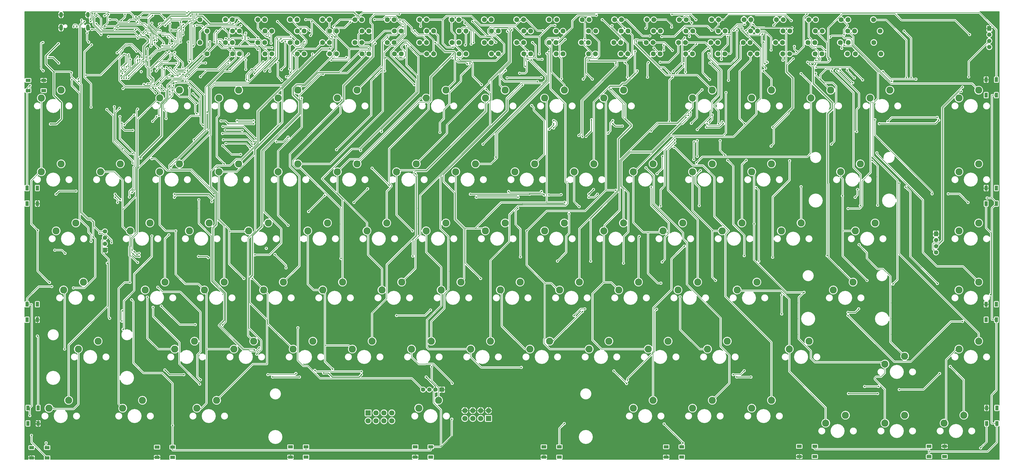
<source format=gbl>
G04 Layer: BottomLayer*
G04 EasyEDA Pro v2.1.51.8c9149c1.e57db4, 2024-03-19 08:44:46*
G04 Gerber Generator version 0.3*
G04 Scale: 100 percent, Rotated: No, Reflected: No*
G04 Dimensions in millimeters*
G04 Leading zeros omitted, absolute positions, 3 integers and 5 decimals*
%FSLAX35Y35*%
%MOMM*%
%AMOval*1,1,$1,$2,$3*1,1,$1,$4,$5*20,1,$1,$2,$3,$4,$5,0*%
%ADD8191C,0.2032*%
%ADD10C,0.254*%
%ADD11C,2.286*%
%ADD12Oval,1.2X0.0X-0.3X0.0X0.3*%
%ADD13Oval,1.2X0.0X-0.4X0.0X0.4*%
%ADD14R,1.5051X1.0*%
%ADD15R,1.5X1.0*%
%ADD16R,1.5X1.0*%
%ADD17R,1.0X1.5*%
%ADD18R,1.0X1.5*%
%ADD19C,1.6*%
%ADD20C,1.4*%
%ADD21R,1.4X1.524*%
%ADD22R,1.4X1.524*%
%ADD23R,1.524X1.4*%
%ADD24R,1.7X1.7*%
%ADD25C,1.7*%
%ADD26R,1.7X1.7*%
%ADD27C,0.5*%
%ADD28C,0.127*%
%ADD29C,0.3*%
G75*


G04 Copper Start*
G36*
G01X35814Y35814D02*
G01X35814Y4441311D01*
G03X64389Y4427087I28575J21590D01*
G01X164389D01*
G03X200203Y4462901I0J35814D01*
G01Y4612900D01*
G03X164389Y4648714I-35814J0D01*
G01X64389D01*
G03X35814Y4634490I0J-35814D01*
G01Y4941310D01*
G03X64389Y4927086I28575J21590D01*
G01X164389D01*
G03X200203Y4962900I0J35814D01*
G01Y4995736D01*
G01X225058D01*
G01Y1782439D01*
G01X224446Y1781827D01*
G03X189789Y1808613I-34658J-9028D01*
G01X89789D01*
G03X53975Y1772799I0J-35814D01*
G01Y1622800D01*
G03X89789Y1586986I35814J0D01*
G01X157884D01*
G01Y1491624D01*
G03X139234Y1447800I42164J-43824D01*
G03X200048Y1386986I60814J0D01*
G03X260862Y1447800I0J60814D01*
G03X242212Y1491624I-60814J0D01*
G01Y1680335D01*
G01X297037Y1735159D01*
G03X309386Y1764974I-29814J29814D01*
G01Y5037899D01*
G01Y5037900D01*
G03X267222Y5080064I-42164J0D01*
G01X200203D01*
G01Y5112899D01*
G03X164389Y5148713I-35814J0D01*
G01X156553D01*
G01Y5215024D01*
G01X507129Y5565600D01*
G01X862715D01*
G03X906539Y5546950I43824J42164D01*
G03X967353Y5607764I0J60814D01*
G03X906539Y5668578I-60814J0D01*
G03X862715Y5649928I0J-60814D01*
G01X489664D01*
G03X459849Y5637578I0J-42164D01*
G01X84574Y5262303D01*
G03X72225Y5232489I29814J-29814D01*
G01Y5148713D01*
G01X64389D01*
G03X35814Y5134489I0J-35814D01*
G01Y8187811D01*
G03X64389Y8173587I28575J21590D01*
G01X164389D01*
G03X200203Y8209401I0J35814D01*
G01Y8359400D01*
G03X164389Y8395214I-35814J0D01*
G01X64389D01*
G03X35814Y8380990I0J-35814D01*
G01Y8687810D01*
G03X64389Y8673586I28575J21590D01*
G01X164389D01*
G03X200203Y8709400I0J35814D01*
G01Y8859399D01*
G03X164389Y8895213I-35814J0D01*
G01X156553D01*
G01Y11839575D01*
G01X218700D01*
G03X254514Y11875389I0J35814D01*
G01Y11975389D01*
G03X250859Y11991151I-35814J0D01*
G01Y12046576D01*
G03X269509Y12090400I-42164J43824D01*
G03X208695Y12151214I-60814J0D01*
G03X147881Y12090400I0J-60814D01*
G01X147892Y12089226D01*
G01X84574Y12025908D01*
G03X75025Y12011203I29814J-29814D01*
G01X68701D01*
G03X35814Y11989570I0J-35814D01*
G01Y12191230D01*
G03X68701Y12169597I32887J14181D01*
G01X218700D01*
G03X254514Y12205411I0J35814D01*
G01Y12305411D01*
G03X218700Y12341225I-35814J0D01*
G01X68701D01*
G03X35814Y12319592I0J-35814D01*
G01Y14474186D01*
G01X1145384D01*
G03X1109975Y14399811I60404J-74375D01*
G01Y14339811D01*
G03X1205789Y14243997I95814J0D01*
G03X1301603Y14339811I0J95814D01*
G01Y14399811D01*
G03X1266193Y14474186I-95814J0D01*
G01X2010407D01*
G03X1974997Y14399811I60404J-74375D01*
G01Y14339811D01*
G03X2070811Y14243997I95814J0D01*
G03X2095673Y14247279I0J95814D01*
G03X2092182Y14226972I57323J-20308D01*
G03X2108745Y14185256I60814J0D01*
G03X2095182Y14146972I47251J-38284D01*
G03X2155996Y14086158I60814J0D01*
G03X2205736Y14111983I0J60814D01*
G01Y14033500D01*
G03X2218086Y14003686I42164J0D01*
G01X2285807Y13935964D01*
G01X2240924D01*
G03X2197100Y13954614I-43824J-42164D01*
G03X2166625Y13946427I0J-60814D01*
G01Y13991821D01*
G03X2070811Y14087635I-95814J0D01*
G03X1989399Y14042342I0J-95814D01*
G03X1941566Y14073937I-61107J-40508D01*
G01X1954626Y14086997D01*
G01X1955800Y14086986D01*
G03X2016614Y14147800I0J60814D01*
G03X1955800Y14208614I-60814J0D01*
G03X1927635Y14201699I0J-60814D01*
G03X1866900Y14259414I-60735J-3099D01*
G03X1806086Y14198600I0J-60814D01*
G03X1824736Y14154776I60814J0D01*
G01Y14115822D01*
G01X1771085Y14062171D01*
G03X1758736Y14032356I29814J-29814D01*
G01Y14024432D01*
G03X1756664Y14026524I-44236J-41732D01*
G01Y14033500D01*
G03X1744314Y14063314I-42164J0D01*
G01X1731614Y14076014D01*
G03X1701800Y14088364I-29814J-29814D01*
G01X1625600D01*
G03X1595786Y14076014I0J-42164D01*
G01X1595785D01*
G01X1583086Y14063315D01*
G01Y14063314D01*
G03X1570736Y14033500I29814J-29814D01*
G01Y14026524D01*
G03X1552086Y13982700I42164J-43824D01*
G03X1612900Y13921886I60814J0D01*
G03X1663700Y13949268I0J60814D01*
G03X1714500Y13921886I50800J33432D01*
G03X1758736Y13940968I0J60814D01*
G01Y12359365D01*
G01X1753774Y12354403D01*
G01X1752600Y12354414D01*
G03X1691786Y12293600I0J-60814D01*
G03X1692185Y12286644I60814J0D01*
G01X1581409Y12397420D01*
G01Y12456191D01*
G03X1600059Y12500015I-42164J43824D01*
G03X1539245Y12560829I-60814J0D01*
G01X1538071Y12560818D01*
G01X1534175Y12564714D01*
G03X1504360Y12577064I-29814J-29814D01*
G01X994898D01*
G01X774714Y12797248D01*
G01Y12944689D01*
G03X812800Y12931286I38086J47411D01*
G03X849471Y12943586I0J60814D01*
G01X932405D01*
G01X1070065Y12805925D01*
G03X1130300Y12753486I60235J8375D01*
G03X1191114Y12814300I0J60814D01*
G03X1138675Y12874535I-60814J0D01*
G01X986805Y13026405D01*
G03X952500Y13040614I-34305J-34305D01*
G01X849471D01*
G03X812800Y13052914I-36671J-48514D01*
G03X809165Y13052805I0J-60814D01*
G01X1134801Y13378441D01*
G03X1183309Y13437997I-12306J59556D01*
G03X1122495Y13498811I-60814J0D01*
G03X1062939Y13450303I0J-60814D01*
G01X687969Y13075333D01*
G03X673086Y13039402I35931J-35931D01*
G01Y12776200D01*
G03X687969Y12740269I50814J0D01*
G01X927086Y12501152D01*
G01Y11772900D01*
G03X941969Y11736969I50814J0D01*
G01X1024072Y11654866D01*
G03X951998Y11666181I-72074J-223889D01*
G03X716794Y11430977I0J-235204D01*
G03X951998Y11195773I235204J0D01*
G03X1168386Y11338797I0J235204D01*
G01Y11031948D01*
G01X1033052Y10896614D01*
G01X897011D01*
G03X863600Y10906614I-33411J-50814D01*
G03X802786Y10845800I0J-60814D01*
G03X863600Y10784986I60814J0D01*
G03X897011Y10794986I0J60814D01*
G01X1054100D01*
G03X1090031Y10809869I0J50814D01*
G01X1255131Y10974969D01*
G03X1270014Y11010900I-35931J35931D01*
G01Y11531600D01*
G03X1255131Y11567531I-50814J0D01*
G01X1028714Y11793948D01*
G01Y12492736D01*
G01X1478868D01*
G03X1497081Y12456191I60377J7279D01*
G01Y12379955D01*
G03X1509431Y12350140I42164J0D01*
G01X1523601Y12335970D01*
G03X1488586Y12280900I25799J-55070D01*
G03X1507236Y12237076I60814J0D01*
G01Y12090400D01*
G03X1519586Y12060586I42164J0D01*
G01X1764407Y11815764D01*
G01Y7784107D01*
G03X1682997Y7808100I-81410J-126122D01*
G03X1532883Y7657986I0J-150114D01*
G03X1682997Y7507872I150114J0D01*
G03X1833111Y7657986I0J150114D01*
G03X1826354Y7702517I-150114J0D01*
G01X2040636Y7488235D01*
G01Y7366000D01*
G03X2052986Y7336186I42164J0D01*
G01X2129536Y7259635D01*
G01Y7105024D01*
G03X2110886Y7061200I42164J-43824D01*
G03X2171700Y7000386I60814J0D01*
G03X2232514Y7061200I0J60814D01*
G03X2213864Y7105024I-60814J0D01*
G01Y7153594D01*
G03X2238553Y7148357I24689J55577D01*
G01X2239726Y7148369D01*
G01X2265386Y7122709D01*
G01Y5931815D01*
G01X2071337Y5737766D01*
G03X2072111Y5752990I-149340J15224D01*
G03X1921997Y5903104I-150114J0D01*
G03X1771883Y5752990I0J-150114D01*
G03X1887366Y5606925I150114J0D01*
G01X1649569D01*
G03X1605746Y5625575I-43824J-42164D01*
G03X1544932Y5564761I0J-60814D01*
G03X1605746Y5503947I60814J0D01*
G03X1649569Y5522597I0J60814D01*
G01X1957961D01*
G03X1987775Y5534946I0J42164D01*
G01X2337365Y5884536D01*
G03X2349714Y5914350I-29814J29814D01*
G01Y7140174D01*
G03X2337365Y7169988I-42164J0D01*
G01X2299355Y7207998D01*
G01X2299366Y7209171D01*
G03X2280717Y7252995I-60814J0D01*
G01Y7482607D01*
G01X2400980Y7362343D01*
G03X2390286Y7327900I50120J-34443D01*
G03X2451100Y7267086I60814J0D01*
G03X2494924Y7285736I0J60814D01*
G01X2509835D01*
G01X2537851Y7257720D01*
G03X2510386Y7186600I78349J-71120D01*
G03X2517761Y7147789I105814J0D01*
G01X2494836Y7124864D01*
G03X2482486Y7095050I29814J-29814D01*
G01Y6701474D01*
G03X2494836Y6671660I42164J0D01*
G01X2696786Y6469709D01*
G01Y6423356D01*
G03X2692400Y6423514I-4386J-60656D01*
G03X2631586Y6362700I0J-60814D01*
G03X2668846Y6306633I60814J0D01*
G01Y5001775D01*
G01X1419183Y3752112D01*
G03X1406834Y3722298I29814J-29814D01*
G01Y2086669D01*
G03X1298884Y1942598I42164J-144071D01*
G03X1448998Y1792484I150114J0D01*
G03X1599112Y1942598I0J150114D01*
G03X1491162Y2086669I-150114J0D01*
G01Y3704833D01*
G01X2696786Y4910457D01*
G01Y4614350D01*
G03X2707799Y4585935I42164J0D01*
G01X2707786Y4584700D01*
G03X2768600Y4523886I60814J0D01*
G03X2829414Y4584700I0J60814D01*
G03X2781114Y4644212I-60814J0D01*
G01Y6487174D01*
G03X2768765Y6516989I-42164J0D01*
G01X2611167Y6674587D01*
G01X2686200D01*
G03X2722014Y6710401I0J35814D01*
G01Y6862801D01*
G03X2686200Y6898615I-35814J0D01*
G01X2674980D01*
G03X2722014Y6986600I-58780J87986D01*
G03X2650792Y7086600I-105814J0D01*
G03X2717294Y7155348I-34592J100000D01*
G01X2789936Y7082706D01*
G01Y7066924D01*
G03X2771286Y7023100I42164J-43824D01*
G03X2832100Y6962286I60814J0D01*
G03X2892914Y7023100I0J60814D01*
G03X2874264Y7066924I-60814J0D01*
G01Y7100171D01*
G03X2861914Y7129985I-42164J0D01*
G01X2685373Y7306527D01*
G03X2722014Y7386599I-69173J80073D01*
G03X2616200Y7492413I-105814J0D01*
G03X2519150Y7428763I0J-105814D01*
G01X2453818D01*
G01X2308617Y7573965D01*
G01Y7691704D01*
G03X2296267Y7721518I-42164J0D01*
G01X2190183Y7827603D01*
G03X2160368Y7839952I-29814J-29814D01*
G01X2088933D01*
G01X1909064Y8019822D01*
G01Y12115800D01*
G03X1896714Y12145614I-42164J0D01*
G01X1870964Y12171365D01*
G01Y13956133D01*
G03X1928292Y13928519I57328J45701D01*
G03X1974997Y13945322I0J73315D01*
G01Y13911821D01*
G03X2016096Y13833167I95814J0D01*
G03X1983886Y13779500I28604J-53667D01*
G03X2002536Y13735676I60814J0D01*
G01Y13538200D01*
G03X2014886Y13508386I42164J0D01*
G01X2034697Y13488574D01*
G01X2034686Y13487400D01*
G03X2095500Y13426586I60814J0D01*
G03X2156314Y13487400I0J60814D01*
G03X2095500Y13548214I-60814J0D01*
G01X2094326Y13548203D01*
G01X2086864Y13555665D01*
G01Y13735676D01*
G03X2105514Y13779500I-42164J43824D01*
G03X2091547Y13818278I-60814J0D01*
G03X2149054Y13856519I-20735J93543D01*
G03X2197100Y13832986I48046J37281D01*
G03X2240924Y13851636I0J60814D01*
G01X2306635D01*
G01X2428397Y13729874D01*
G01X2428386Y13728700D01*
G03X2489200Y13667886I60814J0D01*
G03X2550014Y13728700I0J60814D01*
G03X2539597Y13762736I-60814J0D01*
G01X3551235D01*
G01X3606607Y13707364D01*
G01X2774324D01*
G03X2730500Y13726014I-43824J-42164D01*
G03X2669686Y13665200I0J-60814D01*
G03X2730500Y13604386I60814J0D01*
G03X2774324Y13623036I0J60814D01*
G01X3607301D01*
G01X3614190Y13616146D01*
G01X3614179Y13614973D01*
G03X3674993Y13554159I60814J0D01*
G03X3735630Y13610336I0J60814D01*
G01X3881435D01*
G01X3958336Y13533435D01*
G01Y13517565D01*
G01X3823728Y13382957D01*
G03X3811378Y13353142I29814J-29814D01*
G01Y13151950D01*
G01X3513190Y13450139D01*
G03X3483375Y13462489I-29814J-29814D01*
G01X3285725D01*
G03X3255910Y13450139I0J-42164D01*
G01X3011074Y13205303D01*
G01X3009900Y13205314D01*
G03X2949086Y13144500I0J-60814D01*
G03X3009900Y13083686I60814J0D01*
G03X3069336Y13131628I0J60814D01*
G01Y13073065D01*
G01X2459035Y12462764D01*
G01X2050424D01*
G03X2006600Y12481414I-43824J-42164D01*
G03X1997964Y12480798I0J-60814D01*
G01Y13152435D01*
G01X2183226Y13337697D01*
G01X2184400Y13337686D01*
G03X2245214Y13398500I0J60814D01*
G03X2184400Y13459314I-60814J0D01*
G03X2123586Y13398500I0J-60814D01*
G01X2123597Y13397326D01*
G01X1925986Y13199714D01*
G03X1913636Y13169900I29814J-29814D01*
G01Y12357100D01*
G03X1925986Y12327286I42164J0D01*
G01X2129536Y12123735D01*
G01Y11435724D01*
G03X2110886Y11391900I42164J-43824D01*
G03X2171700Y11331086I60814J0D01*
G03X2232514Y11391900I0J60814D01*
G03X2213864Y11435724I-60814J0D01*
G01Y12141200D01*
G03X2201514Y12171014I-42164J0D01*
G01X2012460Y12360069D01*
G03X2050424Y12378436I-5860J60531D01*
G01X2476500D01*
G03X2506314Y12390786I0J42164D01*
G01X3043936Y12928407D01*
G01Y12242800D01*
G03X3056286Y12212986I42164J0D01*
G01X3209249Y12060022D01*
G01X3199288Y12050060D01*
G01X3198114Y12050071D01*
G03X3137300Y11989257I0J-60814D01*
G03X3198114Y11928443I60814J0D01*
G03X3258928Y11989257I0J60814D01*
G01X3258917Y11990431D01*
G01X3263382Y11994896D01*
G01X4036375D01*
G01X4180997Y11850274D01*
G01X4180986Y11849100D01*
G03X4241800Y11788286I60814J0D01*
G03X4302614Y11849100I0J60814D01*
G03X4241800Y11909914I-60814J0D01*
G01X4240626Y11909903D01*
G01X4127693Y12022836D01*
G01X4184852D01*
G03X4180986Y12001500I56948J-21336D01*
G03X4241800Y11940686I60814J0D01*
G01X4242974Y11940697D01*
G01X4339336Y11844335D01*
G01Y11828071D01*
G03X4231386Y11684000I42164J-144071D01*
G03X4242176Y11628117I150114J0D01*
G01X3679364Y11065305D01*
G01Y11268265D01*
G03X3731114Y11328400I-9064J60135D01*
G03X3670300Y11389214I-60814J0D01*
G03X3609486Y11328400I0J-60814D01*
G01X3609497Y11327226D01*
G01X3607386Y11325115D01*
G03X3595036Y11295300I29814J-29814D01*
G01Y11184532D01*
G03X3556000Y11198714I-39036J-46632D01*
G03X3495186Y11137900I0J-60814D01*
G01X3495197Y11136726D01*
G01X3239674Y10881203D01*
G01X3238500Y10881214D01*
G03X3222599Y10879098I0J-60814D01*
G03X3162300Y10932014I-60299J-7898D01*
G03X3140964Y10928148I0J-60814D01*
G01Y11043276D01*
G03X3159614Y11087100I-42164J43824D01*
G03X3098800Y11147914I-60814J0D01*
G03X3037986Y11087100I0J-60814D01*
G03X3056636Y11043276I60814J0D01*
G01Y10378232D01*
G03X3068986Y10348417I42164J0D01*
G01X3478111Y9939291D01*
G03X3474076Y9935464I39789J-45991D01*
G01X3423397D01*
G01X2991104Y10367757D01*
G01Y11199175D01*
G01X3084926Y11292997D01*
G01X3086100Y11292986D01*
G03X3146914Y11353800I0J60814D01*
G03X3086100Y11414614I-60814J0D01*
G03X3025286Y11353800I0J-60814D01*
G01X3025297Y11352626D01*
G01X2963164Y11290493D01*
G01Y11360776D01*
G03X2981814Y11404600I-42164J43824D01*
G03X2921000Y11465414I-60814J0D01*
G03X2860186Y11404600I0J-60814D01*
G03X2878836Y11360776I60814J0D01*
G01Y11176193D01*
G01X2740503Y11314526D01*
G01X2740514Y11315700D01*
G03X2679700Y11376514I-60814J0D01*
G03X2618886Y11315700I0J-60814D01*
G03X2679700Y11254886I60814J0D01*
G01X2680874Y11254897D01*
G01X2850896Y11084875D01*
G01Y10274508D01*
G03X2863246Y10244694I42164J0D01*
G01X3475675Y9632265D01*
G03X3457086Y9588500I42225J-43765D01*
G03X3517900Y9527686I60814J0D01*
G03X3539236Y9531552I0J60814D01*
G01Y9523803D01*
G01X3500786Y9485353D01*
G03X3488436Y9455538I29814J-29814D01*
G01Y8818565D01*
G01X3373786Y8703914D01*
G03X3361436Y8674100I29814J-29814D01*
G01Y8540124D01*
G03X3342786Y8496300I42164J-43824D01*
G03X3403600Y8435486I60814J0D01*
G03X3464414Y8496300I0J60814D01*
G03X3445764Y8540124I-60814J0D01*
G01Y8597089D01*
G03X3492500Y8575186I46736J38911D01*
G03X3553314Y8636000I0J60814D01*
G01X3553303Y8637174D01*
G01X3574836Y8658707D01*
G01Y8535280D01*
G01X3224788Y8185232D01*
G01Y9042433D01*
G03X3212438Y9072247I-42164J0D01*
G01X2945771Y9338914D01*
G03X2915957Y9351264I-29814J-29814D01*
G01X2620571D01*
G03X2476500Y9459214I-144071J-42164D01*
G03X2326386Y9309100I0J-150114D01*
G03X2476500Y9158986I150114J0D01*
G03X2620571Y9266936I0J150114D01*
G01X2755292D01*
G03X2622296Y9055100I102208J-211836D01*
G03X2857500Y8819896I235204J0D01*
G03X3092704Y9055100I0J235204D01*
G03X3091988Y9073440I-235204J0D01*
G01X3140460Y9024968D01*
G01Y8460876D01*
G03X3119875Y8467635I-28960J-53476D01*
G01X3007030Y8580479D01*
G03X3007214Y8585200I-60630J4721D01*
G03X2946400Y8646014I-60814J0D01*
G03X2885586Y8585200I0J-60814D01*
G03X2912968Y8534400I60814J0D01*
G03X2885586Y8483600I33432J-50800D01*
G03X2946400Y8422786I60814J0D01*
G01X2947574Y8422797D01*
G01X2980436Y8389935D01*
G01Y8362324D01*
G03X2961786Y8318500I42164J-43824D01*
G03X3022600Y8257686I60814J0D01*
G03X3083414Y8318500I0J60814D01*
G03X3064764Y8362324I-60814J0D01*
G01Y8368489D01*
G03X3111500Y8346586I46736J38911D01*
G03X3140460Y8353924I0J60814D01*
G01Y8083439D01*
G01Y7540370D01*
G03X3152809Y7510555I42164J0D01*
G01X3280378Y7382986D01*
G03X3384336Y7260785I148622J21114D01*
G01Y7238636D01*
G03X3302000Y7271004I-82336J-88536D01*
G03X3181096Y7150100I0J-120904D01*
G03X3302000Y7029196I120904J0D01*
G03X3384336Y7061564I0J120904D01*
G01Y6937821D01*
G01X3371285Y6924771D01*
G03X3358936Y6894956I29814J-29814D01*
G01Y6605144D01*
G03X3371285Y6575329I42164J0D01*
G01X3381760Y6564855D01*
G01Y5784567D01*
G01X3380100Y5782907D01*
G01X3251543D01*
G03X3221729Y5770558I0J-42164D01*
G01X3030886Y5579714D01*
G03X3018536Y5549900I29814J-29814D01*
G01Y1818290D01*
G03X3030886Y1788476I42164J0D01*
G01X3058305Y1761056D01*
G03X3039879Y1688997I131688J-72059D01*
G03X3189993Y1538883I150114J0D01*
G03X3340107Y1688997I0J150114D01*
G03X3189993Y1839111I-150114J0D01*
G03X3117934Y1820685I0J-150114D01*
G01X3102864Y1835755D01*
G01Y2595190D01*
G03X3327400Y2430018I224536J70032D01*
G03X3562604Y2665222I0J235204D01*
G03X3327400Y2900426I-235204J0D01*
G03X3102864Y2735254I0J-235204D01*
G01Y4482928D01*
G03X3162300Y4434986I59436J12872D01*
G03X3183636Y4438852I0J60814D01*
G01Y4287558D01*
G03X3139586Y4229100I16764J-58458D01*
G03X3180264Y4171717I60814J0D01*
G03X3139186Y4054348I147136J-117369D01*
G03X3327400Y3866134I188214J0D01*
G03X3488436Y3956922I0J188214D01*
G01Y3149600D01*
G03X3500786Y3119786I42164J0D01*
G01X3828175Y2792396D01*
G03X3857989Y2780047I29814J29814D01*
G01X4437425D01*
G01X4754436Y2463036D01*
G01Y1176196D01*
G03X4735786Y1132372I42164J-43824D01*
G03X4754436Y1088548I60814J0D01*
G01Y517525D01*
G01X4721600D01*
G03X4685786Y481711I0J-35814D01*
G01Y381711D01*
G03X4721600Y345897I35814J0D01*
G01X4754436D01*
G01Y333731D01*
G03X4796600Y291567I42164J0D01*
G01X9089199D01*
G01X9089200D01*
G01X13102399D01*
G01X13102400D01*
G03X13144564Y333731I0J42164D01*
G01Y358597D01*
G01X13177399D01*
G03X13213213Y394411I0J35814D01*
G01Y402247D01*
G01X13431081D01*
G03X13460896Y414597I0J42164D01*
G01X13810103Y763803D01*
G03X13822452Y793618I-29814J29814D01*
G01Y1290947D01*
G03X13841102Y1334771I-42164J43824D01*
G03X13780288Y1395584I-60814J0D01*
G03X13719474Y1334771I0J-60814D01*
G03X13738124Y1290947I60814J0D01*
G01Y811083D01*
G01X13473245Y546204D01*
G01Y1631119D01*
G03X13460896Y1660933I-42164J0D01*
G01X13327023Y1794806D01*
G03X13350974Y1792883I23951J148191D01*
G03X13501088Y1942997I0J150114D01*
G03X13393138Y2087068I-150114J0D01*
G01Y2180186D01*
G01X13533399D01*
G03X13569213Y2216000I0J35814D01*
G01Y2356000D01*
G03X13533399Y2391814I-35814J0D01*
G01X13380999D01*
G03X13367611Y2389217I0J-35814D01*
G01X13173964Y2582865D01*
G01Y2978776D01*
G03X13192614Y3022600I-42164J43824D01*
G03X13156468Y3078186I-60814J0D01*
G01X13166622D01*
G01X13734988Y2509820D01*
G03X13731386Y2489200I57212J-20620D01*
G03X13792200Y2428386I60814J0D01*
G03X13853014Y2489200I0J60814D01*
G03X13821669Y2542397I-60814J0D01*
G01X13213901Y3150165D01*
G03X13184087Y3162514I-29814J-29814D01*
G01X13019321D01*
G03X13100304Y3340100I-154221J177586D01*
G03X12865100Y3575304I-235204J0D01*
G03X12629896Y3340100I0J-235204D01*
G03X12661512Y3222317I235204J0D01*
G01X12526264Y3357565D01*
G01Y3450029D01*
G03X12634214Y3594100I-42164J144071D01*
G03X12484100Y3744214I-150114J0D01*
G03X12333986Y3594100I0J-150114D01*
G03X12441936Y3450029I150114J0D01*
G01Y3426243D01*
G03X12357100Y3461004I-84836J-86143D01*
G03X12236196Y3340100I0J-120904D01*
G03X12357100Y3219196I120904J0D01*
G03X12469361Y3295210I0J120904D01*
G01X12682886Y3081686D01*
G03X12712700Y3069336I29814J29814D01*
G01X12930963D01*
G03X12956808Y3078186I0J42164D01*
G01X13107132D01*
G03X13070986Y3022600I24668J-55586D01*
G03X13089636Y2978776I60814J0D01*
G01Y2625373D01*
G01X13014235Y2700775D01*
G03X12954000Y2753214I-60235J-8375D01*
G03X12893186Y2692400I0J-60814D01*
G03X12945625Y2632165I60814J0D01*
G01X13201700Y2376091D01*
G03X13157200Y2320592I55500J-90091D01*
G03X13057200Y2391814I-100000J-34592D01*
G03X12957200Y2320592I0J-105814D01*
G03X12857201Y2391814I-100000J-34592D01*
G03X12818390Y2384439I0J-105814D01*
G01X12518715Y2684114D01*
G03X12488901Y2696464I-29814J-29814D01*
G01X10867673D01*
G01X10879575Y2708365D01*
G03X10932014Y2768600I-8375J60235D01*
G03X10904632Y2819400I-60814J0D01*
G03X10932014Y2870200I-33432J50800D01*
G03X10871200Y2931014I-60814J0D01*
G03X10827376Y2912364I0J-60814D01*
G01X9994497D01*
G03X10004914Y2946400I-50397J34036D01*
G03X9944100Y3007214I-60814J0D01*
G01X9942926Y3007203D01*
G01X9738614Y3211515D01*
G01Y3666236D01*
G01X10447335D01*
G01X10447412Y3666159D01*
G03X10428986Y3594100I131688J-72059D01*
G03X10579100Y3443986I150114J0D01*
G03X10729214Y3594100I0J150114D01*
G03X10579100Y3744214I-150114J0D01*
G03X10507041Y3725788I0J-150114D01*
G01X10494614Y3738214D01*
G03X10464800Y3750564I-29814J-29814D01*
G01X9738614D01*
G01Y5399165D01*
G03X9776714Y5499100I-112014J99935D01*
G03X9626600Y5649214I-150114J0D01*
G03X9482529Y5541264I0J-150114D01*
G01X9346899D01*
G01X9186164Y5701999D01*
G01Y7260029D01*
G03X9294114Y7404100I-42164J144071D01*
G03X9144000Y7554214I-150114J0D01*
G03X8993886Y7404100I0J-150114D01*
G03X9101836Y7260029I150114J0D01*
G01Y7236243D01*
G03X9017000Y7271004I-84836J-86143D01*
G03X8919464Y7221546I0J-120904D01*
G01Y9169400D01*
G03X8907114Y9199214I-42164J0D01*
G01X8614664Y9491665D01*
G01Y9863135D01*
G01X10158436Y11406907D01*
G01Y11214744D01*
G01X8644286Y9700593D01*
G03X8631936Y9670779I29814J-29814D01*
G01Y9523379D01*
G03X8644286Y9493565I42164J0D01*
G01Y9493564D01*
G01X8740415Y9397435D01*
G03X8770229Y9385086I29814J29814D01*
G01X8894085D01*
G01X9105856Y9173315D01*
G03X9080500Y9176004I-25356J-118215D01*
G03X8959596Y9055100I0J-120904D01*
G03X9080500Y8934196I120904J0D01*
G03X9201404Y9055100I0J120904D01*
G03X9198715Y9080456I-120904J0D01*
G01X9676988Y8602183D01*
G03X9624070Y8541884I7895J-60299D01*
G01X9624081Y8540710D01*
G01X9170574Y8087203D01*
G01X9169400Y8087214D01*
G03X9108586Y8026400I0J-60814D01*
G03X9169400Y7965586I60814J0D01*
G03X9230214Y8026400I0J60814D01*
G01X9230203Y8027574D01*
G01X9683710Y8481081D01*
G01X9684884Y8481070D01*
G03X9745183Y8533988I0J60814D01*
G01X10168636Y8110535D01*
G01Y6558924D01*
G03X10149986Y6515100I42164J-43824D01*
G03X10210800Y6454286I60814J0D01*
G03X10219436Y6454902I0J60814D01*
G01Y5897171D01*
G03X10111486Y5753100I42164J-144071D01*
G03X10261600Y5602986I150114J0D01*
G03X10411714Y5753100I0J150114D01*
G03X10303764Y5897171I-150114J0D01*
G01Y8357764D01*
G01X11006836Y7654692D01*
G01Y7548171D01*
G03X10898886Y7404100I42164J-144071D01*
G03X11044936Y7254041I150114J0D01*
G01Y6629400D01*
G03X11057286Y6599586I42164J0D01*
G01X11489436Y6167435D01*
G01Y5643171D01*
G03X11381486Y5499100I42164J-144071D01*
G03X11531600Y5348986I150114J0D01*
G03X11641836Y5397207I0J150114D01*
G01Y5237165D01*
G01X11184286Y4779614D01*
G03X11171936Y4749800I29814J-29814D01*
G01Y3992171D01*
G03X11063986Y3848100I42164J-144071D01*
G03X11214100Y3697986I150114J0D01*
G03X11364214Y3848100I0J150114D01*
G03X11256264Y3992171I-150114J0D01*
G01Y4732335D01*
G01X11690790Y5166861D01*
G03X11912600Y5009896I221810J78239D01*
G03X12147804Y5245100I0J235204D01*
G03X11912600Y5480304I-235204J0D01*
G03X11726164Y5388496I0J-235204D01*
G01Y6294435D01*
G01X12480036Y7048307D01*
G01Y6635124D01*
G03X12461386Y6591300I42164J-43824D01*
G03X12522200Y6530486I60814J0D01*
G03X12568936Y6552389I0J60814D01*
G01Y6215065D01*
G01X12238659Y5884788D01*
G03X12166600Y5903214I-72059J-131688D01*
G03X12016486Y5753100I0J-150114D01*
G03X12166600Y5602986I150114J0D01*
G03X12316714Y5753100I0J150114D01*
G03X12298288Y5825159I-150114J0D01*
G01X12640914Y6167786D01*
G03X12653264Y6197600I-29814J29814D01*
G01Y7107235D01*
G01X12706546Y7160517D01*
G03X12706096Y7150100I120454J-10417D01*
G03X12827000Y7029196I120904J0D01*
G03X12911836Y7063957I0J120904D01*
G01Y6718300D01*
G03X12924186Y6688486I42164J0D01*
G01X13394436Y6218235D01*
G01Y5643171D01*
G03X13286486Y5499100I42164J-144071D01*
G03X13394436Y5355029I150114J0D01*
G01Y5331243D01*
G03X13309600Y5366004I-84836J-86143D01*
G03X13188696Y5245100I0J-120904D01*
G03X13309600Y5124196I120904J0D01*
G03X13394436Y5158957I0J120904D01*
G01Y5008565D01*
G01X12953435Y4567564D01*
G03X12941086Y4537750I29814J-29814D01*
G01Y3641050D01*
G03X12953435Y3611236I42164J0D01*
G01X13000386Y3564286D01*
G03X13030200Y3551936I29814J29814D01*
G01X14245029D01*
G03X14346936Y3450029I144071J42164D01*
G01Y3426243D01*
G03X14262100Y3461004I-84836J-86143D01*
G03X14141196Y3340100I0J-120904D01*
G03X14262100Y3219196I120904J0D01*
G03X14374361Y3295210I0J120904D01*
G01X14696294Y2973277D01*
G03X14726108Y2960928I29814J29814D01*
G01X15973469D01*
G03X16017293Y2942278I43824J42164D01*
G03X16078107Y3003092I0J60814D01*
G03X16017293Y3063905I-60814J0D01*
G03X15973469Y3045256I0J-60814D01*
G01X14743573D01*
G01X14652317Y3136512D01*
G03X14770100Y3104896I117783J203588D01*
G03X15005304Y3340100I0J235204D01*
G03X14770100Y3575304I-235204J0D01*
G03X14534896Y3340100I0J-235204D01*
G03X14566512Y3222317I235204J0D01*
G01X14431264Y3357565D01*
G01Y3450029D01*
G03X14539214Y3594100I-42164J144071D01*
G03X14389100Y3744214I-150114J0D01*
G03X14245029Y3636264I0J-150114D01*
G01X13047665D01*
G01X13025414Y3658515D01*
G01Y3730809D01*
G03X13119100Y3697986I93686J117291D01*
G03X13269214Y3848100I0J150114D01*
G03X13161264Y3992171I-150114J0D01*
G01Y4465635D01*
G01X13568014Y4872386D01*
G03X13580364Y4902200I-29814J29814D01*
G01Y5354635D01*
G01X13695014Y5469286D01*
G03X13707364Y5499100I-29814J29814D01*
G01Y7226300D01*
G03X13695014Y7256114I-42164J0D01*
G01X13453364Y7497765D01*
G01Y7593780D01*
G03X13589000Y7507986I135636J64320D01*
G03X13739114Y7658100I0J150114D01*
G03X13589000Y7808214I-150114J0D01*
G03X13453364Y7722420I0J-150114D01*
G01Y9140648D01*
G01X13470636Y9157920D01*
G01Y8991600D01*
G03X13482986Y8961786I42164J0D01*
G01X13836396Y8608375D01*
G01Y7768814D01*
G03X13848746Y7739000I42164J0D01*
G01X14137427Y7450318D01*
G01Y5888011D01*
G03X14071600Y5903214I-65827J-134911D01*
G03X13921486Y5753100I0J-150114D01*
G03X14071600Y5602986I150114J0D01*
G03X14221714Y5753100I0J150114D01*
G03X14203288Y5825159I-150114J0D01*
G01X14209406Y5831277D01*
G03X14221755Y5861091I-29814J29814D01*
G01Y6294208D01*
G01X14647046Y5868917D01*
G01X14647035Y5867743D01*
G03X14707849Y5806929I60814J0D01*
G03X14768663Y5867743I0J60814D01*
G03X14707849Y5928557I-60814J0D01*
G01X14706675Y5928546D01*
G01X14249695Y6385526D01*
G01Y7437192D01*
G01X14528780D01*
G01X14712579D01*
G03X14708886Y7404100I146421J-33092D01*
G03X14859000Y7253986I150114J0D01*
G03X15009114Y7404100I0J150114D01*
G03X14859000Y7554214I-150114J0D01*
G03X14765476Y7521520I0J-150114D01*
G01X14630573D01*
G01X15387546Y8278493D01*
G01X16833850D01*
G03X16853598Y8283404I0J42164D01*
G01X17363520D01*
G03X17407344Y8264754I43824J42164D01*
G03X17429507Y8268936I0J60814D01*
G01X17419635Y8259064D01*
G01X15923468D01*
G03X15893654Y8246714I0J-42164D01*
G01X15600036Y7953096D01*
G03X15587686Y7923282I29814J-29814D01*
G01Y7775391D01*
G03X15494000Y7808214I-93686J-117291D01*
G03X15343886Y7658100I0J-150114D01*
G03X15494000Y7507986I150114J0D01*
G03X15587686Y7540809I0J150114D01*
G01Y7074815D01*
G01X14994286Y6481414D01*
G03X14981936Y6451600I29814J-29814D01*
G01Y3992171D01*
G03X14873986Y3848100I42164J-144071D01*
G03X15024100Y3697986I150114J0D01*
G03X15174214Y3848100I0J150114D01*
G03X15066264Y3992171I-150114J0D01*
G01Y6434135D01*
G01X15659665Y7027536D01*
G03X15671995Y7056073I-29814J29814D01*
G03X15748000Y7029196I76005J94027D01*
G03X15868904Y7150100I0J120904D01*
G03X15748000Y7271004I-120904J0D01*
G03X15672014Y7244142I0J-120904D01*
G01Y7905817D01*
G01X15794736Y8028539D01*
G01Y7607300D01*
G03X15807086Y7577486I42164J0D01*
G01X15947136Y7437435D01*
G01Y6609724D01*
G03X15928486Y6565900I42164J-43824D01*
G03X15989300Y6505086I60814J0D01*
G03X16050114Y6565900I0J60814D01*
G03X16031464Y6609724I-60814J0D01*
G01Y7454900D01*
G03X16019114Y7484714I-42164J0D01*
G01X15879064Y7624765D01*
G01Y8047035D01*
G01X15899226Y8067197D01*
G01X15900400Y8067186D01*
G03X15961214Y8128000I0J60814D01*
G03X15940189Y8173991I-60814J0D01*
G01X15940933Y8174736D01*
G01X17437100D01*
G03X17466914Y8187086I0J42164D01*
G01X17466915D01*
G01X17530414Y8250585D01*
G01Y8250586D01*
G03X17542764Y8280400I-29814J29814D01*
G01Y8915400D01*
G03X17530414Y8945214I-42164J0D01*
G01Y8945215D01*
G01X17518094Y8957535D01*
G03X17589500Y8934196I71406J97565D01*
G03X17674336Y8968957I0J120904D01*
G01Y8345977D01*
G03X17686686Y8316162I42164J0D01*
G01X17817370Y8185478D01*
G01X17817359Y8184304D01*
G03X17878173Y8123490I60814J0D01*
G03X17938987Y8184304I0J60814D01*
G03X17878173Y8245118I-60814J0D01*
G01X17876999Y8245107D01*
G01X17758664Y8363442D01*
G01Y9165029D01*
G03X17866614Y9309100I-42164J144071D01*
G03X17716500Y9459214I-150114J0D01*
G03X17566386Y9309100I0J-150114D01*
G03X17674336Y9165029I150114J0D01*
G01Y9141243D01*
G03X17589500Y9176004I-84836J-86143D01*
G03X17479264Y9104757I0J-120904D01*
G01Y11493500D01*
G03X17466914Y11523314I-42164J0D01*
G01X16992414Y11997815D01*
G01Y12462757D01*
G01X17356836Y12098335D01*
G01Y12082071D01*
G03X17248886Y11938000I42164J-144071D01*
G03X17399000Y11787886I150114J0D01*
G03X17549114Y11938000I0J150114D01*
G03X17441164Y12082071I-150114J0D01*
G01Y12115800D01*
G03X17428814Y12145614I-42164J0D01*
G01X17326648Y12247781D01*
G03X17370914Y12306300I-16548J58519D01*
G03X17352264Y12350124I-60814J0D01*
G01Y12954000D01*
G03X17339914Y12983814I-42164J0D01*
G01X17329840Y12993889D01*
G03X17357291Y12990589I27451J112514D01*
G03X17473105Y13106403I0J115814D01*
G03X17357291Y13222216I-115814J0D01*
G03X17288764Y13199767I0J-115814D01*
G01Y13381035D01*
G01X17423226Y13515497D01*
G01X17424400Y13515486D01*
G03X17485214Y13576300I0J60814D01*
G03X17424400Y13637114I-60814J0D01*
G03X17363586Y13576300I0J-60814D01*
G01X17363597Y13575126D01*
G01X17242676Y13454205D01*
G03X17244505Y13474703I-113986J20497D01*
G03X17243863Y13486876I-115814J0D01*
G01X17683974Y13926987D01*
G03X17696324Y13956802I-29814J29814D01*
G01Y14153652D01*
G01X17849314Y14306642D01*
G01X17908353D01*
G03X17858290Y14211303I65751J-95340D01*
G03X17974104Y14095489I115814J0D01*
G03X18017236Y14103820I0J115814D01*
G01Y13645524D01*
G03X17998586Y13601700I42164J-43824D01*
G03X18004093Y13576413I60814J0D01*
G03X17948704Y13590516I-55389J-101710D01*
G03X17832890Y13474703I0J-115814D01*
G03X17948704Y13358889I115814J0D01*
G03X17997855Y13369836I0J115814D01*
G01X18148989Y13218702D01*
G03X18061490Y13106403I28315J-112299D01*
G03X18083246Y13038831I115814J0D01*
G01X18039785Y12995371D01*
G03X18027436Y12965556I29814J-29814D01*
G01Y12372065D01*
G01X18009774Y12354403D01*
G01X18008600Y12354414D01*
G03X17947786Y12293600I0J-60814D01*
G03X18008600Y12232786I60814J0D01*
G03X18069414Y12293600I0J60814D01*
G01X18069403Y12294774D01*
G01X18099414Y12324785D01*
G03X18111764Y12354600I-29814J29814D01*
G01Y12422907D01*
G01X18239897Y12294774D01*
G01X18239886Y12293600D01*
G03X18300700Y12232786I60814J0D01*
G03X18361514Y12293600I0J60814D01*
G03X18300700Y12354414I-60814J0D01*
G01X18299526Y12354403D01*
G01X18139664Y12514265D01*
G01Y12823830D01*
G03X18148300Y12822936I8636J41270D01*
G01X18148569D01*
G03X18172305Y12815620I23736J34848D01*
G01X18215425D01*
G03X18239161Y12822936I0J42164D01*
G01X18989802D01*
G03X18989186Y12814300I60198J-8636D01*
G03X19007836Y12770476I60814J0D01*
G01Y12718822D01*
G01X17925485Y11636471D01*
G03X17913136Y11606656I29814J-29814D01*
G01Y10581365D01*
G01X17870074Y10538303D01*
G01X17868900Y10538314D01*
G03X17808086Y10477500I0J-60814D01*
G03X17868900Y10416686I60814J0D01*
G03X17923417Y10450552I0J60814D01*
G03X17922386Y10439400I59783J-11152D01*
G03X17983200Y10378586I60814J0D01*
G03X18042536Y10426075I0J60814D01*
G03X18097500Y10391286I54964J26025D01*
G03X18157735Y10443725I0J60814D01*
G01X18309336Y10595327D01*
G01Y9707171D01*
G03X18201386Y9563100I42164J-144071D01*
G03X18351500Y9412986I150114J0D01*
G03X18501614Y9563100I0J150114D01*
G03X18393664Y9707171I-150114J0D01*
G01Y11541156D01*
G01X18519817Y11667309D01*
G03X18669000Y11533886I149183J16691D01*
G03X18696686Y11536461I0J150114D01*
G01Y9134491D01*
G03X18605500Y9176004I-91186J-79391D01*
G03X18484596Y9055100I0J-120904D01*
G03X18605500Y8934196I120904J0D01*
G03X18696686Y8975709I0J120904D01*
G01Y8728857D01*
G01X18053033Y8085204D01*
G01X16831440D01*
G03X16801626Y8072855I0J-42164D01*
G01X16193674Y7464903D01*
G01X16192500Y7464914D01*
G03X16131686Y7404100I0J-60814D01*
G03X16150336Y7360276I60814J0D01*
G01Y6297485D01*
G03X16162686Y6267670I42164J0D01*
G01X16729216Y5701139D01*
G01Y3957384D01*
G01X16722835Y3951002D01*
G03X16710486Y3921188I29814J-29814D01*
G01Y3775012D01*
G03X16722835Y3745198I42164J0D01*
G01X16903747Y3564286D01*
G03X16933562Y3551936I29814J29814D01*
G01X18055029D01*
G03X18199100Y3443986I144071J42164D01*
G03X18349214Y3594100I0J150114D01*
G03X18199100Y3744214I-150114J0D01*
G03X18055029Y3636264I0J-150114D01*
G01X16951027D01*
G01X16881587Y3705704D01*
G03X16929100Y3697986I47513J142396D01*
G03X17078768Y3836539I0J150114D01*
G01X17982026Y4739797D01*
G01X17983200Y4739786D01*
G03X18044014Y4800600I0J60814D01*
G03X18033797Y4834338I-60814J0D01*
G03X18059400Y4828686I25603J55162D01*
G03X18120214Y4889500I0J60814D01*
G03X18059400Y4950314I-60814J0D01*
G03X18015576Y4931664I0J-60814D01*
G01X17932400D01*
G03X17902586Y4919314I0J-42164D01*
G01X17717674Y4734403D01*
G01X17716500Y4734414D01*
G03X17655686Y4673600I0J-60814D01*
G03X17716500Y4612786I60814J0D01*
G03X17740841Y4617870I0J60814D01*
G01X17054137Y3931166D01*
G03X16929100Y3998214I-125037J-83066D01*
G03X16813544Y3943918I0J-150114D01*
G01Y5672836D01*
G01X16962435D01*
G01X17100730Y5534541D01*
G03X17096486Y5499100I145870J-35441D01*
G03X17246600Y5348986I150114J0D01*
G03X17396714Y5499100I0J150114D01*
G03X17246600Y5649214I-150114J0D01*
G03X17144960Y5609569I0J-150114D01*
G01X17009714Y5744814D01*
G03X16979900Y5757164I-29814J-29814D01*
G01X16792450D01*
G01X16234664Y6314950D01*
G01Y7360276D01*
G03X16253314Y7404100I-42164J43824D01*
G01X16253303Y7405274D01*
G01X16848905Y8000876D01*
G01X17517781D01*
G03X17490586Y7950200I33619J-50676D01*
G03X17509236Y7906376I60814J0D01*
G01Y7759993D01*
G03X17399000Y7808214I-110236J-101893D01*
G03X17248886Y7658100I0J-150114D01*
G03X17399000Y7507986I150114J0D01*
G03X17509236Y7556207I0J150114D01*
G01Y7345365D01*
G01X17432686Y7268814D01*
G03X17420336Y7239000I29814J-29814D01*
G01Y6729986D01*
G01X17181139Y6490790D01*
G01X17179966Y6490801D01*
G03X17119152Y6429987I0J-60814D01*
G03X17179966Y6369173I60814J0D01*
G03X17240780Y6429987I0J60814D01*
G01X17240768Y6431161D01*
G01X17492314Y6682707D01*
G03X17504664Y6712522I-29814J29814D01*
G01Y7221535D01*
G01X17581214Y7298086D01*
G03X17593564Y7327900I-29814J29814D01*
G01Y7906376D01*
G03X17612214Y7950200I-42164J43824D01*
G03X17585019Y8000876I-60814J0D01*
G01X18070498D01*
G03X18100312Y8013226I0J42164D01*
G01X18756315Y8669229D01*
G01X19007431D01*
G03X19016124Y8661752I43824J42164D01*
G01X17851786Y7497414D01*
G03X17839436Y7467600I29814J-29814D01*
G01Y5897171D01*
G03X17731486Y5753100I42164J-144071D01*
G03X17881600Y5602986I150114J0D01*
G03X18031714Y5753100I0J150114D01*
G03X17923764Y5897171I-150114J0D01*
G01Y7450135D01*
G01X18207736Y7734107D01*
G01Y6470024D01*
G03X18189086Y6426200I42164J-43824D01*
G03X18249900Y6365386I60814J0D01*
G03X18310714Y6426200I0J60814D01*
G03X18292064Y6470024I-60814J0D01*
G01Y7778978D01*
G01X19139836Y8626751D01*
G01Y8087966D01*
G01X18665804Y7613934D01*
G03X18653455Y7584120I29814J-29814D01*
G01Y7553407D01*
G03X18518886Y7404100I15545J-149307D01*
G03X18626836Y7260029I150114J0D01*
G01Y7236243D01*
G03X18542000Y7271004I-84836J-86143D01*
G03X18421096Y7150100I0J-120904D01*
G03X18542000Y7029196I120904J0D01*
G03X18626836Y7063957I0J120904D01*
G01Y5758208D01*
G01X18274735Y5406107D01*
G03X18262386Y5376293I29814J-29814D01*
G01Y3884713D01*
G03X18274735Y3854899I42164J0D01*
G01X18555609Y3574025D01*
G03X18344896Y3340100I24491J-233925D01*
G03X18580100Y3104896I235204J0D01*
G03X18815304Y3340100I0J235204D01*
G03X18682308Y3551936I-235204J0D01*
G01X19960029D01*
G03X20104100Y3443986I144071J42164D01*
G03X20186436Y3468581I0J150114D01*
G01Y3458253D01*
G01X20095012Y3366829D01*
G03X19977100Y3461004I-117912J-26729D01*
G03X19856196Y3340100I0J-120904D01*
G03X19950371Y3222188I120904J0D01*
G01X19401186Y2673002D01*
G03X19388836Y2643188I29814J-29814D01*
G01Y2634624D01*
G03X19370186Y2590800I42164J-43824D01*
G03X19372795Y2573180I60814J0D01*
G01X19056965Y2889009D01*
G01X19056977Y2890183D01*
G03X18996163Y2950997I-60814J0D01*
G03X18935349Y2890183I0J-60814D01*
G03X18996163Y2829369I60814J0D01*
G01X18997336Y2829380D01*
G01X19344694Y2482023D01*
G01X19344683Y2480849D01*
G03X19405497Y2420035I60814J0D01*
G03X19466311Y2480849I0J60814D01*
G03X19440321Y2530705I-60814J0D01*
G03X19491814Y2590800I-9321J60095D01*
G03X19477470Y2630029I-60814J0D01*
G01X20214336Y3366895D01*
G01Y2087171D01*
G03X20106386Y1943100I42164J-144071D01*
G03X20256500Y1792986I150114J0D01*
G03X20406614Y1943100I0J150114D01*
G03X20298664Y2087171I-150114J0D01*
G01Y3196704D01*
G03X20485100Y3104896I186436J143396D01*
G03X20720304Y3340100I0J235204D01*
G03X20485100Y3575304I-235204J0D01*
G03X20349464Y3532256I0J-235204D01*
G01Y4795835D01*
G01X20369626Y4815997D01*
G01X20370800Y4815986D01*
G03X20431614Y4876800I0J60814D01*
G03X20370800Y4937614I-60814J0D01*
G03X20309986Y4876800I0J-60814D01*
G01X20309997Y4875626D01*
G01X20306044Y4871673D01*
G01Y4901503D01*
G01X20876644Y5472103D01*
G03X20888993Y5501917I-29814J29814D01*
G01Y6478364D01*
G01X21258626Y6847997D01*
G01X21259800Y6847986D01*
G03X21306536Y6869889I0J60814D01*
G01Y5676900D01*
G03X21318886Y5647086I42164J0D01*
G01X21492059Y5473913D01*
G03X21437600Y5480304I-54459J-228813D01*
G03X21202396Y5245100I0J-235204D01*
G03X21437600Y5009896I235204J0D01*
G03X21672804Y5245100I0J235204D01*
G03X21666413Y5299559I-235204J0D01*
G01X22386036Y4579935D01*
G01Y3683000D01*
G03X22398386Y3653186I42164J0D01*
G01X22507883Y3543688D01*
G03X22390100Y3575304I-117783J-203588D01*
G03X22154896Y3340100I0J-235204D01*
G03X22390100Y3104896I235204J0D01*
G03X22625304Y3340100I0J235204D01*
G03X22593688Y3457883I-235204J0D01*
G01X22665436Y3386135D01*
G01Y2506665D01*
G01X22233559Y2074788D01*
G03X22161500Y2093214I-72059J-131688D01*
G03X22011386Y1943100I0J-150114D01*
G03X22161500Y1792986I150114J0D01*
G03X22311614Y1943100I0J150114D01*
G03X22293188Y2015159I-150114J0D01*
G01X22737414Y2459386D01*
G03X22749764Y2489200I-29814J29814D01*
G01Y3403600D01*
G03X22737414Y3433414I-42164J0D01*
G01X22470364Y3700465D01*
G01Y4597400D01*
G03X22458014Y4627214I-42164J0D01*
G01X21960154Y5125075D01*
G03X22066504Y5245100I-14554J120025D01*
G03X21945600Y5366004I-120904J0D01*
G03X21825575Y5259654I0J-120904D01*
G01X21390864Y5694365D01*
G01Y7023100D01*
G03X21378514Y7052914I-42164J0D01*
G01X21263864Y7167565D01*
G01Y7340600D01*
G03X21251514Y7370414I-42164J0D01*
G01X20473459Y8148470D01*
G03X20497800Y8143386I24341J55730D01*
G03X20558614Y8204200I0J60814D01*
G03X20539964Y8248024I-60814J0D01*
G01Y8707435D01*
G01X20654614Y8822086D01*
G03X20666964Y8851900I-29814J29814D01*
G01Y9977435D01*
G01X20696936Y10007407D01*
G01Y8712200D01*
G03X20709286Y8682386I42164J0D01*
G01X21649436Y7742235D01*
G01Y5897171D01*
G03X21541486Y5753100I42164J-144071D01*
G03X21691600Y5602986I150114J0D01*
G03X21841714Y5753100I0J150114D01*
G03X21733764Y5897171I-150114J0D01*
G01Y7759700D01*
G03X21721414Y7789514I-42164J0D01*
G01X20781264Y8729665D01*
G01Y10002835D01*
G01X20869069Y10090640D01*
G03X20929600Y10035686I60531J5860D01*
G03X20951935Y10039936I0J60814D01*
G01X21509386Y9482486D01*
G03X21539200Y9470136I29814J29814D01*
G01X21839235D01*
G01X22182836Y9126535D01*
G01Y7874000D01*
G03X22195186Y7844186I42164J0D01*
G01X22485289Y7554082D01*
G03X22479000Y7554214I-6289J-149982D01*
G03X22334929Y7446264I0J-150114D01*
G01X22201539D01*
G01X22186270Y7461534D01*
G01X21568664Y8079139D01*
G01Y9165029D01*
G03X21573236Y9166447I-42164J144071D01*
G01Y8928100D01*
G03X21585586Y8898286I42164J0D01*
G01Y8898285D01*
G01X21700236Y8783635D01*
G01Y8260724D01*
G03X21681586Y8216900I42164J-43824D01*
G03X21742400Y8156086I60814J0D01*
G03X21803214Y8216900I0J60814D01*
G03X21784564Y8260724I-60814J0D01*
G01Y8801100D01*
G03X21772214Y8830914I-42164J0D01*
G01X21657564Y8945565D01*
G01Y9164635D01*
G01X21779326Y9286397D01*
G01X21780500Y9286386D01*
G03X21841314Y9347200I0J60814D01*
G03X21780500Y9408014I-60814J0D01*
G03X21719686Y9347200I0J-60814D01*
G01X21719697Y9346026D01*
G01X21676482Y9302811D01*
G03X21676614Y9309100I-149982J6289D01*
G03X21526500Y9459214I-150114J0D01*
G03X21376386Y9309100I0J-150114D01*
G03X21484336Y9165029I150114J0D01*
G01Y9141243D01*
G03X21399500Y9176004I-84836J-86143D01*
G03X21278596Y9055100I0J-120904D01*
G03X21399500Y8934196I120904J0D01*
G03X21484336Y8968957I0J120904D01*
G01Y8061675D01*
G03X21496686Y8031860I42164J0D01*
G01X22114291Y7414254D01*
G01Y5915718D01*
G03X22126641Y5885904I42164J0D01*
G01X22204912Y5807633D01*
G01X22204900Y5806459D01*
G03X22265714Y5745645I60814J0D01*
G03X22326528Y5806459I0J60814D01*
G03X22265714Y5867273I-60814J0D01*
G01X22264540Y5867262D01*
G01X22198619Y5933183D01*
G01Y7361936D01*
G01X22334929D01*
G03X22479000Y7253986I144071J42164D01*
G03X22538436Y7266254I0J150114D01*
G01Y5295900D01*
G03X22550786Y5266086I42164J0D01*
G01X24024336Y3792535D01*
G01Y2087171D01*
G03X23916386Y1943100I42164J-144071D01*
G03X24066500Y1792986I150114J0D01*
G03X24216614Y1943100I0J150114D01*
G03X24108664Y2087171I-150114J0D01*
G01Y3810000D01*
G03X24096314Y3839814I-42164J0D01*
G01X22809244Y5126885D01*
G03X22834600Y5124196I25356J118215D01*
G03X22955504Y5245100I0J120904D01*
G03X22834600Y5366004I-120904J0D01*
G03X22713696Y5245100I0J-120904D01*
G03X22716385Y5219744I120904J0D01*
G01X22622764Y5313365D01*
G01Y7272335D01*
G01X22724714Y7374286D01*
G03X22737064Y7404100I-29814J29814D01*
G03X22724714Y7433914I-42164J0D01*
G01X22267164Y7891465D01*
G01Y9144000D01*
G03X22254814Y9173814I-42164J0D01*
G01X21886514Y9542114D01*
G03X21856700Y9554464I-29814J-29814D01*
G01X21692186D01*
G03X21716926Y9603423I-36074J48959D01*
G01X21716915Y9604597D01*
G01X21863683Y9751366D01*
G01X25224030D01*
G03X25253844Y9763715I0J42164D01*
G01X25306709Y9816580D01*
G03X25300686Y9769348I182191J-47232D01*
G03X25488900Y9581134I188214J0D01*
G03X25677114Y9769348I0J188214D01*
G03X25488900Y9957562I-188214J0D01*
G03X25378664Y9921901I0J-188214D01*
G01Y11539929D01*
G03X25486614Y11684000I-42164J144071D01*
G03X25378664Y11828071I-150114J0D01*
G01Y12102907D01*
G01X25967436Y11514135D01*
G01Y11358565D01*
G01X25921088Y11312217D01*
G03X25952704Y11430000I-203588J117783D01*
G03X25717500Y11665204I-235204J0D01*
G03X25482296Y11430000I0J-235204D01*
G03X25717500Y11194796I235204J0D01*
G03X25835283Y11226412I0J235204D01*
G01X25827386Y11218514D01*
G03X25815036Y11188700I29814J-29814D01*
G01Y6647824D01*
G03X25796386Y6604000I42164J-43824D01*
G03X25857200Y6543186I60814J0D01*
G03X25861586Y6543344I0J60814D01*
G01Y6540187D01*
G03X25873936Y6510372I42164J0D01*
G01X26560259Y5824049D01*
G03X26541833Y5751990I131688J-72059D01*
G03X26691947Y5601876I150114J0D01*
G03X26842061Y5751990I0J150114D01*
G03X26691947Y5902104I-150114J0D01*
G03X26619888Y5883677I0J-150114D01*
G01X25945914Y6557651D01*
G01Y8919650D01*
G03X25933565Y8949464I-42164J0D01*
G01X25933564Y8949465D01*
G01X25927304Y8955725D01*
G01Y11159662D01*
G01X26043636Y11275994D01*
G01Y10304465D01*
G01X25998074Y10258903D01*
G01X25996900Y10258914D01*
G03X25936086Y10198100I0J-60814D01*
G03X25996900Y10137286I60814J0D01*
G03X26057714Y10198100I0J60814D01*
G01X26057703Y10199274D01*
G01X26115614Y10257186D01*
G03X26127964Y10287000I-29814J29814D01*
G01Y11358554D01*
G03X26225500Y11309096I97536J71446D01*
G03X26346404Y11430000I0J120904D01*
G03X26225500Y11550904I-120904J0D01*
G03X26191464Y11546014I0J-120904D01*
G01Y12065000D01*
G03X26179114Y12094814I-42164J0D01*
G01X26064814Y12209114D01*
G03X26035000Y12221464I-29814J-29814D01*
G01X25787178D01*
G01X25683464Y12325178D01*
G01Y12415835D01*
G01X25849265Y12581636D01*
G01X25939952D01*
G03X25936086Y12560300I56948J-21336D01*
G03X25996900Y12499486I60814J0D01*
G01X25998074Y12499497D01*
G01X26665936Y11831635D01*
G01Y9448800D01*
G03X26678286Y9418986I42164J0D01*
G01X26894536Y9202735D01*
G01Y9125132D01*
G03X26670000Y9290304I-224536J-70032D01*
G03X26434796Y9055100I0J-235204D01*
G03X26670000Y8819896I235204J0D01*
G03X26894536Y8985068I0J235204D01*
G01Y8750472D01*
G03X26835100Y8798414I-59436J-12872D01*
G03X26774286Y8737600I0J-60814D01*
G03X26792936Y8693776I60814J0D01*
G01Y8577265D01*
G01X26760074Y8544403D01*
G01X26758900Y8544414D01*
G03X26698086Y8483600I0J-60814D01*
G03X26758900Y8422786I60814J0D01*
G03X26819714Y8483600I0J60814D01*
G01X26819703Y8484774D01*
G01X26864914Y8529986D01*
G03X26877264Y8559800I-29814J29814D01*
G01Y8693776D01*
G03X26894536Y8724728I-42164J43824D01*
G01Y8270100D01*
G03X26863186Y8216900I29464J-53200D01*
G03X26890089Y8166418I60814J0D01*
G01X26887877Y8164206D01*
G01X26576752D01*
G03X26532928Y8182856I-43824J-42164D01*
G03X26472114Y8122042I0J-60814D01*
G03X26532928Y8061228I60814J0D01*
G03X26576752Y8079878I0J60814D01*
G01X26905342D01*
G03X26935156Y8092227I0J42164D01*
G01X27012219Y8169290D01*
G03X27024569Y8199105I-29814J29814D01*
G01Y8996787D01*
G01X27059399Y9031616D01*
G03X27178000Y8934196I118601J23484D01*
G03X27298904Y9055100I0J120904D01*
G03X27201484Y9173701I-120904J0D01*
G01X27288264Y9260482D01*
G03X27300614Y9290297I-29814J29814D01*
G01Y9616744D01*
G03X27305000Y9616586I4386J60656D01*
G01X27306174Y9616597D01*
G01X27440636Y9482135D01*
G01Y8273424D01*
G03X27421986Y8229600I42164J-43824D01*
G03X27482800Y8168786I60814J0D01*
G03X27543614Y8229600I0J60814D01*
G03X27524964Y8273424I-60814J0D01*
G01Y9499600D01*
G03X27512614Y9529414I-42164J0D01*
G01Y9529415D01*
G01X27365803Y9676226D01*
G01X27365814Y9677400D01*
G03X27305000Y9738214I-60814J0D01*
G03X27300614Y9738056I0J-60814D01*
G01Y9787257D01*
G01X28079886Y9007985D01*
G01Y8434792D01*
G03X27851100Y8615426I-228786J-54570D01*
G03X27615896Y8380222I0J-235204D01*
G03X27851100Y8145018I235204J0D01*
G03X28079886Y8325652I0J235204D01*
G01Y5851015D01*
G01X27979274Y5750403D01*
G01X27978100Y5750414D01*
G03X27931364Y5728511I0J-60814D01*
G01Y5943600D01*
G03X27919014Y5973414I-42164J0D01*
G01X27683975Y6208454D01*
G03X27654160Y6220804I-29814J-29814D01*
G01X27493825D01*
G01X27182064Y6532565D01*
G01Y6692900D01*
G03X27169714Y6722714I-42164J0D01*
G01X26945400Y6947029D01*
G03X26946714Y6959600I-59500J12571D01*
G03X26885900Y7020414I-60814J0D01*
G03X26825086Y6959600I0J-60814D01*
G03X26873001Y6900170I60814J0D01*
G01X27097736Y6675435D01*
G01Y6515100D01*
G03X27110086Y6485286I42164J0D01*
G01X27446546Y6148825D01*
G03X27476360Y6136476I29814J29814D01*
G01X27558858D01*
G03X27434286Y5959348I63642J-177128D01*
G03X27622500Y5771134I188214J0D01*
G03X27810714Y5959348I0J188214D01*
G03X27810688Y5962483I-188214J0D01*
G01X27847036Y5926135D01*
G01Y4640254D01*
G03X27622500Y4805426I-224536J-70032D01*
G03X27387296Y4570222I0J-235204D01*
G03X27622500Y4335018I235204J0D01*
G03X27847036Y4500190I0J235204D01*
G01Y3829738D01*
G03X27859386Y3799924I42164J0D01*
G01X28221256Y3438053D01*
G03X28202830Y3365994I131688J-72059D01*
G03X28289676Y3229864I150114J0D01*
G01X28033665D01*
G01X26591103Y4672426D01*
G01X26591114Y4673600D01*
G03X26563732Y4724400I-60814J0D01*
G03X26566971Y4726686I-33432J50800D01*
G01X26758900D01*
G03X26793205Y4740895I0J48514D01*
G01X26881575Y4829265D01*
G03X26934014Y4889500I-8375J60235D01*
G03X26873200Y4950314I-60814J0D01*
G03X26812965Y4897875I0J-60814D01*
G01X26738805Y4823714D01*
G01X26566971D01*
G03X26530300Y4836014I-36671J-48514D01*
G03X26469486Y4775200I0J-60814D01*
G03X26496868Y4724400I60814J0D01*
G03X26469486Y4673600I33432J-50800D01*
G03X26530300Y4612786I60814J0D01*
G01X26531474Y4612797D01*
G01X27986386Y3157886D01*
G03X28016200Y3145536I29814J29814D01*
G01X28549600D01*
G03X28579414Y3157886I0J42164D01*
G01X29862465Y4440936D01*
G01X30169476D01*
G03X30213300Y4422286I43824J42164D01*
G03X30274114Y4483100I0J60814D01*
G03X30269030Y4507441I-60814J0D01*
G01X30691836Y4084635D01*
G01Y3992171D01*
G03X30583886Y3848100I42164J-144071D01*
G03X30734000Y3697986I150114J0D01*
G03X30884114Y3848100I0J150114D01*
G03X30776164Y3992171I-150114J0D01*
G01Y4102100D01*
G03X30763814Y4131914I-42164J0D01*
G01X28210764Y6684965D01*
G01Y8896976D01*
G03X28229414Y8940800I-42164J43824D01*
G03X28168600Y9001614I-60814J0D01*
G03X28164214Y9001456I0J-60814D01*
G01Y9025450D01*
G03X28151864Y9055265I-42164J0D01*
G01X27372564Y9834565D01*
G01Y10464607D01*
G01X27882196Y9954976D01*
G03X27851100Y9957562I-31096J-185628D01*
G03X27662886Y9769348I0J-188214D01*
G03X27666888Y9730741I188214J0D01*
G01X27509797Y9887832D01*
G03X27518214Y9918700I-52397J30868D01*
G03X27457400Y9979514I-60814J0D01*
G03X27396586Y9918700I0J-60814D01*
G03X27415687Y9874446I60814J0D01*
G03X27427586Y9850786I41713J6154D01*
G01X28408841Y8869530D01*
G03X28384500Y8874614I-24341J-55730D01*
G03X28323686Y8813800I0J-60814D01*
G03X28384500Y8752986I60814J0D01*
G01X28385674Y8752997D01*
G01X28494736Y8643935D01*
G01Y6575030D01*
G03X28507086Y6545215I42164J0D01*
G01X29344139Y5708162D01*
G01X29344127Y5706989D01*
G03X29404941Y5646175I60814J0D01*
G03X29465755Y5706989I0J60814D01*
G03X29404941Y5767803I-60814J0D01*
G01X29403767Y5767791D01*
G01X28579064Y6592495D01*
G01Y8661400D01*
G03X28566714Y8691214I-42164J0D01*
G01X28445303Y8812626D01*
G01X28445314Y8813800D01*
G03X28440230Y8838141I-60814J0D01*
G01X28901136Y8377235D01*
G01Y6705600D01*
G03X28913486Y6675786I42164J0D01*
G01X29357986Y6231286D01*
G03X29387800Y6218936I29814J29814D01*
G01X30208535D01*
G01X30602312Y5825159D01*
G03X30583886Y5753100I131688J-72059D01*
G03X30734000Y5602986I150114J0D01*
G03X30884114Y5753100I0J150114D01*
G03X30734000Y5903214I-150114J0D01*
G03X30661941Y5884788I0J-150114D01*
G01X30255814Y6290914D01*
G03X30226000Y6303264I-29814J-29814D01*
G01X29405265D01*
G01X28985464Y6723065D01*
G01Y8394700D01*
G03X28973114Y8424514I-42164J0D01*
G01X27812493Y9585136D01*
G03X27851100Y9581134I38607J184212D01*
G03X28039314Y9769348I0J188214D01*
G03X28036728Y9800444I-188214J0D01*
G01X29193236Y8643935D01*
G01Y8641724D01*
G03X29174586Y8597900I42164J-43824D01*
G03X29235400Y8537086I60814J0D01*
G03X29296214Y8597900I0J60814D01*
G03X29277564Y8641724I-60814J0D01*
G01Y8661400D01*
G03X29265214Y8691214I-42164J0D01*
G01X27436064Y10520365D01*
G01Y10941676D01*
G03X27454714Y10985500I-42164J43824D01*
G03X27393900Y11046314I-60814J0D01*
G03X27372564Y11042448I0J-60814D01*
G01Y11488735D01*
G01X27406189Y11522360D01*
G03X27387296Y11430000I216311J-92360D01*
G03X27622500Y11194796I235204J0D01*
G03X27857704Y11430000I0J235204D01*
G03X27622500Y11665204I-235204J0D01*
G03X27529141Y11645882I0J-235204D01*
G03X27537664Y11671300I-33641J25418D01*
G01Y12468627D01*
G01X27882205Y12124086D01*
G03X27912020Y12111736I29814J29814D01*
G01X30500635D01*
G01X30602312Y12010059D01*
G03X30583886Y11938000I131688J-72059D01*
G03X30734000Y11787886I150114J0D01*
G03X30884114Y11938000I0J150114D01*
G03X30734000Y12088114I-150114J0D01*
G03X30661941Y12069688I0J-150114D01*
G01X30547915Y12183714D01*
G01X30547914D01*
G03X30518100Y12196064I-29814J-29814D01*
G01X27985425D01*
G03X27995758Y12229976I-50481J33912D01*
G03X27991846Y12251436I-60814J0D01*
G01X28670876D01*
G03X28714700Y12232786I43824J42164D01*
G03X28775514Y12293600I0J60814D01*
G03X28714700Y12354414I-60814J0D01*
G03X28670876Y12335764I0J-60814D01*
G01X28622498D01*
G03X28623114Y12344400I-60198J8636D01*
G03X28604464Y12388224I-60814J0D01*
G01Y13614400D01*
G03X28592114Y13644214I-42164J0D01*
G01Y13644215D01*
G01X28394503Y13841826D01*
G01X28394514Y13843000D01*
G03X28333700Y13903814I-60814J0D01*
G03X28272886Y13843000I0J-60814D01*
G03X28333700Y13782186I60814J0D01*
G01X28334874Y13782197D01*
G01X28520136Y13596935D01*
G01Y12388224D01*
G03X28501486Y12344400I42164J-43824D01*
G03X28502102Y12335764I60814J0D01*
G01X28470098D01*
G03X28470714Y12344400I-60198J8636D01*
G03X28452064Y12388224I-60814J0D01*
G01Y13550900D01*
G03X28439714Y13580714I-42164J0D01*
G01X27792014Y14228414D01*
G03X27762200Y14240764I-29814J-29814D01*
G01X27458708D01*
G03X27346704Y14327116I-112004J-29461D01*
G03X27230890Y14211303I0J-115814D01*
G03X27346704Y14095489I115814J0D01*
G03X27448697Y14156436I0J115814D01*
G01X27744735D01*
G01X28367736Y13533435D01*
G01Y12388224D01*
G03X28349086Y12344400I42164J-43824D01*
G03X28349702Y12335764I60814J0D01*
G01X27918785D01*
G01X27711747Y12542801D01*
G01X27711759Y12543975D01*
G03X27650945Y12604789I-60814J0D01*
G03X27598606Y12574943I0J-60814D01*
G01X26739111Y13434438D01*
G01Y13667260D01*
G03X26726761Y13697075I-42164J0D01*
G01X26674559Y13749277D01*
G03X26742591Y13727189I68032J93726D01*
G03X26858405Y13843003I0J115814D01*
G03X26742591Y13958816I-115814J0D01*
G03X26631897Y13877059I0J-115814D01*
G03X26527760Y13958631I-110693J-34057D01*
G01X26551134Y13982005D01*
G03X26563484Y14011820I-29814J29814D01*
G01Y14029780D01*
G03X26551134Y14059595I-42164J0D01*
G01X26514608Y14096121D01*
G03X26526691Y14095489I12082J115182D01*
G03X26642505Y14211303I0J115814D01*
G03X26526691Y14327116I-115814J0D01*
G03X26415997Y14245359I0J-115814D01*
G03X26333619Y14323602I-110693J-34057D01*
G01X26375563Y14365546D01*
G01X28016868D01*
G01X28216129Y14166285D01*
G03X28245944Y14153936I29814J29814D01*
G01X29957035D01*
G01X30381097Y13729874D01*
G01X30381086Y13728700D01*
G03X30441900Y13667886I60814J0D01*
G03X30502714Y13728700I0J60814D01*
G03X30441900Y13789514I-60814J0D01*
G01X30440726Y13789503D01*
G01X30004315Y14225914D01*
G03X29974500Y14238264I-29814J-29814D01*
G01X28263408D01*
G01X28108186Y14393486D01*
G01X30733485D01*
G01X31087858Y14039113D01*
G01X31006900D01*
G03X30971086Y14003299I0J-35814D01*
G01Y13850899D01*
G03X31006900Y13815085I35814J0D01*
G01X31018120D01*
G03X30971086Y13727100I58780J-87986D01*
G03X31042308Y13627100I105814J0D01*
G03X30971086Y13527100I34592J-100000D01*
G03X30978461Y13488290I105814J0D01*
G01X30382604Y12892433D01*
G03X30370255Y12862619I29814J-29814D01*
G01Y12409989D01*
G03X30351605Y12366165I42164J-43824D01*
G03X30412419Y12305351I60814J0D01*
G03X30473233Y12366165I0J60814D01*
G03X30454583Y12409989I-60814J0D01*
G01Y12845154D01*
G01X30980786Y13371357D01*
G03X30971086Y13327101I96114J-44257D01*
G03X31076900Y13221287I105814J0D01*
G03X31182714Y13327101I0J105814D01*
G03X31111492Y13427100I-105814J0D01*
G03X31182714Y13527100I-34592J100000D01*
G03X31111492Y13627100I-105814J0D01*
G03X31182714Y13727100I-34592J100000D01*
G03X31135680Y13815085I-105814J0D01*
G01X31146900D01*
G03X31182714Y13850899I0J35814D01*
G01Y13944257D01*
G01X31263247Y13863724D01*
G01Y12387713D01*
G01X31255411D01*
G03X31219597Y12351899I0J-35814D01*
G01Y12201900D01*
G03X31255411Y12166086I35814J0D01*
G01X31355411D01*
G03X31391225Y12201900I0J35814D01*
G01Y12351899D01*
G03X31355411Y12387713I-35814J0D01*
G01X31347575D01*
G01Y13881189D01*
G03X31335226Y13911003I-42164J0D01*
G01X30780764Y14465464D01*
G01Y14465465D01*
G03X30768061Y14474186I-29814J-29814D01*
G01X31399186D01*
G01Y1790603D01*
G03X31368111Y1808613I-31075J-17804D01*
G01X31268111D01*
G03X31232297Y1772799I0J-35814D01*
G01Y1622800D01*
G03X31268111Y1586986I35814J0D01*
G01X31368111D01*
G03X31399186Y1604996I0J35814D01*
G01Y1290604D01*
G03X31368111Y1308614I-31075J-17804D01*
G01X31268111D01*
G03X31232297Y1272800I0J-35814D01*
G01Y1239965D01*
G01X31195264D01*
G01Y2097595D01*
G01X31335226Y2237556D01*
G03X31347575Y2267371I-29814J29814D01*
G01Y4427087D01*
G01X31355411D01*
G03X31391225Y4462901I0J35814D01*
G01Y4612900D01*
G03X31355411Y4648714I-35814J0D01*
G01X31255411D01*
G03X31219597Y4612900I0J-35814D01*
G01Y4580065D01*
G01X31203714D01*
G01Y8123075D01*
G01X31254245Y8173606D01*
G01X31255411Y8173587D01*
G01X31355411D01*
G03X31391225Y8209401I0J35814D01*
G01Y8359400D01*
G03X31355411Y8395214I-35814J0D01*
G01X31283884D01*
G01X31199499Y8479599D01*
G01Y11734737D01*
G01X31219597D01*
G01Y11701901D01*
G03X31255411Y11666087I35814J0D01*
G01X31355411D01*
G03X31391225Y11701901I0J35814D01*
G01Y11851900D01*
G03X31355411Y11887714I-35814J0D01*
G01X31255411D01*
G03X31219597Y11851900I0J-35814D01*
G01Y11819065D01*
G01X31157335D01*
G03X31115171Y11776901I0J-42164D01*
G01Y11776900D01*
G01Y8504298D01*
G01X31049808D01*
G03X31005984Y8522948I-43824J-42164D01*
G03X30945170Y8462134I0J-60814D01*
G03X31005984Y8401321I60814J0D01*
G03X31049808Y8419970I0J60814D01*
G01X31139871D01*
G01X31219597Y8340244D01*
G01Y8258216D01*
G01X31131736Y8170354D01*
G03X31119386Y8140539I29814J-29814D01*
G01Y7408543D01*
G01X31017553Y7510376D01*
G01Y8173587D01*
G01X31025389D01*
G03X31061203Y8209401I0J35814D01*
G01Y8359400D01*
G03X31025389Y8395214I-35814J0D01*
G01X30925389D01*
G03X30889575Y8359400I0J-35814D01*
G01Y8209401D01*
G03X30925389Y8173587I35814J0D01*
G01X30933225D01*
G01Y7492911D01*
G03X30945574Y7463097I42164J0D01*
G01X31091446Y7317225D01*
G01Y7212683D01*
G03X30988000Y7271004I-103446J-62583D01*
G03X30867096Y7150100I0J-120904D01*
G03X30988000Y7029196I120904J0D01*
G03X31091446Y7087517I0J120904D01*
G01Y5402767D01*
G03X31054186Y5346700I23554J-56067D01*
G01X31054188Y5346278D01*
G03X30988000Y5366004I-66188J-101178D01*
G03X30867096Y5245100I0J-120904D01*
G03X30916511Y5147596I120904J0D01*
G03X30889575Y5112899I8878J-34696D01*
G01Y4962900D01*
G03X30925389Y4927086I35814J0D01*
G01X31025389D01*
G03X31061203Y4962900I0J35814D01*
G01Y5112899D01*
G03X31048385Y5140355I-35814J0D01*
G03X31108904Y5245100I-60385J104745D01*
G03X31101239Y5287463I-120904J0D01*
G03X31115000Y5285886I13761J59237D01*
G03X31119386Y5286044I0J60814D01*
G01Y4537901D01*
G03X31161550Y4495737I42164J0D01*
G01X31219597D01*
G01Y4462901D01*
G03X31255411Y4427087I35814J0D01*
G01X31263247D01*
G01Y2284836D01*
G01X31123286Y2144874D01*
G03X31110936Y2115060I29814J-29814D01*
G01Y1197801D01*
G03X31153100Y1155637I42164J0D01*
G01X31232297D01*
G01Y1122801D01*
G03X31268111Y1086987I35814J0D01*
G01X31275947D01*
G01Y601576D01*
G01X31008635Y334264D01*
G01X29179965D01*
G01Y369938D01*
G01X29179943Y371297D01*
G01X29212800D01*
G03X29248614Y407111I0J35814D01*
G01Y507111D01*
G03X29212800Y542925I-35814J0D01*
G01X29062801D01*
G03X29026987Y507111I0J-35814D01*
G01Y412102D01*
G01X25570313D01*
G01Y507111D01*
G03X25534499Y542925I-35814J0D01*
G01X25384500D01*
G03X25348686Y507111I0J-35814D01*
G01Y407111D01*
G03X25384500Y371297I35814J0D01*
G01X25417336D01*
G01Y369938D01*
G03X25459500Y327774I42164J0D01*
G01X29095637D01*
G01Y292100D01*
G01Y212903D01*
G01X29062801D01*
G03X29026987Y177089I0J-35814D01*
G01Y77089D01*
G03X29062801Y41275I35814J0D01*
G01X29212800D01*
G03X29248614Y77089I0J35814D01*
G01Y177089D01*
G03X29212800Y212903I-35814J0D01*
G01X29179965D01*
G01Y249936D01*
G01X31026100D01*
G03X31055914Y262286I0J42164D01*
G01X31347926Y554297D01*
G03X31360275Y584111I-29814J29814D01*
G01Y1086987D01*
G01X31368111D01*
G03X31399186Y1104997I0J35814D01*
G01Y35814D01*
G01X21276189D01*
G03X21290413Y64389I-21590J28575D01*
G01Y164389D01*
G03X21254599Y200203I-35814J0D01*
G01X21104600D01*
G03X21068786Y164389I0J-35814D01*
G01Y64389D01*
G03X21083010Y35814I35814J0D01*
G01X20776190D01*
G03X20790414Y64389I-21590J28575D01*
G01Y164389D01*
G03X20754600Y200203I-35814J0D01*
G01X20604601D01*
G03X20568787Y164389I0J-35814D01*
G01Y64389D01*
G03X20583011Y35814I35814J0D01*
G01X17339189D01*
G03X17353413Y64389I-21590J28575D01*
G01Y164389D01*
G03X17317599Y200203I-35814J0D01*
G01X17167600D01*
G03X17131786Y164389I0J-35814D01*
G01Y64389D01*
G03X17146010Y35814I35814J0D01*
G01X16839190D01*
G03X16853414Y64389I-21590J28575D01*
G01Y164389D01*
G03X16817600Y200203I-35814J0D01*
G01X16667601D01*
G03X16631787Y164389I0J-35814D01*
G01Y64389D01*
G03X16646011Y35814I35814J0D01*
G01X13198989D01*
G03X13213213Y64389I-21590J28575D01*
G01Y164389D01*
G03X13177399Y200203I-35814J0D01*
G01X13027400D01*
G03X12991586Y164389I0J-35814D01*
G01Y64389D01*
G03X13005810Y35814I35814J0D01*
G01X12698990D01*
G03X12713214Y64389I-21590J28575D01*
G01Y164389D01*
G03X12677400Y200203I-35814J0D01*
G01X12527401D01*
G03X12491587Y164389I0J-35814D01*
G01Y64389D01*
G03X12505811Y35814I35814J0D01*
G01X9185789D01*
G03X9200013Y64389I-21590J28575D01*
G01Y164389D01*
G03X9164199Y200203I-35814J0D01*
G01X9014200D01*
G03X8978386Y164389I0J-35814D01*
G01Y64389D01*
G03X8992610Y35814I35814J0D01*
G01X8685790D01*
G03X8700014Y64389I-21590J28575D01*
G01Y164389D01*
G03X8664200Y200203I-35814J0D01*
G01X8514201D01*
G03X8478387Y164389I0J-35814D01*
G01Y64389D01*
G03X8492611Y35814I35814J0D01*
G01X4903703D01*
G03X4907413Y51689I-32103J15875D01*
G01Y151689D01*
G03X4871599Y187503I-35814J0D01*
G01X4721600D01*
G03X4685786Y151689I0J-35814D01*
G01Y51689D01*
G03X4689496Y35814I35814J0D01*
G01X4403704D01*
G03X4407414Y51689I-32103J15875D01*
G01Y151689D01*
G03X4371600Y187503I-35814J0D01*
G01X4221601D01*
G03X4185787Y151689I0J-35814D01*
G01Y51689D01*
G03X4189497Y35814I35814J0D01*
G01X868672D01*
G03X868813Y38989I-35673J3175D01*
G01Y138989D01*
G03X832999Y174803I-35814J0D01*
G01X731815D01*
G01X296164Y610453D01*
G01Y768976D01*
G03X314814Y812800I-42164J43824D01*
G03X254000Y873614I-60814J0D01*
G03X193186Y812800I0J-60814D01*
G03X211836Y768976I60814J0D01*
G01Y592988D01*
G03X224186Y563174I42164J0D01*
G01X282534Y504825D01*
G01X183001D01*
G03X147187Y469011I0J-35814D01*
G01Y369011D01*
G03X183001Y333197I35814J0D01*
G01X333000D01*
G03X368814Y369011I0J35814D01*
G01Y418545D01*
G01X647205Y140155D01*
G01X647186Y138989D01*
G01Y38989D01*
G03X647327Y35814I35814J0D01*
G01X368673D01*
G03X368814Y38989I-35673J3175D01*
G01Y138989D01*
G03X333000Y174803I-35814J0D01*
G01X183001D01*
G03X147187Y138989I0J-35814D01*
G01Y38989D01*
G03X147328Y35814I35814J0D01*
G01X35814D01*
G37*
%LPC*%
G36*
G01X27717944Y1056884D02*
G03X27868058Y1206998I0J150114D01*
G03X27760108Y1351069I-150114J0D01*
G01Y2292156D01*
G03X27747758Y2321971I-42164J0D01*
G01X27436064Y2633665D01*
G01Y2649535D01*
G01X27445615Y2659086D01*
G01X27593250D01*
G03X27623065Y2671436I0J42164D01*
G01X27747758Y2796129D01*
G03X27760108Y2825944I-29814J29814D01*
G01Y2967923D01*
G03X27868058Y3111994I-42164J144071D01*
G03X27717944Y3262108I-150114J0D01*
G03X27606790Y3212885I0J-150114D01*
G01X25476988D01*
G01X25373569Y3316305D01*
G01Y3535695D01*
G03X25361219Y3565510I-42164J0D01*
G01X25218500Y3708229D01*
G03X25273000Y3697986I54500J139871D01*
G03X25423114Y3848100I0J150114D01*
G03X25273000Y3998214I-150114J0D01*
G03X25122886Y3848100I0J-150114D01*
G03X25133129Y3793600I150114J0D01*
G01X24984964Y3941765D01*
G01Y5234683D01*
G01X25112428Y5362147D01*
G03X25115149Y5362086I2721J60753D01*
G03X25175963Y5422900I0J60814D01*
G03X25115149Y5483714I-60814J0D01*
G03X25071325Y5465064I0J-60814D01*
G01X24566565D01*
G01X23665960Y6365669D01*
G03X23720914Y6426200I-5860J60531D01*
G03X23702264Y6470024I-60814J0D01*
G01Y8712200D01*
G03X23689914Y8742014I-42164J0D01*
G01X23632003Y8799926D01*
G01X23632014Y8801100D01*
G03X23571200Y8861914I-60814J0D01*
G03X23549864Y8858048I0J-60814D01*
G01Y9216774D01*
G03X23581614Y9309100I-118364J92326D01*
G03X23431500Y9459214I-150114J0D01*
G03X23281386Y9309100I0J-150114D01*
G03X23431500Y9158986I150114J0D01*
G03X23465536Y9162895I0J150114D01*
G01Y7676524D01*
G03X23446886Y7632700I42164J-43824D01*
G03X23465536Y7588876I60814J0D01*
G01Y7221546D01*
G03X23368000Y7271004I-97536J-71446D01*
G03X23247096Y7150100I0J-120904D01*
G03X23368000Y7029196I120904J0D01*
G03X23465536Y7078654I0J120904D01*
G01Y6464300D01*
G03X23477886Y6434486I42164J0D01*
G01X24519286Y5393086D01*
G03X24549100Y5380736I29814J29814D01*
G01X25011760D01*
G01X24912986Y5281962D01*
G03X24900636Y5252147I29814J-29814D01*
G01Y3924300D01*
G03X24912986Y3894486I42164J0D01*
G01X25289241Y3518230D01*
G01Y3298840D01*
G03X25301590Y3269026I42164J0D01*
G01X25429709Y3140907D01*
G03X25459523Y3128557I29814J29814D01*
G01X27568746D01*
G03X27567830Y3111994I149197J-16563D01*
G03X27675780Y2967923I150114J0D01*
G01Y2944137D01*
G03X27590944Y2978898I-84836J-86143D01*
G03X27470040Y2857994I0J-120904D01*
G03X27552354Y2743414I120904J0D01*
G01X27428150D01*
G03X27398336Y2731065I0J-42164D01*
G01X27364086Y2696814D01*
G03X27351736Y2667000I29814J-29814D01*
G01Y2616200D01*
G03X27364086Y2586386I42164J0D01*
G01X27502340Y2448131D01*
G03X27464376Y2429764I5860J-60531D01*
G01X27107524D01*
G03X27063700Y2448414I-43824J-42164D01*
G03X27002886Y2387600I0J-60814D01*
G03X27063700Y2326786I60814J0D01*
G03X27107524Y2345436I0J60814D01*
G01X27464376D01*
G03X27508200Y2326786I43824J42164D01*
G03X27568731Y2381740I0J60814D01*
G01X27675780Y2274691D01*
G01Y1351069D01*
G03X27567830Y1206998I42164J-144071D01*
G03X27717944Y1056884I150114J0D01*
G37*
G36*
G01X25662834Y1206998D02*
G03X25812948Y1056884I150114J0D01*
G03X25963062Y1206998I0J150114D01*
G03X25855112Y1351069I-150114J0D01*
G01Y1700338D01*
G03X25842762Y1730152I-42164J0D01*
G01X24680164Y2892750D01*
G01Y3450029D01*
G03X24788114Y3594100I-42164J144071D01*
G03X24680164Y3738171I-150114J0D01*
G01Y5207000D01*
G03X24667814Y5236814I-42164J0D01*
G01X24401114Y5503514D01*
G03X24371300Y5515864I-29814J-29814D01*
G01X23110775D01*
G03X22961600Y5649214I-149175J-16764D01*
G03X22811486Y5499100I0J-150114D01*
G03X22961600Y5348986I150114J0D01*
G03X23095650Y5431536I0J150114D01*
G01X23199204D01*
G03X23107396Y5245100I143396J-186436D01*
G03X23342600Y5009896I235204J0D01*
G03X23577804Y5245100I0J235204D01*
G03X23485996Y5431536I-235204J0D01*
G01X24353835D01*
G01X24390840Y5394531D01*
G03X24335886Y5334000I5860J-60531D01*
G03X24354536Y5290176I60814J0D01*
G01Y4768224D01*
G03X24335886Y4724400I42164J-43824D01*
G03X24396700Y4663586I60814J0D01*
G03X24457514Y4724400I0J60814D01*
G03X24438864Y4768224I-60814J0D01*
G01Y5290176D01*
G03X24457231Y5328140I-42164J43824D01*
G01X24595836Y5189535D01*
G01Y3738171D01*
G03X24487886Y3594100I42164J-144071D01*
G03X24595836Y3450029I150114J0D01*
G01Y3426243D01*
G03X24511000Y3461004I-84836J-86143D01*
G03X24390096Y3340100I0J-120904D01*
G03X24511000Y3219196I120904J0D01*
G03X24595836Y3253957I0J120904D01*
G01Y2875285D01*
G03X24608186Y2845471I42164J0D01*
G01X25770784Y1682873D01*
G01Y1351069D01*
G03X25662834Y1206998I42164J-144071D01*
G37*
G36*
G01X29256586Y6710401D02*
G03X29362400Y6604587I105814J0D01*
G03X29468214Y6710401I0J105814D01*
G03X29396992Y6810400I-105814J0D01*
G03X29468214Y6910400I-34592J100000D01*
G03X29468095Y6915410I-105814J0D01*
G01X29619083Y7066397D01*
G03X29631432Y7096212I-29814J29814D01*
G01Y11358611D01*
G01X29949085Y11676264D01*
G03X30099000Y11533886I149915J7736D01*
G03X30249114Y11684000I0J150114D01*
G03X30106736Y11833915I-150114J0D01*
G01X30131025Y11858203D01*
G03X30174525Y11839887I43500J42498D01*
G03X30235339Y11900701I0J60814D01*
G03X30192214Y11958885I-60814J0D01*
G01X30212126Y11978797D01*
G01X30213300Y11978786D01*
G03X30274114Y12039600I0J60814D01*
G03X30213300Y12100414I-60814J0D01*
G03X30152486Y12039600I0J-60814D01*
G01X30152497Y12038426D01*
G01X29531514Y11417443D01*
G03X29519164Y11387628I29814J-29814D01*
G01Y7125193D01*
G01X29457036Y7063065D01*
G03X29468214Y7110400I-94636J47335D01*
G03X29421180Y7198385I-105814J0D01*
G01X29432400D01*
G03X29468214Y7234199I0J35814D01*
G01Y7386599D01*
G03X29432400Y7422413I-35814J0D01*
G01X29292400D01*
G03X29256586Y7386599I0J-35814D01*
G01Y7234199D01*
G03X29292400Y7198385I35814J0D01*
G01X29303620D01*
G03X29256586Y7110400I58780J-87986D01*
G03X29274830Y7051002I105814J0D01*
G03X29256386Y7040214I11370J-40602D01*
G01X29230986Y7014814D01*
G03X29218636Y6985000I29814J-29814D01*
G01Y6812001D01*
G03X29230986Y6782186I42164J0D01*
G01X29263961Y6749211D01*
G03X29256586Y6710401I98439J-38811D01*
G37*
G36*
G01X27081716Y5806459D02*
G03X27142530Y5745645I60814J0D01*
G03X27203344Y5806459I0J60814D01*
G03X27142530Y5867273I-60814J0D01*
G01X27141357Y5867262D01*
G01X26401014Y6607605D01*
G01Y7360822D01*
G01X26620875D01*
G03X26764946Y7252872I144071J42164D01*
G03X26915060Y7402986I0J150114D01*
G03X26764946Y7553100I-150114J0D01*
G03X26620875Y7445150I0J-150114D01*
G01X26401014D01*
G01Y8497729D01*
G03X26413314Y8534400I-48514J36671D01*
G03X26401014Y8571071I-60814J0D01*
G01Y9076131D01*
G03X26388664Y9105946I-42164J0D01*
G01X26331164Y9163446D01*
G01Y9165029D01*
G03X26439114Y9309100I-42164J144071D01*
G03X26289000Y9459214I-150114J0D01*
G03X26138886Y9309100I0J-150114D01*
G03X26246836Y9165029I150114J0D01*
G01Y9145981D01*
G03X26247138Y9140945I42164J0D01*
G03X26162000Y9176004I-85138J-85845D01*
G03X26041096Y9055100I0J-120904D01*
G03X26162000Y8934196I120904J0D01*
G03X26282904Y9055100I0J120904D01*
G03X26273498Y9101855I-120904J0D01*
G01X26316686Y9058667D01*
G01Y8583550D01*
G03X26291686Y8534400I35814J-49150D01*
G03X26316686Y8485250I60814J0D01*
G01Y7402986D01*
G01Y6590140D01*
G03X26329036Y6560325I42164J0D01*
G01X27081728Y5807633D01*
G01X27081716Y5806459D01*
G37*
G36*
G01X834803Y5679874D02*
G03X895617Y5740688I0J60814D01*
G03X834803Y5801502I-60814J0D01*
G03X818019Y5799140I0J-60814D01*
G01X496163Y6120996D01*
G01Y7374161D01*
G03X514813Y7417985I-42164J43824D01*
G03X453999Y7478799I-60814J0D01*
G01X452825Y7478788D01*
G01X287033Y7644580D01*
G01Y9003104D01*
G01X324475Y9040546D01*
G03X444500Y8934196I120025J14554D01*
G03X565404Y9055100I0J120904D01*
G03X459054Y9175125I-120904J0D01*
G01X476665Y9192736D01*
G03X571500Y9158986I94835J116364D01*
G03X721614Y9309100I0J150114D01*
G03X613162Y9453317I-150114J0D01*
G01Y11540906D01*
G03X721112Y11684977I-42164J144071D01*
G03X570998Y11835091I-150114J0D01*
G03X420884Y11684977I0J-150114D01*
G03X528834Y11540906I150114J0D01*
G01Y11517120D01*
G03X443998Y11551881I-84836J-86143D01*
G03X323094Y11430977I0J-120904D01*
G03X443998Y11310073I120904J0D01*
G03X528834Y11344834I0J120904D01*
G01Y9453023D01*
G03X421386Y9309100I42666J-143923D01*
G03X428405Y9263734I150114J0D01*
G01X215054Y9050383D01*
G03X202705Y9020569I29814J-29814D01*
G01Y7627116D01*
G03X215054Y7597301I42164J0D01*
G01X393196Y7419159D01*
G01X393185Y7417985D01*
G03X411835Y7374161I60814J0D01*
G01Y6103531D01*
G03X424185Y6073717I42164J0D01*
G01X777457Y5720444D01*
G03X834803Y5679874I57346J20244D01*
G37*
G36*
G01X1194998Y1199394D02*
G03X1430202Y1434598I0J235204D01*
G03X1337841Y1621458I-235204J0D01*
G01X1612822D01*
G03X1642637Y1633808I0J42164D01*
G01X1791810Y1782981D01*
G03X1804160Y1812796I-29814J29814D01*
G01Y3449922D01*
G03X1912110Y3593993I-42164J144071D01*
G03X1761996Y3744107I-150114J0D01*
G03X1611882Y3593993I0J-150114D01*
G03X1719832Y3449922I150114J0D01*
G01Y3426136D01*
G03X1634996Y3460897I-84836J-86143D01*
G03X1514092Y3339993I0J-120904D01*
G03X1634996Y3219089I120904J0D01*
G03X1719832Y3253850I0J120904D01*
G01Y1830261D01*
G01X1595357Y1705786D01*
G01X1008143D01*
G01X995516Y1718413D01*
G03X965702Y1730762I-29814J-29814D01*
G01X958068D01*
G03X813998Y1838712I-144071J-42164D01*
G03X663884Y1688598I0J-150114D01*
G03X813998Y1538484I150114J0D01*
G03X955679Y1638993I0J150114D01*
G01X960786Y1633886D01*
G01X960824Y1633847D01*
G03X990678Y1621458I29853J29776D01*
G01X1052154D01*
G03X959794Y1434598I142843J-186860D01*
G03X1194998Y1199394I235204J0D01*
G37*
G36*
G01X16150029Y3551936D02*
G03X16294100Y3443986I144071J42164D01*
G03X16444214Y3594100I0J150114D01*
G03X16294100Y3744214I-150114J0D01*
G03X16150029Y3636264I0J-150114D01*
G01X16146465D01*
G01X15428244Y4354485D01*
G01Y5376515D01*
G03X15491714Y5499100I-86644J122585D01*
G03X15341600Y5649214I-150114J0D01*
G03X15191486Y5499100I0J-150114D01*
G03X15341600Y5348986I150114J0D01*
G01X15343916Y5349004D01*
G01Y4337020D01*
G03X15356266Y4307206I42164J0D01*
G01X16099186Y3564286D01*
G03X16129000Y3551936I29814J29814D01*
G01X16150029D01*
G37*
G36*
G01X24104600Y6492386D02*
G03X24165414Y6553200I0J60814D01*
G03X24146764Y6597024I-60814J0D01*
G01Y7100443D01*
G03X24257000Y7029196I110236J49657D01*
G03X24377904Y7150100I0J120904D01*
G03X24257000Y7271004I-120904J0D01*
G03X24146764Y7199757I0J-120904D01*
G01Y8478835D01*
G01X24680514Y9012586D01*
G03X24692864Y9042400I-29814J29814D01*
G01Y9620876D01*
G03X24711514Y9664700I-42164J43824D01*
G03X24650700Y9725514I-60814J0D01*
G03X24589886Y9664700I0J-60814D01*
G03X24608536Y9620876I60814J0D01*
G01Y9059865D01*
G01X24074786Y8526114D01*
G03X24062436Y8496300I29814J-29814D01*
G01Y6597024D01*
G03X24043786Y6553200I42164J-43824D01*
G03X24104600Y6492386I60814J0D01*
G37*
G36*
G01X23190200Y6543186D02*
G03X23251014Y6604000I0J60814D01*
G03X23232364Y6647824I-60814J0D01*
G01Y7264400D01*
G03X23220014Y7294214I-42164J0D01*
G01X22876764Y7637465D01*
G01Y9499600D01*
G03X22864414Y9529414I-42164J0D01*
G01Y9529415D01*
G01X22717603Y9676226D01*
G01X22717614Y9677400D01*
G03X22656800Y9738214I-60814J0D01*
G03X22595986Y9677400I0J-60814D01*
G03X22656800Y9616586I60814J0D01*
G01X22657974Y9616597D01*
G01X22792436Y9482135D01*
G01Y7620000D01*
G03X22804786Y7590186I42164J0D01*
G01X23148036Y7246935D01*
G01Y6647824D01*
G03X23129386Y6604000I42164J-43824D01*
G03X23190200Y6543186I60814J0D01*
G37*
G36*
G01X29472826Y1206998D02*
G03X29622940Y1056884I150114J0D01*
G03X29773054Y1206998I0J150114D01*
G03X29729908Y1312317I-150114J0D01*
G01Y3228879D01*
G01X29851546Y3350517D01*
G03X29851096Y3340100I120454J-10417D01*
G03X29972000Y3219196I120904J0D01*
G03X30092904Y3340100I0J120904D01*
G03X29972000Y3461004I-120904J0D01*
G03X29961583Y3460554I0J-120904D01*
G01X29990935Y3489907D01*
G03X30099000Y3443986I108065J104193D01*
G03X30249114Y3594100I0J150114D01*
G03X30099000Y3744214I-150114J0D01*
G03X29948886Y3594100I0J-150114D01*
G03X29950966Y3569195I150114J0D01*
G01X29657930Y3276158D01*
G03X29645580Y3246344I29814J-29814D01*
G01Y1355395D01*
G03X29622940Y1357112I-22640J-148397D01*
G03X29472826Y1206998I0J-150114D01*
G37*
G36*
G01X22009100Y3443986D02*
G03X22159214Y3594100I0J150114D01*
G03X22009100Y3744214I-150114J0D01*
G03X21865029Y3636264I0J-150114D01*
G01X21772565D01*
G01X21168614Y4240215D01*
G01Y5232786D01*
G03X21187264Y5276609I-42164J43824D01*
G03X21126450Y5337423I-60814J0D01*
G03X21065636Y5276609I0J-60814D01*
G03X21084286Y5232786I60814J0D01*
G01Y4222750D01*
G03X21096636Y4192936I42164J0D01*
G01X21725286Y3564286D01*
G03X21755100Y3551936I29814J29814D01*
G01X21865029D01*
G03X22009100Y3443986I144071J42164D01*
G37*
G36*
G01X30107826Y1460998D02*
G03X30257940Y1310884I150114J0D01*
G03X30408054Y1460998I0J150114D01*
G03X30300104Y1605069I-150114J0D01*
G01Y2596960D01*
G03X30287754Y2626774I-42164J0D01*
G01X29880403Y3034126D01*
G01X29880414Y3035300D01*
G03X29819600Y3096114I-60814J0D01*
G03X29758786Y3035300I0J-60814D01*
G03X29819600Y2974486I60814J0D01*
G01X29820774Y2974497D01*
G01X30215776Y2579495D01*
G01Y1605069D01*
G03X30107826Y1460998I42164J-144071D01*
G37*
G36*
G01X28179395Y2225986D02*
G03X28223219Y2244636I0J60814D01*
G01X28956800D01*
G03X28986615Y2256986I0J42164D01*
G01X29475526Y2745897D01*
G01X29476700Y2745886D01*
G03X29537514Y2806700I0J60814D01*
G03X29476700Y2867514I-60814J0D01*
G03X29415886Y2806700I0J-60814D01*
G01X29415897Y2805526D01*
G01X28939335Y2328964D01*
G01X28223219D01*
G03X28179395Y2347614I-43824J-42164D01*
G03X28118581Y2286800I0J-60814D01*
G03X28179395Y2225986I60814J0D01*
G37*
G36*
G01X1259986Y3594100D02*
G03X1320800Y3533286I60814J0D01*
G03X1381614Y3594100I0J60814D01*
G03X1362964Y3637924I-60814J0D01*
G01Y5369517D01*
G03X1437111Y5498990I-75967J129473D01*
G03X1286997Y5649104I-150114J0D01*
G03X1136883Y5498990I0J-150114D01*
G03X1278636Y5349109I150114J0D01*
G01Y5268281D01*
G03X1159997Y5365894I-118639J-23291D01*
G03X1039093Y5244990I0J-120904D01*
G03X1159997Y5124086I120904J0D01*
G03X1278636Y5221698I0J120904D01*
G01Y3637924D01*
G03X1259986Y3594100I42164J-43824D01*
G37*
G36*
G01X23114000Y7507986D02*
G03X23264114Y7658100I0J150114D01*
G03X23156164Y7802171I-150114J0D01*
G01Y9520235D01*
G01X23252526Y9616597D01*
G01X23253700Y9616586D01*
G03X23314514Y9677400I0J60814D01*
G03X23253700Y9738214I-60814J0D01*
G03X23192886Y9677400I0J-60814D01*
G01X23192897Y9676226D01*
G01X23084186Y9567514D01*
G03X23071836Y9537700I29814J-29814D01*
G01Y7802171D01*
G03X22963886Y7658100I42164J-144071D01*
G03X23114000Y7507986I150114J0D01*
G37*
G36*
G01X27535505Y10798486D02*
G03X27572176Y10810786I0J60814D01*
G01X29337800D01*
G03X29372105Y10824996I0J48514D01*
G01X29459675Y10912565D01*
G03X29512114Y10972800I-8375J60235D01*
G03X29454399Y11033535I-60814J0D01*
G03X29461314Y11061700I-53899J28165D01*
G03X29400500Y11122514I-60814J0D01*
G03X29356676Y11103864I0J-60814D01*
G01X27940000D01*
G03X27910186Y11091514I0J-42164D01*
G01X27910185D01*
G01X27814174Y10995503D01*
G01X27813000Y10995514D01*
G03X27752186Y10934700I0J-60814D01*
G03X27758452Y10907814I60814J0D01*
G01X27572176D01*
G03X27535505Y10920114I-36671J-48514D01*
G03X27474691Y10859300I0J-60814D01*
G03X27535505Y10798486I60814J0D01*
G37*
G36*
G01X21068786Y394411D02*
G03X21104600Y358597I35814J0D01*
G01X21254599D01*
G03X21290413Y394411I0J35814D01*
G01Y494411D01*
G03X21266874Y528056I-35814J0D01*
G03X21281169Y567226I-46519J39171D01*
G03X21225761Y627800I-60814J0D01*
G01X20673634Y1179926D01*
G01X20673646Y1181100D01*
G03X20612832Y1241914I-60814J0D01*
G03X20552018Y1181100I0J-60814D01*
G03X20612832Y1120286I60814J0D01*
G01X20614005Y1120297D01*
G01X21159959Y574344D01*
G03X21159541Y567226I60396J-7117D01*
G01X21159553Y566053D01*
G01X21149785Y556285D01*
G03X21137603Y530225I29814J-29814D01*
G01X21104600D01*
G03X21068786Y494411I0J-35814D01*
G01Y394411D01*
G37*
G36*
G01X383997Y1622800D02*
G03X419811Y1586986I35814J0D01*
G01X519811D01*
G03X555625Y1622800I0J35814D01*
G01Y1772799D01*
G03X519811Y1808613I-35814J0D01*
G01X511975D01*
G01Y3987889D01*
G03X505263Y4010713I-42164J0D01*
G01X505314Y4013200D01*
G03X444500Y4074014I-60814J0D01*
G03X383686Y4013200I0J-60814D01*
G03X427647Y3954768I60814J0D01*
G01Y1808613D01*
G01X419811D01*
G03X383997Y1772799I0J-35814D01*
G01Y1622800D01*
G37*
G36*
G01X25019000Y7507986D02*
G03X25169114Y7658100I0J150114D01*
G03X25061164Y7802171I-150114J0D01*
G01Y8782676D01*
G03X25079814Y8826500I-42164J43824D01*
G03X25019000Y8887314I-60814J0D01*
G03X24958186Y8826500I0J-60814D01*
G03X24976836Y8782676I60814J0D01*
G01Y7802171D01*
G03X24868886Y7658100I42164J-144071D01*
G03X25019000Y7507986I150114J0D01*
G37*
G36*
G01X11940686Y4673600D02*
G03X12001500Y4612786I60814J0D01*
G03X12045324Y4631436I0J60814D01*
G01X12915900D01*
G03X12945714Y4643786I0J42164D01*
G01X13092526Y4790597D01*
G01X13093700Y4790586D01*
G03X13154514Y4851400I0J60814D01*
G03X13093700Y4912214I-60814J0D01*
G03X13032886Y4851400I0J-60814D01*
G01X13032897Y4850226D01*
G01X12898435Y4715764D01*
G01X12045324D01*
G03X12001500Y4734414I-43824J-42164D01*
G03X11940686Y4673600I0J-60814D01*
G37*
G36*
G01X30797500Y345586D02*
G03X30858314Y406400I0J60814D01*
G01X30858303Y407574D01*
G01X31017903Y567174D01*
G03X31030253Y596989I-29814J29814D01*
G01Y1086987D01*
G01X31038089D01*
G03X31073903Y1122801I0J35814D01*
G01Y1272800D01*
G03X31038089Y1308614I-35814J0D01*
G01X30938089D01*
G03X30902275Y1272800I0J-35814D01*
G01Y1122801D01*
G03X30938089Y1086987I35814J0D01*
G01X30945925D01*
G01Y614454D01*
G01X30798674Y467203D01*
G01X30797500Y467214D01*
G03X30736686Y406400I0J-60814D01*
G03X30797500Y345586I60814J0D01*
G37*
G36*
G01X30391100Y8257686D02*
G03X30451914Y8318500I0J60814D01*
G03X30391100Y8379314I-60814J0D01*
G01X30389926Y8379303D01*
G01X30141514Y8627714D01*
G03X30111700Y8640064I-29814J-29814D01*
G01X29799924D01*
G03X29756100Y8658714I-43824J-42164D01*
G03X29695286Y8597900I0J-60814D01*
G03X29756100Y8537086I60814J0D01*
G03X29799924Y8555736I0J60814D01*
G01X30094235D01*
G01X30330297Y8319674D01*
G01X30330286Y8318500D01*
G03X30391100Y8257686I60814J0D01*
G37*
G36*
G01X17317599Y358597D02*
G03X17353413Y394411I0J35814D01*
G01Y494411D01*
G03X17317599Y530225I-35814J0D01*
G01X17284764D01*
G01Y1019935D01*
G01X17397826Y1132997D01*
G01X17399000Y1132986D01*
G03X17459814Y1193800I0J60814D01*
G03X17399000Y1254614I-60814J0D01*
G03X17338186Y1193800I0J-60814D01*
G01X17338197Y1192626D01*
G01X17212785Y1067214D01*
G03X17200436Y1037400I29814J-29814D01*
G01Y1037399D01*
G01Y530225D01*
G01X17167600D01*
G03X17131786Y494411I0J-35814D01*
G01Y394411D01*
G03X17167600Y358597I35814J0D01*
G01X17317599D01*
G37*
G36*
G01X22888086Y2692400D02*
G03X22948900Y2631586I60814J0D01*
G03X22985571Y2643886I0J60814D01*
G01X23369429D01*
G03X23406100Y2631586I36671J48514D01*
G03X23466914Y2692400I0J60814D01*
G03X23406100Y2753214I-60814J0D01*
G03X23369429Y2740914I0J-60814D01*
G01X23095143D01*
G01X23189026Y2834797D01*
G01X23190200Y2834786D01*
G03X23251014Y2895600I0J60814D01*
G03X23190200Y2956414I-60814J0D01*
G03X23129386Y2895600I0J-60814D01*
G01X23129397Y2894426D01*
G01X23045735Y2810764D01*
G01X22878424D01*
G03X22834600Y2829414I-43824J-42164D01*
G03X22773786Y2768600I0J-60814D01*
G03X22834600Y2707786I60814J0D01*
G03X22878424Y2726436I0J60814D01*
G01X22898503D01*
G03X22888086Y2692400I50397J-34036D01*
G37*
G36*
G01X2142996Y3104789D02*
G03X2378200Y3339993I0J235204D01*
G03X2142996Y3575197I-235204J0D01*
G03X1907792Y3339993I0J-235204D01*
G03X2142996Y3104789I235204J0D01*
G37*
G36*
G01X717296Y2665222D02*
G03X952500Y2430018I235204J0D01*
G03X1187704Y2665222I0J235204D01*
G03X952500Y2900426I-235204J0D01*
G03X717296Y2665222I0J-235204D01*
G37*
G36*
G01X27863740Y2857994D02*
G03X28098944Y2622790I235204J0D01*
G03X28334148Y2857994I0J235204D01*
G03X28098944Y3093198I-235204J0D01*
G03X27863740Y2857994I0J-235204D01*
G37*
G36*
G01X3335789Y1434997D02*
G03X3570993Y1199793I235204J0D01*
G03X3806197Y1434997I0J235204D01*
G03X3570993Y1670201I-235204J0D01*
G03X3335789Y1434997I0J-235204D01*
G37*
G36*
G01X19767296Y1435100D02*
G03X20002500Y1199896I235204J0D01*
G03X20237704Y1435100I0J235204D01*
G03X20002500Y1670304I-235204J0D01*
G03X19767296Y1435100I0J-235204D01*
G37*
G36*
G01X1432793Y5244990D02*
G03X1667997Y5009786I235204J0D01*
G03X1903201Y5244990I0J235204D01*
G03X1667997Y5480194I-235204J0D01*
G03X1432793Y5244990I0J-235204D01*
G37*
G36*
G01X23577296Y1435100D02*
G03X23812500Y1199896I235204J0D01*
G03X24047704Y1435100I0J235204D01*
G03X23812500Y1670304I-235204J0D01*
G03X23577296Y1435100I0J-235204D01*
G37*
G36*
G01X1193793Y7149986D02*
G03X1428997Y6914782I235204J0D01*
G03X1664201Y7149986I0J235204D01*
G03X1428997Y7385190I-235204J0D01*
G03X1193793Y7149986I0J-235204D01*
G37*
G36*
G01X21907500Y1199896D02*
G03X22142704Y1435100I0J235204D01*
G03X21907500Y1670304I-235204J0D01*
G03X21672296Y1435100I0J-235204D01*
G03X21907500Y1199896I235204J0D01*
G37*
G36*
G01X16439896Y3340100D02*
G03X16675100Y3104896I235204J0D01*
G03X16910304Y3340100I0J235204D01*
G03X16675100Y3575304I-235204J0D01*
G03X16439896Y3340100I0J-235204D01*
G37*
G36*
G01X717296Y9055100D02*
G03X952500Y8819896I235204J0D01*
G03X1187704Y9055100I0J235204D01*
G03X952500Y9290304I-235204J0D01*
G03X717296Y9055100I0J-235204D01*
G37*
G36*
G01X10960100Y3104896D02*
G03X11195304Y3340100I0J235204D01*
G03X10960100Y3575304I-235204J0D01*
G03X10724896Y3340100I0J-235204D01*
G03X10960100Y3104896I235204J0D01*
G37*
G36*
G01X28098944Y717794D02*
G03X28334148Y952998I0J235204D01*
G03X28098944Y1188202I-235204J0D01*
G03X27863740Y952998I0J-235204D01*
G03X28098944Y717794I235204J0D01*
G37*
G36*
G01X30244796Y3340100D02*
G03X30480000Y3104896I235204J0D01*
G03X30715204Y3340100I0J235204D01*
G03X30480000Y3575304I-235204J0D01*
G03X30244796Y3340100I0J-235204D01*
G37*
G36*
G01X30003940Y717794D02*
G03X30239144Y952998I0J235204D01*
G03X30003940Y1188202I-235204J0D01*
G03X29768736Y952998I0J-235204D01*
G03X30003940Y717794I235204J0D01*
G37*
G36*
G01X24783796Y3340100D02*
G03X25019000Y3104896I235204J0D01*
G03X25254204Y3340100I0J235204D01*
G03X25019000Y3575304I-235204J0D01*
G03X24783796Y3340100I0J-235204D01*
G37*
G36*
G01X25958744Y952998D02*
G03X26193948Y717794I235204J0D01*
G03X26429152Y952998I0J235204D01*
G03X26193948Y1188202I-235204J0D01*
G03X25958744Y952998I0J-235204D01*
G37*
G36*
G01X17856760Y761119D02*
G03X18091964Y525915I235204J0D01*
G03X18327168Y761119I0J235204D01*
G03X18091964Y996323I-235204J0D01*
G03X17856760Y761119I0J-235204D01*
G37*
G36*
G01X17392396Y5245100D02*
G03X17627600Y5009896I235204J0D01*
G03X17862804Y5245100I0J235204D01*
G03X17627600Y5480304I-235204J0D01*
G03X17392396Y5245100I0J-235204D01*
G37*
G36*
G01X25253696Y8380222D02*
G03X25488900Y8145018I235204J0D01*
G03X25724104Y8380222I0J235204D01*
G03X25488900Y8615426I-235204J0D01*
G03X25253696Y8380222I0J-235204D01*
G37*
G36*
G01X9525000Y6914896D02*
G03X9760204Y7150100I0J235204D01*
G03X9525000Y7385304I-235204J0D01*
G03X9289796Y7150100I0J-235204D01*
G03X9525000Y6914896I235204J0D01*
G37*
G36*
G01X23577296Y9055100D02*
G03X23812500Y8819896I235204J0D01*
G03X24047704Y9055100I0J235204D01*
G03X23812500Y9290304I-235204J0D01*
G03X23577296Y9055100I0J-235204D01*
G37*
G36*
G01X13582396Y5245100D02*
G03X13817600Y5009896I235204J0D01*
G03X14052804Y5245100I0J235204D01*
G03X13817600Y5480304I-235204J0D01*
G03X13582396Y5245100I0J-235204D01*
G37*
G36*
G01X21907500Y8819896D02*
G03X22142704Y9055100I0J235204D01*
G03X21907500Y9290304I-235204J0D01*
G03X21672296Y9055100I0J-235204D01*
G03X21907500Y8819896I235204J0D01*
G37*
G36*
G01X16909796Y7150100D02*
G03X17145000Y6914896I235204J0D01*
G03X17380204Y7150100I0J235204D01*
G03X17145000Y7385304I-235204J0D01*
G03X16909796Y7150100I0J-235204D01*
G37*
G36*
G01X18097500Y8819896D02*
G03X18332704Y9055100I0J235204D01*
G03X18097500Y9290304I-235204J0D01*
G03X17862296Y9055100I0J-235204D01*
G03X18097500Y8819896I235204J0D01*
G37*
G36*
G01X25012396Y4570222D02*
G03X25247600Y4335018I235204J0D01*
G03X25482804Y4570222I0J235204D01*
G03X25247600Y4805426I-235204J0D01*
G03X25012396Y4570222I0J-235204D01*
G37*
G36*
G01X30480000Y8819896D02*
G03X30715204Y9055100I0J235204D01*
G03X30480000Y9290304I-235204J0D01*
G03X30244796Y9055100I0J-235204D01*
G03X30480000Y8819896I235204J0D01*
G37*
G36*
G01X15240000Y6914896D02*
G03X15475204Y7150100I0J235204D01*
G03X15240000Y7385304I-235204J0D01*
G03X15004796Y7150100I0J-235204D01*
G03X15240000Y6914896I235204J0D01*
G37*
G36*
G01X30244796Y11430000D02*
G03X30480000Y11194796I235204J0D01*
G03X30715204Y11430000I0J235204D01*
G03X30480000Y11665204I-235204J0D01*
G03X30244796Y11430000I0J-235204D01*
G37*
G36*
G01X9772396Y5245100D02*
G03X10007600Y5009896I235204J0D01*
G03X10242804Y5245100I0J235204D01*
G03X10007600Y5480304I-235204J0D01*
G03X9772396Y5245100I0J-235204D01*
G37*
G36*
G01X22624796Y7150100D02*
G03X22860000Y6914896I235204J0D01*
G03X23095204Y7150100I0J235204D01*
G03X22860000Y7385304I-235204J0D01*
G03X22624796Y7150100I0J-235204D01*
G37*
G36*
G01X30480000Y5009896D02*
G03X30715204Y5245100I0J235204D01*
G03X30480000Y5480304I-235204J0D01*
G03X30244796Y5245100I0J-235204D01*
G03X30480000Y5009896I235204J0D01*
G37*
G36*
G01X24529796Y7150100D02*
G03X24765000Y6914896I235204J0D01*
G03X25000204Y7150100I0J235204D01*
G03X24765000Y7385304I-235204J0D01*
G03X24529796Y7150100I0J-235204D01*
G37*
G36*
G01X15722600Y5009896D02*
G03X15957804Y5245100I0J235204D01*
G03X15722600Y5480304I-235204J0D01*
G03X15487396Y5245100I0J-235204D01*
G03X15722600Y5009896I235204J0D01*
G37*
G36*
G01X30480000Y6914896D02*
G03X30715204Y7150100I0J235204D01*
G03X30480000Y7385304I-235204J0D01*
G03X30244796Y7150100I0J-235204D01*
G03X30480000Y6914896I235204J0D01*
G37*
G36*
G01X26202743Y5243990D02*
G03X26437947Y5008786I235204J0D01*
G03X26673151Y5243990I0J235204D01*
G03X26437947Y5479194I-235204J0D01*
G03X26202743Y5243990I0J-235204D01*
G37*
G36*
G01X27145946Y6913782D02*
G03X27381150Y7148986I0J235204D01*
G03X27145946Y7384190I-235204J0D01*
G03X26910742Y7148986I0J-235204D01*
G03X27145946Y6913782I235204J0D01*
G37*
G36*
G01X570109Y12563031D02*
G03X630923Y12502217I60814J0D01*
G03X691737Y12563031I0J60814D01*
G03X630923Y12623844I-60814J0D01*
G01X629749Y12623833D01*
G01X603555Y12650027D01*
G01Y13416847D01*
G03X622300Y13413886I18745J57853D01*
G03X683114Y13474700I0J60814D01*
G03X622300Y13535514I-60814J0D01*
G03X578046Y13516413I0J-60814D01*
G03X554386Y13504514I6154J-41713D01*
G01X531576Y13481705D01*
G03X519227Y13451891I29814J-29814D01*
G01Y12632562D01*
G03X531576Y12602748I42164J0D01*
G01X570120Y12564204D01*
G01X570109Y12563031D01*
G37*
G36*
G01X1041400Y8524386D02*
G03X1101635Y8576825I0J60814D01*
G01X1163095Y8638286D01*
G01X1652429D01*
G03X1689100Y8625986I36671J48514D01*
G03X1749914Y8686800I0J60814D01*
G03X1689100Y8747614I-60814J0D01*
G03X1652429Y8735314I0J-60814D01*
G01X1143000D01*
G03X1108695Y8721105I0J-48514D01*
G01X1033025Y8645435D01*
G03X980586Y8585200I8375J-60235D01*
G03X1041400Y8524386I60814J0D01*
G37*
G36*
G01X18186400Y8422786D02*
G03X18230224Y8441436I0J60814D01*
G01X18364200D01*
G03X18394014Y8453786I0J42164D01*
G01X18464626Y8524397D01*
G01X18465800Y8524386D01*
G03X18526614Y8585200I0J60814D01*
G03X18465800Y8646014I-60814J0D01*
G03X18404986Y8585200I0J-60814D01*
G01X18404997Y8584026D01*
G01X18346735Y8525764D01*
G01X18230224D01*
G03X18219832Y8534400I-43824J-42164D01*
G03X18246635Y8576825I-33432J50800D01*
G01X18347175Y8677365D01*
G03X18399614Y8737600I-8375J60235D01*
G03X18338800Y8798414I-60814J0D01*
G03X18278565Y8745975I0J-60814D01*
G01X18178025Y8645435D01*
G03X18125586Y8585200I8375J-60235D01*
G03X18152968Y8534400I60814J0D01*
G03X18125586Y8483600I33432J-50800D01*
G03X18186400Y8422786I60814J0D01*
G37*
G36*
G01X764286Y4054348D02*
G03X952500Y3866134I188214J0D01*
G03X1140714Y4054348I0J188214D01*
G03X952500Y4242562I-188214J0D01*
G03X764286Y4054348I0J-188214D01*
G37*
G36*
G01X18091964Y1962031D02*
G03X18280178Y2150245I0J188214D01*
G03X18091964Y2338459I-188214J0D01*
G03X17903750Y2150245I0J-188214D01*
G03X18091964Y1962031I188214J0D01*
G37*
G36*
G01X25247600Y5771134D02*
G03X25435814Y5959348I0J188214D01*
G03X25247600Y6147562I-188214J0D01*
G03X25059386Y5959348I0J-188214D01*
G03X25247600Y5771134I188214J0D01*
G37*
G36*
G01X26543000Y2098186D02*
G03X26579671Y2110486I0J60814D01*
G01X27446129D01*
G03X27482800Y2098186I36671J48514D01*
G03X27543614Y2159000I0J60814D01*
G03X27482800Y2219814I-60814J0D01*
G03X27446129Y2207514I0J-60814D01*
G01X26579671D01*
G03X26543000Y2219814I-36671J-48514D01*
G03X26482186Y2159000I0J-60814D01*
G03X26543000Y2098186I60814J0D01*
G37*
G36*
G01X1333500Y6619386D02*
G03X1394314Y6680200I0J60814D01*
G03X1333500Y6741014I-60814J0D01*
G01X1332326Y6741003D01*
G01X1261714Y6811614D01*
G03X1231900Y6823964I-29814J-29814D01*
G01X1047124D01*
G03X1003300Y6842614I-43824J-42164D01*
G03X942486Y6781800I0J-60814D01*
G03X1003300Y6720986I60814J0D01*
G03X1047124Y6739636I0J60814D01*
G01X1214435D01*
G01X1272697Y6681374D01*
G01X1272686Y6680200D01*
G03X1333500Y6619386I60814J0D01*
G37*
G36*
G01X30583886Y7658100D02*
G03X30734000Y7507986I150114J0D01*
G03X30884114Y7658100I0J150114D01*
G03X30734000Y7808214I-150114J0D01*
G03X30583886Y7658100I0J-150114D01*
G37*
G36*
G01X27876500Y11787886D02*
G03X28026614Y11938000I0J150114D01*
G03X27876500Y12088114I-150114J0D01*
G03X27726386Y11938000I0J-150114D01*
G03X27876500Y11787886I150114J0D01*
G37*
G36*
G01X27399946Y7506872D02*
G03X27550060Y7656986I0J150114D01*
G03X27399946Y7807100I-150114J0D01*
G03X27249832Y7656986I0J-150114D01*
G03X27399946Y7506872I150114J0D01*
G37*
G36*
G01X30734000Y9412986D02*
G03X30884114Y9563100I0J150114D01*
G03X30734000Y9713214I-150114J0D01*
G03X30583886Y9563100I0J-150114D01*
G03X30734000Y9412986I150114J0D01*
G37*
G36*
G01X30099000Y7253986D02*
G03X30249114Y7404100I0J150114D01*
G03X30099000Y7554214I-150114J0D01*
G03X29948886Y7404100I0J-150114D01*
G03X30099000Y7253986I150114J0D01*
G37*
G36*
G01X30099000Y9158986D02*
G03X30249114Y9309100I0J150114D01*
G03X30099000Y9459214I-150114J0D01*
G03X29948886Y9309100I0J-150114D01*
G03X30099000Y9158986I150114J0D01*
G37*
G36*
G01X30099000Y5348986D02*
G03X30249114Y5499100I0J150114D01*
G03X30099000Y5649214I-150114J0D01*
G03X29948886Y5499100I0J-150114D01*
G03X30099000Y5348986I150114J0D01*
G37*
G36*
G01X26447948Y1310884D02*
G03X26598062Y1460998I0J150114D01*
G03X26447948Y1611112I-150114J0D01*
G03X26297834Y1460998I0J-150114D01*
G03X26447948Y1310884I150114J0D01*
G37*
G36*
G01X28352944Y1310884D02*
G03X28503058Y1460998I0J150114D01*
G03X28352944Y1611112I-150114J0D01*
G03X28202830Y1460998I0J-150114D01*
G03X28352944Y1310884I150114J0D01*
G37*
G36*
G01X9779000Y7507986D02*
G03X9929114Y7658100I0J150114D01*
G03X9779000Y7808214I-150114J0D01*
G03X9628886Y7658100I0J-150114D01*
G03X9779000Y7507986I150114J0D01*
G37*
G36*
G01X26056947Y5347876D02*
G03X26207061Y5497990I0J150114D01*
G03X26056947Y5648104I-150114J0D01*
G03X25906833Y5497990I0J-150114D01*
G03X26056947Y5347876I150114J0D01*
G37*
G36*
G01X1047997Y7253872D02*
G03X1198111Y7403986I0J150114D01*
G03X1047997Y7554100I-150114J0D01*
G03X897883Y7403986I0J-150114D01*
G03X1047997Y7253872I150114J0D01*
G37*
G36*
G01X1055884Y11938977D02*
G03X1205998Y11788863I150114J0D01*
G03X1356112Y11938977I0J150114D01*
G03X1205998Y12089091I-150114J0D01*
G03X1055884Y11938977I0J-150114D01*
G37*
G36*
G01X2961386Y9563100D02*
G03X3111500Y9412986I150114J0D01*
G03X3261614Y9563100I0J150114D01*
G03X3111500Y9713214I-150114J0D01*
G03X2961386Y9563100I0J-150114D01*
G37*
G36*
G01X1056386Y9563100D02*
G03X1206500Y9412986I150114J0D01*
G03X1356614Y9563100I0J150114D01*
G03X1206500Y9713214I-150114J0D01*
G03X1056386Y9563100I0J-150114D01*
G37*
G36*
G01X3824993Y1792883D02*
G03X3975107Y1942997I0J150114D01*
G03X3824993Y2093111I-150114J0D01*
G03X3674879Y1942997I0J-150114D01*
G03X3824993Y1792883I150114J0D01*
G37*
G36*
G01X24233886Y7404100D02*
G03X24384000Y7253986I150114J0D01*
G03X24534114Y7404100I0J150114D01*
G03X24384000Y7554214I-150114J0D01*
G03X24233886Y7404100I0J-150114D01*
G37*
G36*
G01X2396996Y3697879D02*
G03X2547110Y3847993I0J150114D01*
G03X2396996Y3998107I-150114J0D01*
G03X2246882Y3847993I0J-150114D01*
G03X2396996Y3697879I150114J0D01*
G37*
G36*
G01X24066500Y9412986D02*
G03X24216614Y9563100I0J150114D01*
G03X24066500Y9713214I-150114J0D01*
G03X23916386Y9563100I0J-150114D01*
G03X24066500Y9412986I150114J0D01*
G37*
G36*
G01X22161500Y9412986D02*
G03X22311614Y9563100I0J150114D01*
G03X22161500Y9713214I-150114J0D01*
G03X22011386Y9563100I0J-150114D01*
G03X22161500Y9412986I150114J0D01*
G37*
G36*
G01X16764000Y7253986D02*
G03X16914114Y7404100I0J150114D01*
G03X16764000Y7554214I-150114J0D01*
G03X16613886Y7404100I0J-150114D01*
G03X16764000Y7253986I150114J0D01*
G37*
G36*
G01X21209000Y7507986D02*
G03X21359114Y7658100I0J150114D01*
G03X21209000Y7808214I-150114J0D01*
G03X21058886Y7658100I0J-150114D01*
G03X21209000Y7507986I150114J0D01*
G37*
G36*
G01X21376386Y1689100D02*
G03X21526500Y1538986I150114J0D01*
G03X21676614Y1689100I0J150114D01*
G03X21526500Y1839214I-150114J0D01*
G03X21376386Y1689100I0J-150114D01*
G37*
G36*
G01X20588986Y3848100D02*
G03X20739100Y3697986I150114J0D01*
G03X20889214Y3848100I0J150114D01*
G03X20739100Y3998214I-150114J0D01*
G03X20588986Y3848100I0J-150114D01*
G37*
G36*
G01X23431500Y1538986D02*
G03X23581614Y1689100I0J150114D01*
G03X23431500Y1839214I-150114J0D01*
G03X23281386Y1689100I0J-150114D01*
G03X23431500Y1538986I150114J0D01*
G37*
G36*
G01X20906486Y5499100D02*
G03X21056600Y5348986I150114J0D01*
G03X21206714Y5499100I0J150114D01*
G03X21056600Y5649214I-150114J0D01*
G03X20906486Y5499100I0J-150114D01*
G37*
G36*
G01X19471386Y1689100D02*
G03X19621500Y1538986I150114J0D01*
G03X19771614Y1689100I0J150114D01*
G03X19621500Y1839214I-150114J0D01*
G03X19471386Y1689100I0J-150114D01*
G37*
G36*
G01X22493986Y3848100D02*
G03X22644100Y3697986I150114J0D01*
G03X22794214Y3848100I0J150114D01*
G03X22644100Y3998214I-150114J0D01*
G03X22493986Y3848100I0J-150114D01*
G37*
G36*
G01X23596600Y5602986D02*
G03X23746714Y5753100I0J150114D01*
G03X23596600Y5903214I-150114J0D01*
G03X23446486Y5753100I0J-150114D01*
G03X23596600Y5602986I150114J0D01*
G37*
G36*
G01X15976600Y5602986D02*
G03X16126714Y5753100I0J150114D01*
G03X15976600Y5903214I-150114J0D01*
G03X15826486Y5753100I0J-150114D01*
G03X15976600Y5602986I150114J0D01*
G37*
G36*
G01X1205789Y13816007D02*
G03X1301603Y13911821I0J95814D01*
G01Y13945322D01*
G03X1348308Y13928519I46706J56512D01*
G03X1421623Y14001834I0J73315D01*
G03X1348308Y14075148I-73315J0D01*
G03X1287201Y14042342I0J-73315D01*
G03X1205789Y14087635I-81412J-50521D01*
G03X1109975Y13991821I0J-95814D01*
G01Y13911821D01*
G03X1205789Y13816007I95814J0D01*
G37*
G36*
G01X832999Y333197D02*
G03X868813Y369011I0J35814D01*
G01Y469011D01*
G03X832999Y504825I-35814J0D01*
G01X766064D01*
G01Y527676D01*
G03X784714Y571500I-42164J43824D01*
G03X723900Y632314I-60814J0D01*
G03X663086Y571500I0J-60814D01*
G03X681736Y527676I60814J0D01*
G01Y504803D01*
G03X647186Y469011I1264J-35792D01*
G01Y369011D01*
G03X683000Y333197I35814J0D01*
G01X832999D01*
G37*
G36*
G01X2942089Y1434997D02*
G03X3062993Y1314093I120904J0D01*
G03X3183897Y1434997I0J120904D01*
G03X3062993Y1555901I-120904J0D01*
G03X2942089Y1434997I0J-120904D01*
G37*
G36*
G01X2530092Y3339993D02*
G03X2650996Y3219089I120904J0D01*
G03X2771900Y3339993I0J120904D01*
G03X2650996Y3460897I-120904J0D01*
G03X2530092Y3339993I0J-120904D01*
G37*
G36*
G01X1702998Y1313694D02*
G03X1823902Y1434598I0J120904D01*
G03X1702998Y1555502I-120904J0D01*
G03X1582094Y1434598I0J-120904D01*
G03X1702998Y1313694I120904J0D01*
G37*
G36*
G01X566094Y1434598D02*
G03X686998Y1313694I120904J0D01*
G03X807902Y1434598I0J120904D01*
G03X686998Y1555502I-120904J0D01*
G03X566094Y1434598I0J-120904D01*
G37*
G36*
G01X2349500Y8934196D02*
G03X2470404Y9055100I0J120904D01*
G03X2349500Y9176004I-120904J0D01*
G03X2228596Y9055100I0J-120904D01*
G03X2349500Y8934196I120904J0D01*
G37*
G36*
G01X2055093Y5244990D02*
G03X2175997Y5124086I120904J0D01*
G03X2296901Y5244990I0J120904D01*
G03X2175997Y5365894I-120904J0D01*
G03X2055093Y5244990I0J-120904D01*
G37*
G36*
G01X28606944Y2737090D02*
G03X28727848Y2857994I0J120904D01*
G03X28606944Y2978898I-120904J0D01*
G03X28486040Y2857994I0J-120904D01*
G03X28606944Y2737090I120904J0D01*
G37*
G36*
G01X1936997Y7029082D02*
G03X2057901Y7149986I0J120904D01*
G03X1936997Y7270890I-120904J0D01*
G03X1816093Y7149986I0J-120904D01*
G03X1936997Y7029082I120904J0D01*
G37*
G36*
G01X3958089Y1434997D02*
G03X4078993Y1314093I120904J0D01*
G03X4199897Y1434997I0J120904D01*
G03X4078993Y1555901I-120904J0D01*
G03X3958089Y1434997I0J-120904D01*
G37*
G36*
G01X3244596Y9055100D02*
G03X3365500Y8934196I120904J0D01*
G03X3486404Y9055100I0J120904D01*
G03X3365500Y9176004I-120904J0D01*
G03X3244596Y9055100I0J-120904D01*
G37*
G36*
G01X18072100Y3219196D02*
G03X18193004Y3340100I0J120904D01*
G03X18072100Y3461004I-120904J0D01*
G03X17951196Y3340100I0J-120904D01*
G03X18072100Y3219196I120904J0D01*
G37*
G36*
G01X29375036Y952998D02*
G03X29495940Y832094I120904J0D01*
G03X29616844Y952998I0J120904D01*
G03X29495940Y1073902I-120904J0D01*
G03X29375036Y952998I0J-120904D01*
G37*
G36*
G01X13484070Y1434997D02*
G03X13604974Y1314093I120904J0D01*
G03X13725878Y1434997I0J120904D01*
G03X13604974Y1555901I-120904J0D01*
G03X13484070Y1434997I0J-120904D01*
G37*
G36*
G01X1339596Y9055100D02*
G03X1460500Y8934196I120904J0D01*
G03X1581404Y9055100I0J120904D01*
G03X1460500Y9176004I-120904J0D01*
G03X1339596Y9055100I0J-120904D01*
G37*
G36*
G01X10331196Y3340100D02*
G03X10452100Y3219196I120904J0D01*
G03X10573004Y3340100I0J120904D01*
G03X10452100Y3461004I-120904J0D01*
G03X10331196Y3340100I0J-120904D01*
G37*
G36*
G01X24320500Y1314196D02*
G03X24441404Y1435100I0J120904D01*
G03X24320500Y1556004I-120904J0D01*
G03X24199596Y1435100I0J-120904D01*
G03X24320500Y1314196I120904J0D01*
G37*
G36*
G01X30867096Y3340100D02*
G03X30988000Y3219196I120904J0D01*
G03X31108904Y3340100I0J120904D01*
G03X30988000Y3461004I-120904J0D01*
G03X30867096Y3340100I0J-120904D01*
G37*
G36*
G01X1339094Y11430977D02*
G03X1459998Y11310073I120904J0D01*
G03X1580902Y11430977I0J120904D01*
G03X1459998Y11551881I-120904J0D01*
G03X1339094Y11430977I0J-120904D01*
G37*
G36*
G01X21882100Y3219196D02*
G03X22003004Y3340100I0J120904D01*
G03X21882100Y3461004I-120904J0D01*
G03X21761196Y3340100I0J-120904D01*
G03X21882100Y3219196I120904J0D01*
G37*
G36*
G01X30511940Y832094D02*
G03X30632844Y952998I0J120904D01*
G03X30511940Y1073902I-120904J0D01*
G03X30391036Y952998I0J-120904D01*
G03X30511940Y832094I120904J0D01*
G37*
G36*
G01X25527000Y3219196D02*
G03X25647904Y3340100I0J120904D01*
G03X25527000Y3461004I-120904J0D01*
G03X25406096Y3340100I0J-120904D01*
G03X25527000Y3219196I120904J0D01*
G37*
G36*
G01X28606944Y832094D02*
G03X28727848Y952998I0J120904D01*
G03X28606944Y1073902I-120904J0D01*
G03X28486040Y952998I0J-120904D01*
G03X28606944Y832094I120904J0D01*
G37*
G36*
G01X18967196Y3340100D02*
G03X19088100Y3219196I120904J0D01*
G03X19209004Y3340100I0J120904D01*
G03X19088100Y3461004I-120904J0D01*
G03X18967196Y3340100I0J-120904D01*
G37*
G36*
G01X25685948Y832094D02*
G03X25806852Y952998I0J120904D01*
G03X25685948Y1073902I-120904J0D01*
G03X25565044Y952998I0J-120904D01*
G03X25685948Y832094I120904J0D01*
G37*
G36*
G01X20872196Y3340100D02*
G03X20993100Y3219196I120904J0D01*
G03X21114004Y3340100I0J120904D01*
G03X20993100Y3461004I-120904J0D01*
G03X20872196Y3340100I0J-120904D01*
G37*
G36*
G01X800093Y7149986D02*
G03X920997Y7029082I120904J0D01*
G03X1041901Y7149986I0J120904D01*
G03X920997Y7270890I-120904J0D01*
G03X800093Y7149986I0J-120904D01*
G37*
G36*
G01X15157196Y3340100D02*
G03X15278100Y3219196I120904J0D01*
G03X15399004Y3340100I0J120904D01*
G03X15278100Y3461004I-120904J0D01*
G03X15157196Y3340100I0J-120904D01*
G37*
G36*
G01X27470040Y952998D02*
G03X27590944Y832094I120904J0D01*
G03X27711848Y952998I0J120904D01*
G03X27590944Y1073902I-120904J0D01*
G03X27470040Y952998I0J-120904D01*
G37*
G36*
G01X22777196Y3340100D02*
G03X22898100Y3219196I120904J0D01*
G03X23019004Y3340100I0J120904D01*
G03X22898100Y3461004I-120904J0D01*
G03X22777196Y3340100I0J-120904D01*
G37*
G36*
G01X22294596Y1435100D02*
G03X22415500Y1314196I120904J0D01*
G03X22536404Y1435100I0J120904D01*
G03X22415500Y1556004I-120904J0D01*
G03X22294596Y1435100I0J-120904D01*
G37*
G36*
G01X11468100Y3219196D02*
G03X11589004Y3340100I0J120904D01*
G03X11468100Y3461004I-120904J0D01*
G03X11347196Y3340100I0J-120904D01*
G03X11468100Y3219196I120904J0D01*
G37*
G36*
G01X19373596Y1435100D02*
G03X19494500Y1314196I120904J0D01*
G03X19615404Y1435100I0J120904D01*
G03X19494500Y1556004I-120904J0D01*
G03X19373596Y1435100I0J-120904D01*
G37*
G36*
G01X13252196Y3340100D02*
G03X13373100Y3219196I120904J0D01*
G03X13494004Y3340100I0J120904D01*
G03X13373100Y3461004I-120904J0D01*
G03X13252196Y3340100I0J-120904D01*
G37*
G36*
G01X20389596Y1435100D02*
G03X20510500Y1314196I120904J0D01*
G03X20631404Y1435100I0J120904D01*
G03X20510500Y1556004I-120904J0D01*
G03X20389596Y1435100I0J-120904D01*
G37*
G36*
G01X26581044Y952998D02*
G03X26701948Y832094I120904J0D01*
G03X26822852Y952998I0J120904D01*
G03X26701948Y1073902I-120904J0D01*
G03X26581044Y952998I0J-120904D01*
G37*
G36*
G01X23183596Y1435100D02*
G03X23304500Y1314196I120904J0D01*
G03X23425404Y1435100I0J120904D01*
G03X23304500Y1556004I-120904J0D01*
G03X23183596Y1435100I0J-120904D01*
G37*
G36*
G01X21278596Y1435100D02*
G03X21399500Y1314196I120904J0D01*
G03X21520404Y1435100I0J120904D01*
G03X21399500Y1556004I-120904J0D01*
G03X21278596Y1435100I0J-120904D01*
G37*
G36*
G01X17183100Y3219196D02*
G03X17304004Y3340100I0J120904D01*
G03X17183100Y3461004I-120904J0D01*
G03X17062196Y3340100I0J-120904D01*
G03X17183100Y3219196I120904J0D01*
G37*
G36*
G01X16046196Y3340100D02*
G03X16167100Y3219196I120904J0D01*
G03X16288004Y3340100I0J120904D01*
G03X16167100Y3461004I-120904J0D01*
G03X16046196Y3340100I0J-120904D01*
G37*
G36*
G01X18135600Y5124196D02*
G03X18256504Y5245100I0J120904D01*
G03X18135600Y5366004I-120904J0D01*
G03X18014696Y5245100I0J-120904D01*
G03X18135600Y5124196I120904J0D01*
G37*
G36*
G01X16637000Y7029196D02*
G03X16757904Y7150100I0J120904D01*
G03X16637000Y7271004I-120904J0D01*
G03X16516096Y7150100I0J-120904D01*
G03X16637000Y7029196I120904J0D01*
G37*
G36*
G01X11283696Y5245100D02*
G03X11404600Y5124196I120904J0D01*
G03X11525504Y5245100I0J120904D01*
G03X11404600Y5366004I-120904J0D01*
G03X11283696Y5245100I0J-120904D01*
G37*
G36*
G01X25809043Y5243990D02*
G03X25929947Y5123086I120904J0D01*
G03X26050851Y5243990I0J120904D01*
G03X25929947Y5364894I-120904J0D01*
G03X25809043Y5243990I0J-120904D01*
G37*
G36*
G01X14204696Y5245100D02*
G03X14325600Y5124196I120904J0D01*
G03X14446504Y5245100I0J120904D01*
G03X14325600Y5366004I-120904J0D01*
G03X14204696Y5245100I0J-120904D01*
G37*
G36*
G01X30988000Y11309096D02*
G03X31108904Y11430000I0J120904D01*
G03X30988000Y11550904I-120904J0D01*
G03X30867096Y11430000I0J-120904D01*
G03X30988000Y11309096I120904J0D01*
G37*
G36*
G01X12420600Y5124196D02*
G03X12541504Y5245100I0J120904D01*
G03X12420600Y5366004I-120904J0D01*
G03X12299696Y5245100I0J-120904D01*
G03X12420600Y5124196I120904J0D01*
G37*
G36*
G01X10515600Y5124196D02*
G03X10636504Y5245100I0J120904D01*
G03X10515600Y5366004I-120904J0D01*
G03X10394696Y5245100I0J-120904D01*
G03X10515600Y5124196I120904J0D01*
G37*
G36*
G01X16998696Y5245100D02*
G03X17119600Y5124196I120904J0D01*
G03X17240504Y5245100I0J120904D01*
G03X17119600Y5366004I-120904J0D01*
G03X16998696Y5245100I0J-120904D01*
G37*
G36*
G01X13843000Y7029196D02*
G03X13963904Y7150100I0J120904D01*
G03X13843000Y7271004I-120904J0D01*
G03X13722096Y7150100I0J-120904D01*
G03X13843000Y7029196I120904J0D01*
G37*
G36*
G01X16230600Y5124196D02*
G03X16351504Y5245100I0J120904D01*
G03X16230600Y5366004I-120904J0D01*
G03X16109696Y5245100I0J-120904D01*
G03X16230600Y5124196I120904J0D01*
G37*
G36*
G01X23850600Y5124196D02*
G03X23971504Y5245100I0J120904D01*
G03X23850600Y5366004I-120904J0D01*
G03X23729696Y5245100I0J-120904D01*
G03X23850600Y5124196I120904J0D01*
G37*
G36*
G01X26945947Y5123086D02*
G03X27066851Y5243990I0J120904D01*
G03X26945947Y5364894I-120904J0D01*
G03X26825043Y5243990I0J-120904D01*
G03X26945947Y5123086I120904J0D01*
G37*
G36*
G01X17653000Y11309096D02*
G03X17773904Y11430000I0J120904D01*
G03X17653000Y11550904I-120904J0D01*
G03X17532096Y11430000I0J-120904D01*
G03X17653000Y11309096I120904J0D01*
G37*
G36*
G01X27653946Y7028082D02*
G03X27774850Y7148986I0J120904D01*
G03X27653946Y7269890I-120904J0D01*
G03X27533042Y7148986I0J-120904D01*
G03X27653946Y7028082I120904J0D01*
G37*
G36*
G01X26517042Y7148986D02*
G03X26637946Y7028082I120904J0D01*
G03X26758850Y7148986I0J120904D01*
G03X26637946Y7269890I-120904J0D01*
G03X26517042Y7148986I0J-120904D01*
G37*
G36*
G01X20929600Y5124196D02*
G03X21050504Y5245100I0J120904D01*
G03X20929600Y5366004I-120904J0D01*
G03X20808696Y5245100I0J-120904D01*
G03X20929600Y5124196I120904J0D01*
G37*
G36*
G01X10922000Y7029196D02*
G03X11042904Y7150100I0J120904D01*
G03X10922000Y7271004I-120904J0D01*
G03X10801096Y7150100I0J-120904D01*
G03X10922000Y7029196I120904J0D01*
G37*
G36*
G01X15093696Y5245100D02*
G03X15214600Y5124196I120904J0D01*
G03X15335504Y5245100I0J120904D01*
G03X15214600Y5366004I-120904J0D01*
G03X15093696Y5245100I0J-120904D01*
G37*
G36*
G01X24199596Y9055100D02*
G03X24320500Y8934196I120904J0D01*
G03X24441404Y9055100I0J120904D01*
G03X24320500Y9176004I-120904J0D01*
G03X24199596Y9055100I0J-120904D01*
G37*
G36*
G01X29851096Y5245100D02*
G03X29972000Y5124196I120904J0D01*
G03X30092904Y5245100I0J120904D01*
G03X29972000Y5366004I-120904J0D01*
G03X29851096Y5245100I0J-120904D01*
G37*
G36*
G01X18421096Y11430000D02*
G03X18542000Y11309096I120904J0D01*
G03X18662904Y11430000I0J120904D01*
G03X18542000Y11550904I-120904J0D01*
G03X18421096Y11430000I0J-120904D01*
G37*
G36*
G01X17653000Y7029196D02*
G03X17773904Y7150100I0J120904D01*
G03X17653000Y7271004I-120904J0D01*
G03X17532096Y7150100I0J-120904D01*
G03X17653000Y7029196I120904J0D01*
G37*
G36*
G01X29851096Y7150100D02*
G03X29972000Y7029196I120904J0D01*
G03X30092904Y7150100I0J120904D01*
G03X29972000Y7271004I-120904J0D01*
G03X29851096Y7150100I0J-120904D01*
G37*
G36*
G01X21463000Y7029196D02*
G03X21583904Y7150100I0J120904D01*
G03X21463000Y7271004I-120904J0D01*
G03X21342096Y7150100I0J-120904D01*
G03X21463000Y7029196I120904J0D01*
G37*
G36*
G01X29851096Y9055100D02*
G03X29972000Y8934196I120904J0D01*
G03X30092904Y9055100I0J120904D01*
G03X29972000Y9176004I-120904J0D01*
G03X29851096Y9055100I0J-120904D01*
G37*
G36*
G01X28009596Y11430000D02*
G03X28130500Y11309096I120904J0D01*
G03X28251404Y11430000I0J120904D01*
G03X28130500Y11550904I-120904J0D01*
G03X28009596Y11430000I0J-120904D01*
G37*
G36*
G01X29851096Y11430000D02*
G03X29972000Y11309096I120904J0D01*
G03X30092904Y11430000I0J120904D01*
G03X29972000Y11550904I-120904J0D01*
G03X29851096Y11430000I0J-120904D01*
G37*
G36*
G01X14732000Y7029196D02*
G03X14852904Y7150100I0J120904D01*
G03X14732000Y7271004I-120904J0D01*
G03X14611096Y7150100I0J-120904D01*
G03X14732000Y7029196I120904J0D01*
G37*
G36*
G01X23304500Y8934196D02*
G03X23425404Y9055100I0J120904D01*
G03X23304500Y9176004I-120904J0D01*
G03X23183596Y9055100I0J-120904D01*
G03X23304500Y8934196I120904J0D01*
G37*
G36*
G01X22415500Y8934196D02*
G03X22536404Y9055100I0J120904D01*
G03X22415500Y9176004I-120904J0D01*
G03X22294596Y9055100I0J-120904D01*
G03X22415500Y8934196I120904J0D01*
G37*
G36*
G01X9912096Y7150100D02*
G03X10033000Y7029196I120904J0D01*
G03X10153904Y7150100I0J120904D01*
G03X10033000Y7271004I-120904J0D01*
G03X9912096Y7150100I0J-120904D01*
G37*
G36*
G01X30988000Y8934196D02*
G03X31108904Y9055100I0J120904D01*
G03X30988000Y9176004I-120904J0D01*
G03X30867096Y9055100I0J-120904D01*
G03X30988000Y8934196I120904J0D01*
G37*
G36*
G01X22352000Y7029196D02*
G03X22472904Y7150100I0J120904D01*
G03X22352000Y7271004I-120904J0D01*
G03X22231096Y7150100I0J-120904D01*
G03X22352000Y7029196I120904J0D01*
G37*
G36*
G01X25152096Y7150100D02*
G03X25273000Y7029196I120904J0D01*
G03X25393904Y7150100I0J120904D01*
G03X25273000Y7271004I-120904J0D01*
G03X25152096Y7150100I0J-120904D01*
G37*
G36*
G01X14198600Y1492086D02*
G03X14319414Y1612900I0J120814D01*
G03X14198600Y1733714I-120814J0D01*
G03X14077786Y1612900I0J-120814D01*
G03X14198600Y1492086I120814J0D01*
G37*
G36*
G01X15045600Y1238086D02*
G03X15081414Y1273900I0J35814D01*
G01Y1443900D01*
G03X15045600Y1479714I-35814J0D01*
G01X14875600D01*
G03X14839786Y1443900I0J-35814D01*
G01Y1273900D01*
G03X14875600Y1238086I35814J0D01*
G01X15045600D01*
G37*
G36*
G01X14198600Y1238086D02*
G03X14319414Y1358900I0J120814D01*
G03X14198600Y1479714I-120814J0D01*
G03X14077786Y1358900I0J-120814D01*
G03X14198600Y1238086I120814J0D01*
G37*
G36*
G01X14839786Y1612900D02*
G03X14960600Y1492086I120814J0D01*
G03X15081414Y1612900I0J120814D01*
G03X14960600Y1733714I-120814J0D01*
G03X14839786Y1612900I0J-120814D01*
G37*
G36*
G01X14452600Y1492086D02*
G03X14573414Y1612900I0J120814D01*
G03X14452600Y1733714I-120814J0D01*
G03X14331786Y1612900I0J-120814D01*
G03X14452600Y1492086I120814J0D01*
G37*
G36*
G01X14706600Y1238086D02*
G03X14827414Y1358900I0J120814D01*
G03X14706600Y1479714I-120814J0D01*
G03X14585786Y1358900I0J-120814D01*
G03X14706600Y1238086I120814J0D01*
G37*
G36*
G01X14452600Y1238086D02*
G03X14573414Y1358900I0J120814D01*
G03X14452600Y1479714I-120814J0D01*
G03X14331786Y1358900I0J-120814D01*
G03X14452600Y1238086I120814J0D01*
G37*
G36*
G01X14585786Y1612900D02*
G03X14706600Y1492086I120814J0D01*
G03X14827414Y1612900I0J120814D01*
G03X14706600Y1733714I-120814J0D01*
G03X14585786Y1612900I0J-120814D01*
G37*
G36*
G01X27562604Y13727189D02*
G03X27678418Y13843003I0J115814D01*
G03X27562604Y13958816I-115814J0D01*
G03X27446790Y13843003I0J-115814D01*
G03X27562604Y13727189I115814J0D01*
G37*
G36*
G01X27243590Y13474703D02*
G03X27359404Y13358889I115814J0D01*
G03X27475218Y13474703I0J115814D01*
G03X27359404Y13590516I-115814J0D01*
G03X27243590Y13474703I0J-115814D01*
G37*
G36*
G01X27588007Y12990589D02*
G03X27703821Y13106403I0J115814D01*
G03X27588007Y13222216I-115814J0D01*
G03X27472193Y13106403I0J-115814D01*
G03X27588007Y12990589I115814J0D01*
G37*
G36*
G01X30889575Y4462901D02*
G03X30925389Y4427087I35814J0D01*
G01X31025389D01*
G03X31061203Y4462901I0J35814D01*
G01Y4612900D01*
G03X31025389Y4648714I-35814J0D01*
G01X30925389D01*
G03X30889575Y4612900I0J-35814D01*
G01Y4462901D01*
G37*
G36*
G01X31355411Y8673586D02*
G03X31391225Y8709400I0J35814D01*
G01Y8859399D01*
G03X31355411Y8895213I-35814J0D01*
G01X31255411D01*
G03X31219597Y8859399I0J-35814D01*
G01Y8709400D01*
G03X31255411Y8673586I35814J0D01*
G01X31355411D01*
G37*
G36*
G01X31355411Y4927086D02*
G03X31391225Y4962900I0J35814D01*
G01Y5112899D01*
G03X31355411Y5148713I-35814J0D01*
G01X31255411D01*
G03X31219597Y5112899I0J-35814D01*
G01Y4962900D01*
G03X31255411Y4927086I35814J0D01*
G01X31355411D01*
G37*
G36*
G01X30889575Y11701901D02*
G03X30925389Y11666087I35814J0D01*
G01X31025389D01*
G03X31061203Y11701901I0J35814D01*
G01Y11851900D01*
G03X31025389Y11887714I-35814J0D01*
G01X30925389D01*
G03X30889575Y11851900I0J-35814D01*
G01Y11701901D01*
G37*
G36*
G01X30889575Y8709400D02*
G03X30925389Y8673586I35814J0D01*
G01X31025389D01*
G03X31061203Y8709400I0J35814D01*
G01Y8859399D01*
G03X31025389Y8895213I-35814J0D01*
G01X30925389D01*
G03X30889575Y8859399I0J-35814D01*
G01Y8709400D01*
G37*
G36*
G01X30889575Y12201900D02*
G03X30925389Y12166086I35814J0D01*
G01X31025389D01*
G03X31061203Y12201900I0J35814D01*
G01Y12351899D01*
G03X31025389Y12387713I-35814J0D01*
G01X30925389D01*
G03X30889575Y12351899I0J-35814D01*
G01Y12201900D01*
G37*
G36*
G01X31038089Y1586986D02*
G03X31073903Y1622800I0J35814D01*
G01Y1772799D01*
G03X31038089Y1808613I-35814J0D01*
G01X30938089D01*
G03X30902275Y1772799I0J-35814D01*
G01Y1622800D01*
G03X30938089Y1586986I35814J0D01*
G01X31038089D01*
G37*
G36*
G01X358597Y8209401D02*
G03X394411Y8173587I35814J0D01*
G01X494411D01*
G03X530225Y8209401I0J35814D01*
G01Y8359400D01*
G03X494411Y8395214I-35814J0D01*
G01X394411D01*
G03X358597Y8359400I0J-35814D01*
G01Y8209401D01*
G37*
G36*
G01X718699Y11839575D02*
G03X754513Y11875389I0J35814D01*
G01Y11975389D01*
G03X718699Y12011203I-35814J0D01*
G01X568700D01*
G03X532886Y11975389I0J-35814D01*
G01Y11875389D01*
G03X568700Y11839575I35814J0D01*
G01X718699D01*
G37*
G36*
G01X532886Y12205411D02*
G03X568700Y12169597I35814J0D01*
G01X718699D01*
G03X754513Y12205411I0J35814D01*
G01Y12305411D01*
G03X718699Y12341225I-35814J0D01*
G01X568700D01*
G03X532886Y12305411I0J-35814D01*
G01Y12205411D01*
G37*
G36*
G01X494411Y4927086D02*
G03X530225Y4962900I0J35814D01*
G01Y5112899D01*
G03X494411Y5148713I-35814J0D01*
G01X394411D01*
G03X358597Y5112899I0J-35814D01*
G01Y4962900D01*
G03X394411Y4927086I35814J0D01*
G01X494411D01*
G37*
G36*
G01X358597Y8709400D02*
G03X394411Y8673586I35814J0D01*
G01X494411D01*
G03X530225Y8709400I0J35814D01*
G01Y8859399D01*
G03X494411Y8895213I-35814J0D01*
G01X394411D01*
G03X358597Y8859399I0J-35814D01*
G01Y8709400D01*
G37*
G36*
G01X189789Y1086987D02*
G03X225603Y1122801I0J35814D01*
G01Y1272800D01*
G03X189789Y1308614I-35814J0D01*
G01X89789D01*
G03X53975Y1272800I0J-35814D01*
G01Y1122801D01*
G03X89789Y1086987I35814J0D01*
G01X189789D01*
G37*
G36*
G01X4185787Y381711D02*
G03X4221601Y345897I35814J0D01*
G01X4371600D01*
G03X4407414Y381711I0J35814D01*
G01Y481711D01*
G03X4371600Y517525I-35814J0D01*
G01X4221601D01*
G03X4185787Y481711I0J-35814D01*
G01Y381711D01*
G37*
G36*
G01X20568787Y394411D02*
G03X20604601Y358597I35814J0D01*
G01X20754600D01*
G03X20790414Y394411I0J35814D01*
G01Y494411D01*
G03X20754600Y530225I-35814J0D01*
G01X20604601D01*
G03X20568787Y494411I0J-35814D01*
G01Y394411D01*
G37*
G36*
G01X29526986Y77089D02*
G03X29562800Y41275I35814J0D01*
G01X29712799D01*
G03X29748613Y77089I0J35814D01*
G01Y177089D01*
G03X29712799Y212903I-35814J0D01*
G01X29562800D01*
G03X29526986Y177089I0J-35814D01*
G01Y77089D01*
G37*
G36*
G01X25034500Y41275D02*
G03X25070314Y77089I0J35814D01*
G01Y177089D01*
G03X25034500Y212903I-35814J0D01*
G01X24884501D01*
G03X24848687Y177089I0J-35814D01*
G01Y77089D01*
G03X24884501Y41275I35814J0D01*
G01X25034500D01*
G37*
G36*
G01X25534499Y41275D02*
G03X25570313Y77089I0J35814D01*
G01Y177089D01*
G03X25534499Y212903I-35814J0D01*
G01X25384500D01*
G03X25348686Y177089I0J-35814D01*
G01Y77089D01*
G03X25384500Y41275I35814J0D01*
G01X25534499D01*
G37*
G36*
G01X383997Y1122801D02*
G03X419811Y1086987I35814J0D01*
G01X519811D01*
G03X555625Y1122801I0J35814D01*
G01Y1272800D01*
G03X519811Y1308614I-35814J0D01*
G01X419811D01*
G03X383997Y1272800I0J-35814D01*
G01Y1122801D01*
G37*
G36*
G01X25034500Y371297D02*
G03X25070314Y407111I0J35814D01*
G01Y507111D01*
G03X25034500Y542925I-35814J0D01*
G01X24884501D01*
G03X24848687Y507111I0J-35814D01*
G01Y407111D01*
G03X24884501Y371297I35814J0D01*
G01X25034500D01*
G37*
G36*
G01X29526986Y407111D02*
G03X29562800Y371297I35814J0D01*
G01X29712799D01*
G03X29748613Y407111I0J35814D01*
G01Y507111D01*
G03X29712799Y542925I-35814J0D01*
G01X29562800D01*
G03X29526986Y507111I0J-35814D01*
G01Y407111D01*
G37*
G36*
G01X16631787Y394411D02*
G03X16667601Y358597I35814J0D01*
G01X16817600D01*
G03X16853414Y394411I0J35814D01*
G01Y494411D01*
G03X16817600Y530225I-35814J0D01*
G01X16667601D01*
G03X16631787Y494411I0J-35814D01*
G01Y394411D01*
G37*
G36*
G01X358597Y4462901D02*
G03X394411Y4427087I35814J0D01*
G01X494411D01*
G03X530225Y4462901I0J35814D01*
G01Y4612900D01*
G03X494411Y4648714I-35814J0D01*
G01X394411D01*
G03X358597Y4612900I0J-35814D01*
G01Y4462901D01*
G37*
%LPD*%
G36*
G01X35814Y8880989D02*
G01X35814Y11861208D01*
G03X68701Y11839575I32887J14181D01*
G01X72225D01*
G01Y8895213D01*
G01X64389D01*
G03X35814Y8880989I0J-35814D01*
G37*
G36*
G01X1792307Y11907122D02*
G01X1591564Y12107865D01*
G01Y12237076D01*
G03X1604470Y12255101I-42164J43824D01*
G01X1792307Y12067264D01*
G01Y11907122D01*
G37*
G36*
G01X1786636Y12243203D02*
G01X1786636Y12192193D01*
G01X1745644Y12233185D01*
G03X1752600Y12232786I6956J60415D01*
G03X1786636Y12243203I0J60814D01*
G37*
G36*
G01X2196389Y7312040D02*
G01X2124964Y7383465D01*
G01Y7505700D01*
G03X2112614Y7535514I-42164J0D01*
G01X1848735Y7799394D01*
G01Y7921436D01*
G01X2030097Y7740074D01*
G03X2059912Y7727724I29814J29814D01*
G01X2131347D01*
G01X2196389Y7662683D01*
G01Y7312040D01*
G37*
G36*
G01X2133657Y14474186D02*
G01X2132552Y14473081D01*
G01X2131216Y14474186D01*
G01X2133657D01*
G37*
G36*
G01X2286624Y14407690D02*
G01X2261642Y14382708D01*
G03X2270614Y14414500I-51842J31792D01*
G03X2269998Y14423136I-60814J0D01*
G01X2324613D01*
G03X2320854Y14420039I24887J-34036D01*
G01X2316438D01*
G03X2286624Y14407690I0J-42164D01*
G37*
G36*
G01X2447036Y14231935D02*
G01X2447036Y14033693D01*
G01X2397603Y14083126D01*
G01X2397614Y14084300D01*
G03X2336800Y14145114I-60814J0D01*
G03X2317964Y14142123I0J-60814D01*
G01Y14253940D01*
G01X2334546Y14270523D01*
G01X2335720Y14270511D01*
G03X2384269Y14294702I0J60814D01*
G01X2447036Y14231935D01*
G37*
G36*
G01X2531364Y14003714D02*
G01X2531364Y14249400D01*
G03X2519014Y14279214I-42164J0D01*
G01X2379314Y14418914D01*
G03X2374387Y14423136I-29814J-29814D01*
G01X2645804D01*
G01X2619420Y14396752D01*
G03X2602636Y14399114I-16784J-58452D01*
G03X2541822Y14338300I0J-60814D01*
G03X2602636Y14277486I60814J0D01*
G03X2659982Y14318056I0J60814D01*
G01X2662936Y14321010D01*
G01Y14128892D01*
G01X2602947Y14068903D01*
G01X2601773Y14068914D01*
G03X2540959Y14008100I0J-60814D01*
G03X2541117Y14003714I60814J0D01*
G01X2531364D01*
G37*
G36*
G01X2572665Y13908064D02*
G01X2561343Y13919386D01*
G01X2621054D01*
G03X2650869Y13931735I0J42164D01*
G01Y13931736D01*
G01X2672369Y13953236D01*
G01X2910607D01*
G01X2865435Y13908064D01*
G01X2572665D01*
G37*
G36*
G01X2571943Y7082714D02*
G01X2577389Y7088160D01*
G03X2581608Y7086600I38811J98439D01*
G03X2571943Y7082714I34592J-100000D01*
G37*
G36*
G01X2690866Y14037564D02*
G01X2734914Y14081613D01*
G03X2747264Y14111427I-29814J29814D01*
G01Y14160903D01*
G03X2781300Y14150486I34036J50397D01*
G03X2825124Y14169136I0J60814D01*
G01X2958117D01*
G01X3022012Y14105241D01*
G01X2954335Y14037564D01*
G01X2690866D01*
G37*
G36*
G01X3076152Y14170358D02*
G01X3005396Y14241114D01*
G03X2975582Y14253464I-29814J-29814D01*
G01X2825124D01*
G03X2781300Y14272114I-43824J-42164D01*
G03X2747264Y14261697I0J-60814D01*
G01Y14317942D01*
G03X2791314Y14376400I-16764J58458D01*
G03X2787448Y14397736I-60814J0D01*
G01X3206952D01*
G03X3203086Y14376400I56948J-21336D01*
G03X3221736Y14332576I60814J0D01*
G01Y14317665D01*
G01X3138074Y14234003D01*
G01X3136900Y14234014D01*
G03X3076086Y14173200I0J-60814D01*
G03X3076152Y14170358I60814J0D01*
G37*
G36*
G01X2956793Y13880164D02*
G01X2985842Y13909213D01*
G03X3035300Y13883786I49458J35387D01*
G03X3079124Y13902436I0J60814D01*
G01X3546602D01*
G03X3545986Y13893800I60198J-8636D01*
G01X3545997Y13892626D01*
G01X3533535Y13880164D01*
G01X2956793D01*
G37*
G36*
G01X3807941Y13841188D02*
G01X3674714Y13974414D01*
G03X3644900Y13986764I-29814J-29814D01*
G01X3079124D01*
G03X3070687Y13994058I-43824J-42164D01*
G01X3090865Y14014236D01*
G01X3813818D01*
G01X3899264Y13928790D01*
G03X3876235Y13883546I37736J-47690D01*
G01X3856233Y13863544D01*
G01X3855060Y13863555D01*
G03X3807941Y13841188I0J-60814D01*
G37*
G36*
G01X12991586Y394411D02*
G03X12996744Y375895I35814J0D01*
G01X12708056D01*
G03X12713214Y394411I-30656J18517D01*
G01Y494411D01*
G03X12677400Y530225I-35814J0D01*
G01X12527401D01*
G03X12491587Y494411I0J-35814D01*
G01Y394411D01*
G03X12496745Y375895I35814J0D01*
G01X9194855D01*
G03X9200013Y394411I-30656J18517D01*
G01Y494411D01*
G03X9164199Y530225I-35814J0D01*
G01X9014200D01*
G03X8978386Y494411I0J-35814D01*
G01Y394411D01*
G03X8983544Y375895I35814J0D01*
G01X8694856D01*
G03X8700014Y394411I-30656J18517D01*
G01Y494411D01*
G03X8664200Y530225I-35814J0D01*
G01X8514201D01*
G03X8478387Y494411I0J-35814D01*
G01Y394411D01*
G03X8483545Y375895I35814J0D01*
G01X4906938D01*
G03X4907413Y381711I-35339J5817D01*
G01Y481711D01*
G03X4871599Y517525I-35814J0D01*
G01X4838764D01*
G01Y1088548D01*
G03X4857413Y1132372I-42164J43824D01*
G03X4838764Y1176196I-60814J0D01*
G01Y2480500D01*
G01Y2480501D01*
G03X4826414Y2510315I-42164J0D01*
G01X4484704Y2852025D01*
G03X4454889Y2864375I-29814J-29814D01*
G01X3875454D01*
G01X3572764Y3167065D01*
G01Y5131326D01*
G03X3560414Y5161140I-42164J0D01*
G01X3537925Y5183629D01*
G01X3537937Y5184803D01*
G03X3477123Y5245617I-60814J0D01*
G03X3416309Y5184803I0J-60814D01*
G03X3477123Y5123989I60814J0D01*
G01X3478296Y5124000D01*
G01X3488436Y5113861D01*
G01Y4151774D01*
G03X3327400Y4242562I-161036J-97426D01*
G03X3261197Y4230534I0J-188214D01*
G01X3261165Y4231541D01*
G03X3267964Y4254500I-35365J22959D01*
G01Y5126035D01*
G01X3585814Y5443886D01*
G03X3598164Y5473700I-29814J29814D01*
G01Y5989635D01*
G01X4157314Y6548786D01*
G03X4169664Y6578600I-29814J29814D01*
G01Y7195176D01*
G03X4188314Y7239000I-42164J43824D01*
G03X4127500Y7299814I-60814J0D01*
G03X4066686Y7239000I0J-60814D01*
G03X4085336Y7195176I60814J0D01*
G01Y6596065D01*
G01X3526186Y6036914D01*
G03X3513836Y6007100I29814J-29814D01*
G01Y5491165D01*
G01X3195986Y5173314D01*
G03X3183636Y5143500I29814J-29814D01*
G01Y4886198D01*
G03X3175000Y4886814I-8636J-60198D01*
G03X3114186Y4826000I0J-60814D01*
G03X3120136Y4799765I60814J0D01*
G01Y4539624D01*
G03X3102864Y4508672I42164J-43824D01*
G01Y5532435D01*
G01X3269008Y5698579D01*
G01X3380100D01*
G03X3423924Y5679929I43824J42164D01*
G03X3484738Y5740743I0J60814D01*
G03X3466088Y5784567I-60814J0D01*
G01Y6519983D01*
G01X3610870Y6375201D01*
G03X3670300Y6327286I59430J12899D01*
G03X3731114Y6388100I0J60814D01*
G03X3670300Y6448914I-60814J0D01*
G03X3657729Y6447600I0J-60814D01*
G01X3493559Y6611770D01*
G03X3509525Y6607265I24341J55730D01*
G01X3572495Y6544295D01*
G03X3606800Y6530086I34305J34305D01*
G01X3684429D01*
G03X3721100Y6517786I36671J48514D01*
G03X3781914Y6578600I0J60814D01*
G03X3754532Y6629400I-60814J0D01*
G03X3781914Y6680200I-33432J50800D01*
G03X3721100Y6741014I-60814J0D01*
G03X3677276Y6722364I0J-60814D01*
G01X3624265D01*
G01X3616803Y6729826D01*
G01X3616814Y6731000D01*
G03X3556000Y6791814I-60814J0D01*
G03X3552501Y6791713I0J-60814D01*
G03X3534664Y6825624I-60001J-9913D01*
G01Y7129774D01*
G01X3575710Y7170821D01*
G03X3574796Y7150100I234290J-20721D01*
G03X3810000Y6914896I235204J0D01*
G03X4045204Y7150100I0J235204D01*
G03X3810000Y7385304I-235204J0D01*
G03X3714964Y7365249I0J-235204D01*
G01Y9381679D01*
G01X4066930Y9733645D01*
G03X4066686Y9728200I60570J-5445D01*
G03X4127500Y9667386I60814J0D01*
G03X4171324Y9686036I0J60814D01*
G01X4224335D01*
G01X4592986Y9317386D01*
G03X4622800Y9305036I29814J29814D01*
G01X5354635D01*
G01X6060597Y8599074D01*
G01X6060586Y8597900D01*
G03X6121400Y8537086I60814J0D01*
G03X6142736Y8540952I0J60814D01*
G01Y8471072D01*
G03X6091675Y8518435I-59436J-12872D01*
G01X5990605Y8619505D01*
G03X5956300Y8633714I-34305J-34305D01*
G01X4888071D01*
G03X4851400Y8646014I-36671J-48514D01*
G03X4790586Y8585200I0J-60814D01*
G03X4817968Y8534400I60814J0D01*
G03X4790586Y8483600I33432J-50800D01*
G03X4851400Y8422786I60814J0D01*
G03X4912214Y8483600I0J60814D01*
G01X4912203Y8484774D01*
G01X4936175Y8508746D01*
G01X5907293D01*
G01X6015736Y8400303D01*
G01Y8387724D01*
G03X5997086Y8343900I42164J-43824D01*
G03X6057900Y8283086I60814J0D01*
G03X6118714Y8343900I0J60814D01*
G03X6100064Y8387724I-60814J0D01*
G01Y8399742D01*
G03X6142736Y8445328I-16764J58458D01*
G01Y7626122D01*
G01X6098077Y7581463D01*
G03X6119114Y7658100I-129077J76637D01*
G03X5969000Y7808214I-150114J0D01*
G03X5818886Y7658100I0J-150114D01*
G03X5969000Y7507986I150114J0D01*
G03X6045639Y7529024I0J150114D01*
G03X6033436Y7499357I29961J-29667D01*
G01Y7310393D01*
G01X5680964Y7662865D01*
G01Y8363576D01*
G03X5699614Y8407400I-42164J43824D01*
G03X5638800Y8468214I-60814J0D01*
G03X5577986Y8407400I0J-60814D01*
G03X5596636Y8363576I60814J0D01*
G01Y7645400D01*
G03X5608986Y7615586I42164J0D01*
G01X6005536Y7219035D01*
G01Y5776000D01*
G03X6017886Y5746185I42164J0D01*
G01X6315383Y5448688D01*
G03X6197600Y5480304I-117783J-203588D01*
G03X5962396Y5245100I0J-235204D01*
G03X6197600Y5009896I235204J0D01*
G03X6409436Y5142892I0J235204D01*
G01Y4551365D01*
G01X6259186Y4401115D01*
G03X6246836Y4371300I29814J-29814D01*
G01Y4340900D01*
G03X6259186Y4311085I42164J0D01*
G01X6849237Y3721034D01*
G03X6769100Y3744214I-80137J-126934D01*
G03X6625029Y3636264I0J-150114D01*
G01X5928614D01*
G01Y5399165D01*
G03X5966714Y5499100I-112014J99935D01*
G03X5816600Y5649214I-150114J0D01*
G03X5744541Y5630788I0J-150114D01*
G01X5655914Y5719414D01*
G03X5626100Y5731764I-29814J-29814D01*
G01X5224465D01*
G01X4939290Y6016939D01*
G01Y7358402D01*
G03X4957940Y7402226I-42164J43824D01*
G03X4897126Y7463040I-60814J0D01*
G03X4853302Y7444390I0J-60814D01*
G01X4591339D01*
G01X4423664Y7612065D01*
G01Y9165029D01*
G03X4531614Y9309100I-42164J144071D01*
G03X4381500Y9459214I-150114J0D01*
G03X4231386Y9309100I0J-150114D01*
G03X4339336Y9165029I150114J0D01*
G01Y9141243D01*
G03X4254500Y9176004I-84836J-86143D01*
G03X4133596Y9055100I0J-120904D01*
G03X4254500Y8934196I120904J0D01*
G03X4339336Y8968957I0J120904D01*
G01Y7594600D01*
G03X4351686Y7564786I42164J0D01*
G01X4544060Y7372412D01*
G03X4573874Y7360062I29814J29814D01*
G01X4853302D01*
G01X4854962Y7358402D01*
G01Y5999474D01*
G03X4867312Y5969659I42164J0D01*
G01X5177186Y5659786D01*
G03X5207000Y5647436I29814J29814D01*
G01X5608635D01*
G01X5684912Y5571159D01*
G03X5666486Y5499100I131688J-72059D01*
G03X5816600Y5348986I150114J0D01*
G03X5844286Y5351561I0J150114D01*
G01Y3594100D01*
G01Y3419491D01*
G03X5753100Y3461004I-91186J-79391D01*
G03X5681694Y3437665I0J-120904D01*
G01X5719414Y3475386D01*
G03X5731764Y3505200I-29814J29814D01*
G01Y4787900D01*
G03X5719414Y4817714I-42164J0D01*
G01X5071714Y5465414D01*
G03X5041900Y5477764I-29814J-29814D01*
G01X4487865D01*
G01X4378803Y5586826D01*
G01X4378814Y5588000D01*
G03X4318000Y5648814I-60814J0D01*
G03X4257186Y5588000I0J-60814D01*
G03X4318000Y5527186I60814J0D01*
G01X4319174Y5527197D01*
G01X4384960Y5461411D01*
G03X4292600Y5480304I-92360J-216311D01*
G03X4057396Y5245100I0J-235204D01*
G03X4292600Y5009896I235204J0D01*
G03X4527804Y5245100I0J235204D01*
G03X4475130Y5393436I-235204J0D01*
G01X5024435D01*
G01X5647436Y4770435D01*
G01Y3871136D01*
G03X5499100Y3998214I-148336J-23036D01*
G03X5348986Y3848100I0J-150114D01*
G03X5499100Y3697986I150114J0D01*
G03X5647436Y3825064I0J150114D01*
G01Y3522665D01*
G01X5558186Y3433414D01*
G03X5545836Y3403600I29814J-29814D01*
G01Y2705100D01*
G03X5558186Y2675286I42164J0D01*
G01X5628797Y2604674D01*
G01X5628786Y2603500D01*
G03X5689600Y2542686I60814J0D01*
G03X5750414Y2603500I0J60814D01*
G03X5689600Y2664314I-60814J0D01*
G01X5688426Y2664303D01*
G01X5630164Y2722565D01*
G01Y3386135D01*
G01X5655535Y3411506D01*
G03X5632196Y3340100I97565J-71406D01*
G03X5753100Y3219196I120904J0D01*
G03X5844286Y3260709I0J120904D01*
G01Y1865315D01*
G01X5718383Y1739412D01*
G03X5576988Y1839111I-141395J-50415D01*
G03X5426874Y1688997I0J-150114D01*
G03X5576988Y1538883I150114J0D01*
G03X5717584Y1636396I0J150114D01*
G03X5746972Y1648744I-427J42162D01*
G01X5916264Y1818036D01*
G03X5928614Y1847850I-29814J29814D01*
G01Y3551936D01*
G01X6625029D01*
G03X6769100Y3443986I144071J42164D01*
G03X6919214Y3594100I0J150114D01*
G03X6896034Y3674237I-150114J0D01*
G01X7028712Y3541559D01*
G03X6914896Y3340100I121388J-201459D01*
G03X7150100Y3104896I235204J0D01*
G03X7385304Y3340100I0J235204D01*
G03X7339184Y3479986I-235204J0D01*
G01X7471850D01*
G01X7472562Y3479992D01*
G03X7444886Y3429000I33138J-50992D01*
G03X7505700Y3368186I60814J0D01*
G03X7544866Y3382477I0J60814D01*
G03X7537196Y3340100I113234J-42377D01*
G03X7658100Y3219196I120904J0D01*
G03X7779004Y3340100I0J120904D01*
G03X7658100Y3461004I-120904J0D01*
G03X7565475Y3417807I0J-120904D01*
G03X7566514Y3429000I-59775J11193D01*
G01X7566503Y3430174D01*
G01X7675214Y3538886D01*
G03X7687564Y3568700I-29814J29814D01*
G01Y3873500D01*
G03X7675214Y3903314I-42164J0D01*
G01X7293864Y4284665D01*
G01Y5016307D01*
G01X7793736Y4516435D01*
G01Y3153664D01*
G01X7380491D01*
G03X7350677Y3141314I0J-42164D01*
G01X7350676D01*
G01X6284047Y2074685D01*
G03X6211988Y2093111I-72059J-131688D01*
G03X6061874Y1942997I0J-150114D01*
G03X6211988Y1792883I150114J0D01*
G03X6362102Y1942997I0J150114D01*
G03X6343676Y2015056I-150114J0D01*
G01X7397956Y3069336D01*
G01X7835900D01*
G03X7878064Y3111500I0J42164D01*
G01Y4330507D01*
G01X8542412Y3666159D01*
G03X8523986Y3594100I131688J-72059D01*
G03X8674100Y3443986I150114J0D01*
G03X8784336Y3492207I0J150114D01*
G01Y3225800D01*
G03X8796686Y3195986I42164J0D01*
G01X8974486Y3018186D01*
G03X9004300Y3005836I29814J29814D01*
G01X9126535D01*
G01X9507886Y2624486D01*
G03X9537700Y2612136I29814J29814D01*
G01X12471436D01*
G01X12758761Y2324811D01*
G03X12751387Y2286000I98439J-38811D01*
G03X12857201Y2180186I105814J0D01*
G03X12957200Y2251408I0J105814D01*
G03X13057200Y2180186I100000J34592D01*
G03X13157200Y2251408I0J105814D01*
G03X13159834Y2244570I100000J34592D01*
G01Y1860202D01*
G03X13172184Y1830388I42164J0D01*
G01X13388917Y1613654D01*
G01Y486575D01*
G01X13213213D01*
G01Y494411D01*
G03X13177399Y530225I-35814J0D01*
G01X13027400D01*
G03X12991586Y494411I0J-35814D01*
G01Y394411D01*
G37*
%LPC*%
G36*
G01X5603386Y2463800D02*
G03X5664200Y2402986I60814J0D01*
G03X5725014Y2463800I0J60814D01*
G03X5664200Y2524614I-60814J0D01*
G01X5663026Y2524603D01*
G01X5058664Y3128965D01*
G01Y3196704D01*
G03X5245100Y3104896I186436J143396D01*
G03X5480304Y3340100I0J235204D01*
G03X5245100Y3575304I-235204J0D01*
G03X5058664Y3483496I0J-235204D01*
G01Y3797300D01*
G03X5046314Y3827114I-42164J0D01*
G01X4207764Y4665665D01*
G01Y4896476D01*
G03X4226414Y4940300I-42164J43824D01*
G03X4165600Y5001114I-60814J0D01*
G03X4104786Y4940300I0J-60814D01*
G03X4123436Y4896476I60814J0D01*
G01Y4648200D01*
G03X4135786Y4618386I42164J0D01*
G01X4974336Y3779835D01*
G01Y3695993D01*
G03X4864100Y3744214I-110236J-101893D01*
G03X4720029Y3636264I0J-150114D01*
G01X4348165D01*
G01X4023614Y3960815D01*
G01Y5223415D01*
G03X4042264Y5267239I-42164J43824D01*
G03X3981450Y5328053I-60814J0D01*
G03X3920636Y5267239I0J-60814D01*
G03X3939286Y5223415I60814J0D01*
G01Y3943350D01*
G03X3951636Y3913536I42164J0D01*
G01X4300886Y3564286D01*
G03X4330700Y3551936I29814J29814D01*
G01X4720029D01*
G03X4864100Y3443986I144071J42164D01*
G03X4974336Y3492207I0J150114D01*
G01Y3111500D01*
G03X4986686Y3081686I42164J0D01*
G01X5603397Y2464974D01*
G01X5603386Y2463800D01*
G37*
G36*
G01X5524500Y4320686D02*
G03X5585314Y4381500I0J60814D01*
G03X5524500Y4442314I-60814J0D01*
G03X5480676Y4423664I0J-60814D01*
G01X5046665D01*
G01X4493103Y4977226D01*
G01X4493114Y4978400D01*
G03X4432300Y5039214I-60814J0D01*
G03X4371486Y4978400I0J-60814D01*
G03X4432300Y4917586I60814J0D01*
G01X4433474Y4917597D01*
G01X4999386Y4351686D01*
G03X5029200Y4339336I29814J29814D01*
G01X5480676D01*
G03X5524500Y4320686I43824J42164D01*
G37*
G36*
G01X4396486Y5753100D02*
G03X4546600Y5602986I150114J0D01*
G03X4696714Y5753100I0J150114D01*
G03X4588764Y5897171I-150114J0D01*
G01Y7132635D01*
G01X4672426Y7216297D01*
G01X4673600Y7216286D01*
G03X4734414Y7277100I0J60814D01*
G03X4673600Y7337914I-60814J0D01*
G03X4612786Y7277100I0J-60814D01*
G01X4612797Y7275926D01*
G01X4516786Y7179914D01*
G03X4504436Y7150100I29814J-29814D01*
G01Y5897171D01*
G03X4396486Y5753100I42164J-144071D01*
G37*
G36*
G01X7952886Y2692400D02*
G03X8013700Y2631586I60814J0D01*
G03X8050371Y2643886I0J60814D01*
G01X8840629D01*
G03X8877300Y2631586I36671J48514D01*
G03X8938114Y2692400I0J60814D01*
G03X8877300Y2753214I-60814J0D01*
G03X8840629Y2740914I0J-60814D01*
G01X8756843D01*
G01X8761826Y2745897D01*
G01X8763000Y2745886D01*
G03X8823814Y2806700I0J60814D01*
G03X8763000Y2867514I-60814J0D01*
G03X8702322Y2810764I0J-60814D01*
G01X7905124D01*
G03X7861300Y2829414I-43824J-42164D01*
G03X7800486Y2768600I0J-60814D01*
G03X7861300Y2707786I60814J0D01*
G03X7905124Y2726436I0J60814D01*
G01X7963303D01*
G03X7952886Y2692400I50397J-34036D01*
G37*
G36*
G01X13096974Y1199793D02*
G03X13332178Y1434997I0J235204D01*
G03X13096974Y1670201I-235204J0D01*
G03X12861770Y1434997I0J-235204D01*
G03X13096974Y1199793I235204J0D01*
G37*
G36*
G01X5957988Y1199793D02*
G03X6193192Y1434997I0J235204D01*
G03X5957988Y1670201I-235204J0D01*
G03X5722784Y1434997I0J-235204D01*
G03X5957988Y1199793I235204J0D01*
G37*
G36*
G01X8102600Y525018D02*
G03X8337804Y760222I0J235204D01*
G03X8102600Y995426I-235204J0D01*
G03X7867396Y760222I0J-235204D01*
G03X8102600Y525018I235204J0D01*
G37*
G36*
G01X4527296Y9055100D02*
G03X4762500Y8819896I235204J0D01*
G03X4997704Y9055100I0J235204D01*
G03X4762500Y9290304I-235204J0D01*
G03X4527296Y9055100I0J-235204D01*
G37*
G36*
G01X5479796Y7150100D02*
G03X5715000Y6914896I235204J0D01*
G03X5950204Y7150100I0J235204D01*
G03X5715000Y7385304I-235204J0D01*
G03X5479796Y7150100I0J-235204D01*
G37*
G36*
G01X5156200Y2707786D02*
G03X5217014Y2768600I0J60814D01*
G03X5156200Y2829414I-60814J0D01*
G03X5119529Y2817114I0J-60814D01*
G01X4719095D01*
G01X4606835Y2929375D01*
G03X4546600Y2981814I-60235J-8375D01*
G03X4485786Y2921000I0J-60814D01*
G03X4538225Y2860765I60814J0D01*
G01X4664695Y2734295D01*
G03X4699000Y2720086I34305J34305D01*
G01X5119529D01*
G03X5156200Y2707786I36671J48514D01*
G37*
G36*
G01X7914386Y2149348D02*
G03X8102600Y1961134I188214J0D01*
G03X8290814Y2149348I0J188214D01*
G03X8102600Y2337562I-188214J0D01*
G03X7914386Y2149348I0J-188214D01*
G37*
G36*
G01X12715974Y1538883D02*
G03X12866088Y1688997I0J150114D01*
G03X12715974Y1839111I-150114J0D01*
G03X12565860Y1688997I0J-150114D01*
G03X12715974Y1538883I150114J0D01*
G37*
G36*
G01X5183886Y7404100D02*
G03X5334000Y7253986I150114J0D01*
G03X5484114Y7404100I0J150114D01*
G03X5334000Y7554214I-150114J0D01*
G03X5183886Y7404100I0J-150114D01*
G37*
G36*
G01X4064000Y7507986D02*
G03X4214114Y7658100I0J150114D01*
G03X4064000Y7808214I-150114J0D01*
G03X3913886Y7658100I0J-150114D01*
G03X4064000Y7507986I150114J0D01*
G37*
G36*
G01X3911600Y5348986D02*
G03X4061714Y5499100I0J150114D01*
G03X3911600Y5649214I-150114J0D01*
G03X3761486Y5499100I0J-150114D01*
G03X3911600Y5348986I150114J0D01*
G37*
G36*
G01X5883684Y6530086D02*
G03X5943600Y6479686I59916J10414D01*
G03X6004414Y6540500I0J60814D01*
G03X5951975Y6600735I-60814J0D01*
G01X5939805Y6612905D01*
G03X5905500Y6627114I-34305J-34305D01*
G01X5665711D01*
G03X5628005Y6640214I-37706J-47714D01*
G03X5567191Y6579400I0J-60814D01*
G03X5628005Y6518586I60814J0D01*
G03X5663592Y6530086I0J60814D01*
G01X5883684D01*
G37*
G36*
G01X8547100Y3219196D02*
G03X8668004Y3340100I0J120904D01*
G03X8547100Y3461004I-120904J0D01*
G03X8426196Y3340100I0J-120904D01*
G03X8547100Y3219196I120904J0D01*
G37*
G36*
G01X4616196Y3340100D02*
G03X4737100Y3219196I120904J0D01*
G03X4858004Y3340100I0J120904D01*
G03X4737100Y3461004I-120904J0D01*
G03X4616196Y3340100I0J-120904D01*
G37*
G36*
G01X6521196Y3340100D02*
G03X6642100Y3219196I120904J0D01*
G03X6763004Y3340100I0J120904D01*
G03X6642100Y3461004I-120904J0D01*
G03X6521196Y3340100I0J-120904D01*
G37*
G36*
G01X12468070Y1434997D02*
G03X12588974Y1314093I120904J0D01*
G03X12709878Y1434997I0J120904D01*
G03X12588974Y1555901I-120904J0D01*
G03X12468070Y1434997I0J-120904D01*
G37*
G36*
G01X6465988Y1314093D02*
G03X6586892Y1434997I0J120904D01*
G03X6465988Y1555901I-120904J0D01*
G03X6345084Y1434997I0J-120904D01*
G03X6465988Y1314093I120904J0D01*
G37*
G36*
G01X5329084Y1434997D02*
G03X5449988Y1314093I120904J0D01*
G03X5570892Y1434997I0J120904D01*
G03X5449988Y1555901I-120904J0D01*
G03X5329084Y1434997I0J-120904D01*
G37*
G36*
G01X4318000Y7029196D02*
G03X4438904Y7150100I0J120904D01*
G03X4318000Y7271004I-120904J0D01*
G03X4197096Y7150100I0J-120904D01*
G03X4318000Y7029196I120904J0D01*
G37*
G36*
G01X5086096Y7150100D02*
G03X5207000Y7029196I120904J0D01*
G03X5327904Y7150100I0J120904D01*
G03X5207000Y7271004I-120904J0D01*
G03X5086096Y7150100I0J-120904D01*
G37*
G36*
G01X3663696Y5245100D02*
G03X3784600Y5124196I120904J0D01*
G03X3905504Y5245100I0J120904D01*
G03X3784600Y5366004I-120904J0D01*
G03X3663696Y5245100I0J-120904D01*
G37*
G36*
G01X4800600Y5124196D02*
G03X4921504Y5245100I0J120904D01*
G03X4800600Y5366004I-120904J0D01*
G03X4679696Y5245100I0J-120904D01*
G03X4800600Y5124196I120904J0D01*
G37*
G36*
G01X5689600Y5124196D02*
G03X5810504Y5245100I0J120904D01*
G03X5689600Y5366004I-120904J0D01*
G03X5568696Y5245100I0J-120904D01*
G03X5689600Y5124196I120904J0D01*
G37*
G36*
G01X5149596Y9055100D02*
G03X5270500Y8934196I120904J0D01*
G03X5391404Y9055100I0J120904D01*
G03X5270500Y9176004I-120904J0D01*
G03X5149596Y9055100I0J-120904D01*
G37*
G36*
G01X10966286Y1451700D02*
G03X11002100Y1415886I35814J0D01*
G01X11172100D01*
G03X11207914Y1451700I0J35814D01*
G01Y1621700D01*
G03X11172100Y1657514I-35814J0D01*
G01X11002100D01*
G03X10966286Y1621700I0J-35814D01*
G01Y1451700D01*
G37*
G36*
G01X11341100Y1161886D02*
G03X11461914Y1282700I0J120814D01*
G03X11341100Y1403514I-120814J0D01*
G03X11220286Y1282700I0J-120814D01*
G03X11341100Y1161886I120814J0D01*
G37*
G36*
G01X11474286Y1282700D02*
G03X11595100Y1161886I120814J0D01*
G03X11715914Y1282700I0J120814D01*
G03X11595100Y1403514I-120814J0D01*
G03X11474286Y1282700I0J-120814D01*
G37*
G36*
G01X11849100Y1161886D02*
G03X11969914Y1282700I0J120814D01*
G03X11849100Y1403514I-120814J0D01*
G03X11728286Y1282700I0J-120814D01*
G03X11849100Y1161886I120814J0D01*
G37*
G36*
G01X11087100Y1161886D02*
G03X11207914Y1282700I0J120814D01*
G03X11087100Y1403514I-120814J0D01*
G03X10966286Y1282700I0J-120814D01*
G03X11087100Y1161886I120814J0D01*
G37*
G36*
G01X11728286Y1536700D02*
G03X11849100Y1415886I120814J0D01*
G03X11969914Y1536700I0J120814D01*
G03X11849100Y1657514I-120814J0D01*
G03X11728286Y1536700I0J-120814D01*
G37*
G36*
G01X11220286Y1536700D02*
G03X11341100Y1415886I120814J0D01*
G03X11461914Y1536700I0J120814D01*
G03X11341100Y1657514I-120814J0D01*
G03X11220286Y1536700I0J-120814D01*
G37*
G36*
G01X11474286Y1536700D02*
G03X11595100Y1415886I120814J0D01*
G03X11715914Y1536700I0J120814D01*
G03X11595100Y1657514I-120814J0D01*
G03X11474286Y1536700I0J-120814D01*
G37*
%LPD*%
G36*
G01X3128264Y12373782D02*
G01X3128264Y12432489D01*
G03X3170389Y12410761I46736J38911D01*
G01X3136555Y12376927D01*
G03X3128264Y12373782I17363J-58282D01*
G37*
G36*
G01X3812686Y12128500D02*
G03X3816552Y12107164I60814J0D01*
G01X3281365D01*
G01X3128264Y12260265D01*
G01Y12263506D01*
G03X3153918Y12257830I25654J55138D01*
G03X3190151Y12269803I0J60814D01*
G03X3224606Y12259100I34455J50112D01*
G03X3262749Y12272549I0J60814D01*
G03X3302000Y12258186I39251J46451D01*
G03X3339635Y12271230I0J60814D01*
G03X3379216Y12256586I39581J46170D01*
G03X3440030Y12317400I0J60814D01*
G01X3440019Y12318574D01*
G01X3886386Y12764941D01*
G01Y12717506D01*
G03X3898735Y12687692I42164J0D01*
G01X3898736D01*
G01X3955836Y12630592D01*
G01Y12372300D01*
G03X3968185Y12342486I42164J0D01*
G01X4041297Y12269374D01*
G01X4041286Y12268200D01*
G03X4066050Y12219223I60814J0D01*
G01X4045392Y12198564D01*
G01X4022794D01*
G03X4011760Y12197095I0J-42164D01*
G03X3987800Y12202014I-23960J-55895D01*
G03X3928464Y12154525I0J-60814D01*
G03X3873500Y12189314I-54964J-26025D01*
G03X3812686Y12128500I0J-60814D01*
G37*
%LPC*%
G36*
G01X3723786Y12534900D02*
G03X3784600Y12474086I60814J0D01*
G03X3845414Y12534900I0J60814D01*
G03X3784600Y12595714I-60814J0D01*
G03X3723786Y12534900I0J-60814D01*
G37*
%LPD*%
G36*
G01X3132836Y12515224D02*
G03X3128264Y12510311I42164J-43824D01*
G01Y12598228D01*
G03X3152734Y12561344I59436J12872D01*
G01X3145186Y12553796D01*
G03X3132836Y12523981I29814J-29814D01*
G01Y12515224D01*
G37*
G36*
G01X3256829Y12841458D02*
G01X3128264Y12712893D01*
G01Y12928615D01*
G01X3232820Y13033171D01*
G01X3233994Y13033160D01*
G03X3250396Y13035414I0J60814D01*
G03X3256829Y13028150I48597J36560D01*
G01Y12841458D01*
G37*
G36*
G01X3595036Y11091268D02*
G01X3595036Y9941624D01*
G01X3140964Y10395697D01*
G01Y10684227D01*
G01X3216895Y10608295D01*
G03X3251200Y10594086I34305J34305D01*
G01X3481229D01*
G03X3517900Y10581786I36671J48514D01*
G03X3578714Y10642600I0J60814D01*
G03X3517900Y10703414I-60814J0D01*
G03X3481229Y10691114I0J-60814D01*
G01X3271295D01*
G01X3210814Y10751595D01*
G01Y10766254D01*
G03X3238500Y10759586I27686J54146D01*
G03X3299314Y10820400I0J60814D01*
G01X3299303Y10821574D01*
G01X3554826Y11077097D01*
G01X3556000Y11077086D01*
G03X3595036Y11091268I0J60814D01*
G37*
G36*
G01X3551936Y12792308D02*
G01X3483864Y12724236D01*
G01Y12884776D01*
G03X3502514Y12928600I-42164J43824D01*
G03X3444039Y12989369I-60814J0D01*
G03X3448807Y13012974I-56046J23605D01*
G03X3433910Y13052849I-60814J0D01*
G03X3439807Y13078974I-54917J26125D01*
G03X3378993Y13139788I-60814J0D01*
G03X3335012Y13120974I0J-60814D01*
G03X3298993Y13132788I-36019J-49000D01*
G03X3282591Y13130534I0J-60814D01*
G03X3233994Y13154788I-48597J-36560D01*
G03X3173180Y13093974I0J-60814D01*
G01X3173191Y13092800D01*
G01X3153664Y13073273D01*
G01Y13139735D01*
G01X3217514Y13203586D01*
G03X3229864Y13233400I-29814J29814D01*
G01Y13254035D01*
G01X3306765Y13330936D01*
G01X3340100D01*
G03X3369914Y13343286I0J42164D01*
G01X3370265Y13343636D01*
G01X3424235D01*
G01X3571397Y13196474D01*
G01X3571386Y13195300D01*
G03X3632200Y13134486I60814J0D01*
G03X3682682Y13161389I0J60814D01*
G01X3764828Y13079243D01*
G01Y13041798D01*
G03X3746178Y12997974I42164J-43824D01*
G03X3748294Y12982073I60814J0D01*
G03X3738993Y12982788I-9302J-60098D01*
G03X3717155Y12978732I0J-60814D01*
G03X3731114Y13017500I-46855J38768D01*
G03X3670300Y13078314I-60814J0D01*
G03X3609486Y13017500I0J-60814D01*
G01X3609497Y13016326D01*
G01X3551586Y12958414D01*
G03X3539236Y12928600I29814J-29814D01*
G01Y12865100D01*
G03X3551586Y12835286I42164J0D01*
G01X3551936Y12834935D01*
G01Y12792308D01*
G37*
G36*
G01X3197098Y14164564D02*
G03X3197714Y14173200I-60198J8636D01*
G01X3197703Y14174374D01*
G01X3293714Y14270386D01*
G03X3306064Y14300200I-29814J29814D01*
G01Y14332576D01*
G03X3324714Y14376400I-42164J43824D01*
G03X3320848Y14397736I-60814J0D01*
G01X3410178D01*
G01X3488436Y14319478D01*
G01Y14253464D01*
G01X3430629D01*
G03X3400815Y14241114I0J-42164D01*
G01X3324265Y14164564D01*
G01X3197098D01*
G37*
G36*
G01X3602736Y7383465D02*
G01X3568871Y7349600D01*
G03X3579114Y7404100I-139871J54500D01*
G03X3429000Y7554214I-150114J0D01*
G03X3300659Y7481964I0J-150114D01*
G01X3224788Y7557835D01*
G01Y8065974D01*
G01X3602736Y8443922D01*
G01Y7383465D01*
G37*
G36*
G01X3539236Y9836352D02*
G01X3539236Y9687961D01*
G01X3227489Y9999709D01*
G03X3233691Y10005911I-39789J45991D01*
G01X3376117Y9863486D01*
G03X3405932Y9851136I29814J29814D01*
G01X3474076D01*
G03X3517900Y9832486I43824J42164D01*
G03X3539236Y9836352I0J60814D01*
G37*
G36*
G01X3280664Y12598593D02*
G01X3280664Y12630352D01*
G03X3302000Y12626486I21336J56948D01*
G03X3308956Y12626885I0J60814D01*
G01X3280664Y12598593D01*
G37*
G36*
G01X3362415Y12680344D02*
G03X3362814Y12687300I-60415J6956D01*
G01X3362803Y12688474D01*
G01X3399536Y12725207D01*
G01Y12703868D01*
G03X3373786Y12691714I4064J-41968D01*
G01X3362415Y12680344D01*
G37*
G36*
G01X3405422Y14126464D02*
G01X3448094Y14169136D01*
G01X3566300D01*
G03X3609587Y14138599I53200J29464D01*
G03X3609486Y14135100I60713J-3499D01*
G01X3609497Y14133926D01*
G01X3602035Y14126464D01*
G01X3405422D01*
G37*
G36*
G01X3657698Y14333781D02*
G01X3657306Y14334075D01*
G03X3606800Y14361014I-50506J-33875D01*
G03X3570914Y14349297I0J-60814D01*
G03X3560414Y14366758I-40314J-12354D01*
G01X3457458Y14469714D01*
G03X3452185Y14474186I-29814J-29814D01*
G01X5219191D01*
G03X5216527Y14471864I38609J-46986D01*
G01X3837900D01*
G03X3808086Y14459515I0J-42164D01*
G01X3709574Y14361003D01*
G01X3708400Y14361014D01*
G03X3657698Y14333781I0J-60814D01*
G37*
G36*
G01X3483500Y7264229D02*
G01X3468664Y7249393D01*
G01Y7259321D01*
G03X3483500Y7264229I-39664J144779D01*
G37*
G36*
G01X3471164Y6706411D02*
G01X3471164Y6724852D01*
G03X3489132Y6721079I21336J56948D01*
G03X3471164Y6706411I28768J-53579D01*
G37*
G36*
G01X3492500Y8696814D02*
G03X3485544Y8696415I0J-60814D01*
G01X3544236Y8755107D01*
G01Y8747365D01*
G01X3493674Y8696803D01*
G01X3492500Y8696814D01*
G37*
G36*
G01X3710549Y13722679D02*
G01X3602929Y13830300D01*
G01X3605626Y13832997D01*
G01X3606800Y13832986D01*
G03X3661870Y13868001I0J60814D01*
G01X3755177Y13774694D01*
G03X3710549Y13722679I15815J-58721D01*
G37*
G36*
G01X3626895Y6627114D02*
G01X3615973Y6638036D01*
G01X3677276D01*
G03X3687668Y6629400I43824J42164D01*
G03X3684429Y6627114I33432J-50800D01*
G01X3626895D01*
G37*
G36*
G01X3691649Y12960144D02*
G01X3691090Y12960350D01*
G01X3692138Y12960742D01*
G01X3691649Y12960144D01*
G37*
G36*
G01X4390136Y10495585D02*
G01X3707264Y9812713D01*
G01Y10973947D01*
G01X4136588Y11403271D01*
G03X4254500Y11309096I117912J26729D01*
G03X4313936Y11324714I0J120904D01*
G01Y11169024D01*
G03X4298590Y11144971I42164J-43824D01*
G03X4279900Y11147914I-18690J-57871D01*
G03X4219086Y11087100I0J-60814D01*
G03X4223336Y11064765I60814J0D01*
G01X4154074Y10995503D01*
G01X4152900Y10995514D01*
G03X4092086Y10934700I0J-60814D01*
G03X4152900Y10873886I60814J0D01*
G03X4213714Y10934700I0J60814D01*
G01X4213703Y10935874D01*
G01X4309714Y11031886D01*
G03X4313775Y11036594I-29814J29814D01*
G03X4337410Y11067329I-33875J50506D01*
G03X4356100Y11064386I18690J57871D01*
G03X4390136Y11074803I0J60814D01*
G01Y10495585D01*
G37*
G36*
G01X3718915Y14098564D02*
G03X3724931Y14108383I-48615J36536D01*
G01X3734751Y14098564D01*
G01X3718915D01*
G37*
G36*
G01X3737864Y9523836D02*
G01X3737864Y9703338D01*
G03X3772992Y9692167I35128J49642D01*
G03X3833806Y9752980I0J60814D01*
G03X3829293Y9775971I-60814J0D01*
G01X4490015Y10436692D01*
G03X4502364Y10466507I-29814J29814D01*
G01Y11262207D01*
G01X4542536Y11222035D01*
G01Y11067424D01*
G03X4523886Y11023600I42164J-43824D01*
G03X4584700Y10962786I60814J0D01*
G03X4645514Y11023600I0J60814D01*
G03X4626864Y11067424I-60814J0D01*
G01Y11237844D01*
G03X4762500Y11194796I135636J192156D01*
G03X4997704Y11430000I0J235204D01*
G03X4762500Y11665204I-235204J0D01*
G03X4741618Y11664275I0J-235204D01*
G01X4817714Y11740372D01*
G03X4830064Y11770187I-29814J29814D01*
G01Y11861607D01*
G01X4999386Y11692286D01*
G03X5029200Y11679936I29814J29814D01*
G01X5276103D01*
G01X5482336Y11473703D01*
G01Y11226800D01*
G03X5494686Y11196986I42164J0D01*
G01X5514497Y11177174D01*
G01X5514486Y11176000D01*
G03X5518352Y11154664I60814J0D01*
G01X5386157D01*
G03X5356342Y11142314I0J-42164D01*
G01X3737864Y9523836D01*
G37*
%LPC*%
G36*
G01X5149596Y11430000D02*
G03X5270500Y11309096I120904J0D01*
G03X5391404Y11430000I0J120904D01*
G03X5270500Y11550904I-120904J0D01*
G03X5149596Y11430000I0J-120904D01*
G37*
%LPD*%
G36*
G01X3983736Y14217880D02*
G01X3983736Y14071793D01*
G01X3931215Y14124314D01*
G03X3901400Y14136664I-29814J-29814D01*
G01X3815908D01*
G01X3739420Y14213153D01*
G03X3757496Y14223835I-11738J40497D01*
G01X3766297Y14232636D01*
G01X3975100D01*
G03X3987098Y14234379I0J42164D01*
G03X3983736Y14217880I38802J-16500D01*
G37*
G36*
G01X4028207Y14387536D02*
G01X3957635Y14316964D01*
G01X3784793D01*
G01X3855365Y14387536D01*
G01X4028207D01*
G37*
G36*
G01X4047236Y13603250D02*
G01X3940271Y13710215D01*
G03X3914132Y13722404I-29814J-29814D01*
G01X3937318Y13745589D01*
G03X3987800Y13718686I50482J33911D01*
G03X4016714Y13725999I0J60814D01*
G03X4015886Y13716000I59986J-9999D01*
G03X4047236Y13662800I60814J0D01*
G01Y13603250D01*
G37*
G36*
G01X4247754Y13263214D02*
G01X4028703Y13044164D01*
G03X4029964Y13054397I-40903J10233D01*
G01Y13227676D01*
G03X4048614Y13271500I-42164J43824D01*
G03X3987800Y13332314I-60814J0D01*
G03X3926986Y13271500I0J-60814D01*
G03X3945636Y13227676I60814J0D01*
G01Y13068595D01*
G03X3944161Y13065191I37914J-18448D01*
G03X3937000Y13065614I-7161J-60391D01*
G03X3923607Y13064121I0J-60814D01*
G01Y13324121D01*
G01X4047236Y13447750D01*
G01Y13391524D01*
G03X4028586Y13347700I42164J-43824D01*
G03X4089400Y13286886I60814J0D01*
G03X4150214Y13347700I0J60814D01*
G03X4149721Y13355430I-60814J0D01*
G03X4190810Y13377161I-5729J60543D01*
G01X4282597Y13285374D01*
G01X4282586Y13284200D01*
G03X4283202Y13275564I60814J0D01*
G01X4277568D01*
G03X4247754Y13263214I0J-42164D01*
G37*
G36*
G01X3987986Y12871489D02*
G01X3987986Y12717699D01*
G01X3970714Y12734971D01*
G01Y12854217D01*
G01X3987986Y12871489D01*
G37*
G36*
G01X3993683Y13903131D02*
G01X4011650Y13885164D01*
G01X3997678D01*
G03X3993683Y13903131I-60678J-4064D01*
G37*
G36*
G01X4275929Y13825442D02*
G03X4284012Y13819124I29814J29814D01*
G01X4275918D01*
G01X4068064Y14026978D01*
G01Y14084128D01*
G03X4085336Y14053176I59436J12872D01*
G01Y14033500D01*
G03X4097686Y14003686I42164J0D01*
G01X4275929Y13825442D01*
G37*
G36*
G01X4270169Y13950460D02*
G01X4169664Y14050965D01*
G01Y14053176D01*
G03X4188314Y14097000I-42164J43824D01*
G03X4127500Y14157814I-60814J0D01*
G03X4068064Y14109872I0J-60814D01*
G01Y14200415D01*
G01X4149818Y14282169D01*
G01X4150992Y14282157D01*
G03X4211806Y14342971I0J60814D01*
G03X4209478Y14359636I-60814J0D01*
G01X4364035D01*
G01X4473097Y14250574D01*
G01X4473086Y14249400D01*
G03X4528040Y14188869I60814J0D01*
G01X4478335Y14139164D01*
G01X4397781D01*
G03X4372424Y14130687I0J-42164D01*
G01X4370680Y14130712D01*
G03X4309866Y14069898I0J-60814D01*
G03X4342486Y14016015I60814J0D01*
G01X4331874Y14005403D01*
G01X4330700Y14005414D01*
G03X4270169Y13950460I0J-60814D01*
G37*
G36*
G01X4072314Y12691743D02*
G01X4072314Y12906044D01*
G03X4076700Y12905886I4386J60656D01*
G03X4137514Y12966700I0J60814D01*
G01X4137503Y12967874D01*
G01X4332939Y13163310D01*
G01X4393067D01*
G03X4422882Y13175660I0J42164D01*
G01X4461332Y13214110D01*
G01X4644542D01*
G03X4627999Y13187202I41758J-44210D01*
G03X4584700Y13205314I-43299J-42702D01*
G03X4523886Y13144500I0J-60814D01*
G01X4523897Y13143326D01*
G01X4072314Y12691743D01*
G37*
G36*
G01X4196744Y12176215D02*
G01X4208114Y12187586D01*
G03X4220464Y12217400I-29814J29814D01*
G01Y12298871D01*
G03X4208114Y12328686I-42164J0D01*
G01X4110414Y12426386D01*
G01Y12499644D01*
G03X4114800Y12499486I4386J60656D01*
G03X4175614Y12560300I0J60814D01*
G03X4156964Y12604124I-60814J0D01*
G01Y12617678D01*
G01X4208988Y12669702D01*
G03X4267200Y12626486I58212J17598D01*
G03X4274156Y12626885I0J60814D01*
G01X4268374Y12621103D01*
G01X4267200Y12621114D01*
G03X4206386Y12560300I0J-60814D01*
G03X4267200Y12499486I60814J0D01*
G03X4328014Y12560300I0J60814D01*
G01X4328003Y12561474D01*
G01X4399181Y12632652D01*
G03X4415536Y12605376I58519J16548D01*
G01Y12387265D01*
G01X4204874Y12176603D01*
G01X4203700Y12176614D01*
G03X4196744Y12176215I0J-60814D01*
G37*
G36*
G01X4662012Y9400759D02*
G01X4673407Y9389364D01*
G01X4640265D01*
G01X4271614Y9758014D01*
G03X4241800Y9770364I-29814J-29814D01*
G01X4171324D01*
G03X4127500Y9789014I-43824J-42164D01*
G03X4122055Y9788770I0J-60814D01*
G01X5403622Y11070336D01*
G01X5660136D01*
G01Y10871200D01*
G03X5672486Y10841386I42164J0D01*
G01X5717697Y10796174D01*
G01X5717686Y10795000D01*
G03X5778500Y10734186I60814J0D01*
G03X5784636Y10734496I0J60814D01*
G01Y10695665D01*
G01X5487574Y10398603D01*
G01X5486400Y10398614D01*
G03X5425586Y10337800I0J-60814D01*
G03X5452489Y10287318I60814J0D01*
G01X4910135Y9744964D01*
G01X4876800D01*
G03X4846986Y9732614I0J-42164D01*
G01X4662012Y9547641D01*
G03X4649662Y9517826I29814J-29814D01*
G01Y9430574D01*
G03X4662012Y9400759I42164J0D01*
G37*
G36*
G01X4142886Y12115800D02*
G03X4143502Y12107164I60814J0D01*
G01X4127693D01*
G01X4143285Y12122756D01*
G03X4142886Y12115800I60415J-6956D01*
G37*
G36*
G01X4216400Y13535514D02*
G03X4186156Y13527460I0J-60814D01*
G01Y13544708D01*
G03X4184839Y13555165I-42164J0D01*
G03X4237736Y13587514I-847J60808D01*
G01Y13582024D01*
G03X4219086Y13538200I42164J-43824D01*
G03X4219148Y13535452I60814J0D01*
G03X4216400Y13535514I-2748J-60752D01*
G37*
G36*
G01X4237736Y13644431D02*
G03X4226156Y13659797I-53744J-28458D01*
G01Y13670659D01*
G01X4237736Y13659078D01*
G01Y13644431D01*
G37*
G36*
G01X4402485Y13314014D02*
G01X4398470Y13309999D01*
G03X4343400Y13345014I-55070J-25799D01*
G01X4342226Y13345003D01*
G01X4258564Y13428665D01*
G01Y13430876D01*
G03X4277214Y13474700I-42164J43824D01*
G03X4277152Y13477448I-60814J0D01*
G03X4279900Y13477386I2748J60752D01*
G03X4340714Y13538200I0J60814D01*
G03X4322064Y13582024I-60814J0D01*
G01Y13614207D01*
G01X4461311Y13474960D01*
G03X4447686Y13436600I47189J-38360D01*
G03X4447787Y13433101I60814J0D01*
G03X4396886Y13373100I9913J-60001D01*
G03X4420795Y13324764I60814J0D01*
G03X4402486Y13314014I11505J-40564D01*
G01X4402485D01*
G37*
G36*
G01X4264408Y12112217D02*
G03X4264514Y12115800I-60708J3583D01*
G01X4264503Y12116974D01*
G01X4356418Y12208889D01*
G03X4370271Y12194254I50482J33911D01*
G01X4288234Y12112217D01*
G01X4264408D01*
G37*
G36*
G01X4362236Y11484870D02*
G03X4281229Y11547912I-107736J-54870D01*
G01X4294783Y11561467D01*
G03X4373818Y11534083I86717J122533D01*
G03X4362236Y11505056I30582J-29026D01*
G01Y11484870D01*
G37*
G36*
G01X4565448Y13415264D02*
G03X4569314Y13436600I-56948J21336D01*
G03X4550664Y13480424I-60814J0D01*
G01Y13487400D01*
G03X4538314Y13517214I-42164J0D01*
G01X4320733Y13734796D01*
G01X4431105D01*
G03X4424433Y13707100I54141J-27696D01*
G03X4485247Y13646286I60814J0D01*
G03X4529070Y13664936I0J60814D01*
G01X4575971D01*
G03X4574686Y13652500I59529J-12436D01*
G03X4635500Y13591686I60814J0D01*
G01X4636674Y13591697D01*
G01X4656836Y13571535D01*
G01Y13480424D01*
G03X4638186Y13436600I42164J-43824D01*
G03X4642052Y13415264I60814J0D01*
G01X4565448D01*
G37*
G36*
G01X4470207Y12822936D02*
G01X4327615Y12680344D01*
G03X4328014Y12687300I-60415J6956D01*
G01X4328003Y12688474D01*
G01X4462465Y12822936D01*
G01X4470207D01*
G37*
G36*
G01X4371504Y12076229D02*
G03X4372314Y12067701I60796J1471D01*
G03X4365952Y12070678I-28914J-53501D01*
G01X4371504Y12076229D01*
G37*
G36*
G01X4673436Y13832004D02*
G01X4686315Y13819124D01*
G01X4442673D01*
G03X4454571Y13855257I-48916J36133D01*
G03X4393757Y13916071I-60814J0D01*
G03X4383979Y13915280I0J-60814D01*
G03X4391514Y13944600I-53279J29320D01*
G01X4391503Y13945774D01*
G01X4472665Y14026936D01*
G01X4498796D01*
G03X4498486Y14020800I60504J-6136D01*
G03X4559300Y13959986I60814J0D01*
G03X4620114Y14020800I0J60814D01*
G01X4620103Y14021974D01*
G01X4656630Y14058501D01*
G03X4669536Y14040476I55070J25799D01*
G01Y13925703D01*
G03X4661086Y13900382I33714J-25321D01*
G01Y13861818D01*
G03X4673435Y13832004I42164J0D01*
G01X4673436D01*
G37*
G36*
G01X4449765Y11967464D02*
G01X4404203Y12013026D01*
G01X4404214Y12014200D01*
G03X4403386Y12024199I-60814J0D01*
G03X4432300Y12016886I28914J53501D01*
G01X4433474Y12016897D01*
G01X4474589Y11975782D01*
G03X4464676Y11967464I33911J-50482D01*
G01X4449765D01*
G37*
G36*
G01X4552736Y11713021D02*
G01X4531416Y11691702D01*
G03X4423664Y11828071I-149916J-7702D01*
G01Y11861800D01*
G03X4415616Y11886577I-42164J0D01*
G03X4432300Y11883136I16684J38723D01*
G01X4464676D01*
G03X4508500Y11864486I43824J42164D01*
G03X4552736Y11883568I0J60814D01*
G01Y11713021D01*
G37*
G36*
G01X4580636Y12090400D02*
G01X4580636Y11988993D01*
G01X4493103Y12076526D01*
G01X4493114Y12077700D01*
G03X4433771Y12138496I-60814J0D01*
G01X4588447Y12293172D01*
G03X4635500Y12270886I47053J38528D01*
G03X4679324Y12289536I0J60814D01*
G01X4762307D01*
G01X4592986Y12120214D01*
G03X4580636Y12090400I29814J-29814D01*
G37*
G36*
G01X4707286Y14368114D02*
G01X4594431Y14255260D01*
G03X4533900Y14310214I-60531J-5860D01*
G01X4532726Y14310203D01*
G01X4455393Y14387536D01*
G01X5211701D01*
G03X5218889Y14380464I46099J39664D01*
G01X4737100D01*
G03X4707286Y14368114I0J-42164D01*
G37*
G36*
G01X4809236Y12611293D02*
G01X4772503Y12648026D01*
G01X4772514Y12649200D01*
G03X4711700Y12710014I-60814J0D01*
G03X4658121Y12677968I0J-60814D01*
G03X4597400Y12735414I-60721J-3368D01*
G03X4536586Y12674600I0J-60814D01*
G03X4539361Y12656439I60814J0D01*
G03X4521200Y12659214I-18161J-58039D01*
G03X4517701Y12659113I0J-60814D01*
G03X4474248Y12707719I-60001J-9913D01*
G01X4525965Y12759436D01*
G01X4871076D01*
G03X4898352Y12743081I43824J42164D01*
G01X4821586Y12666314D01*
G03X4809236Y12636500I29814J-29814D01*
G01Y12611293D01*
G37*
G36*
G01X4483293Y12907264D02*
G01X4680781Y13104752D01*
G03X4680339Y13098661I41722J-6091D01*
G01Y12982268D01*
G01X4605335Y12907264D01*
G01X4483293D01*
G37*
G36*
G01X4714018Y13331000D02*
G03X4714644Y13326364I60535J5819D01*
G01X4496611D01*
G03X4501524Y13330936I-38911J46736D01*
G01X4711700D01*
G01X4714018Y13331000D01*
G37*
G36*
G01X4537964Y11359968D02*
G03X4546189Y11337640I224536J70032D01*
G01X4537964Y11345865D01*
G01Y11359968D01*
G37*
G36*
G01X4613732Y12437714D02*
G01X4563364Y12387347D01*
G01Y12554576D01*
G03X4582014Y12598400I-42164J43824D01*
G03X4579239Y12616561I-60814J0D01*
G03X4597400Y12613786I18161J58039D01*
G01X4598574Y12613797D01*
G01X4718656Y12493715D01*
G03X4711700Y12494114I-6956J-60415D01*
G03X4653242Y12450064I0J-60814D01*
G01X4643546D01*
G03X4613732Y12437714I0J-42164D01*
G37*
G36*
G01X4661093Y12843764D02*
G01X4752317Y12934988D01*
G03X4764667Y12964803I-29814J29814D01*
G01Y13017096D01*
G03X4774553Y13016287I9886J60005D01*
G03X4818377Y13034937I0J60814D01*
G01X4833634D01*
G03X4815986Y12992100I43166J-42837D01*
G03X4876800Y12931286I60814J0D01*
G01X4877974Y12931297D01*
G01X4948936Y12860335D01*
G01Y12851997D01*
G03X4914900Y12862414I-34036J-50397D01*
G03X4871076Y12843764I0J-60814D01*
G01X4661093D01*
G37*
G36*
G01X4664964Y12014393D02*
G01X4664964Y12072935D01*
G01X4698670Y12106641D01*
G01Y12048099D01*
G01X4664964Y12014393D01*
G37*
G36*
G01X4724572Y12373864D02*
G03X4772514Y12433300I-12872J59436D01*
G03X4772115Y12440256I-60814J0D01*
G01X4834286Y12378086D01*
G03X4839213Y12373864I29814J29814D01*
G01X4724572D01*
G37*
G36*
G01X4728925Y11952842D02*
G03X4724799Y11954970I-29925J-52942D01*
G01X4732170Y11962341D01*
G03X4728925Y11952842I55730J-24341D01*
G37*
G36*
G01X5309131Y12796903D02*
G01X5182164Y12669937D01*
G03X5182992Y12679937I-59986J10000D01*
G03X5164342Y12723760I-60814J0D01*
G01Y12822922D01*
G03X5151993Y12852736I-42164J0D01*
G01X4898011Y13106718D01*
G03X4924914Y13157200I-33911J50482D01*
G03X4864100Y13218014I-60814J0D01*
G03X4804947Y13171315I0J-60814D01*
G01X4752993D01*
G03X4747106Y13170902I0J-42164D01*
G03X4728058Y13214110I-60806J-1002D01*
G01X4807112D01*
G03X4836929Y13226463I0J42164D01*
G01X5025752Y13415321D01*
G03X5035198Y13429764I-29817J29812D01*
G03X5054600Y13426586I19402J57636D01*
G03X5115414Y13487400I0J60814D01*
G03X5096764Y13531224I-60814J0D01*
G01Y13569053D01*
G01X5113507Y13585795D01*
G03X5125856Y13615610I-29814J29814D01*
G01Y13668087D01*
G03X5130800Y13667886I4944J60613D01*
G03X5191614Y13728700I0J60814D01*
G03X5172964Y13772524I-60814J0D01*
G01Y13827900D01*
G03X5204314Y13881100I-29464J53200D01*
G03X5190900Y13919200I-60814J0D01*
G03X5204314Y13957300I-47400J38100D01*
G03X5203814Y13965079I-60814J0D01*
G01X5317925Y14079189D01*
G03X5317236Y14071600I41475J-7589D01*
G01Y13544348D01*
G03X5295900Y13548214I-21336J-56948D01*
G03X5235086Y13487400I0J-60814D01*
G03X5263936Y13435664I60814J0D01*
G01Y12880300D01*
G03X5273205Y12853923I42164J0D01*
G01X5273186Y12852400D01*
G03X5309131Y12796903I60814J0D01*
G37*
G36*
G01X4793624Y13923264D02*
G03X4753864Y13941778I-43824J-42164D01*
G01Y14040476D01*
G03X4772514Y14084300I-42164J43824D01*
G03X4737499Y14139370I-60814J0D01*
G01X4739365Y14141236D01*
G01X4989499D01*
G03X4989176Y14134972I60490J-6264D01*
G03X5013628Y14086226I60814J0D01*
G01Y14002017D01*
G03X5003990Y14002786I-9638J-60045D01*
G03X4943176Y13941972I0J-60814D01*
G01X4943187Y13940798D01*
G01X4935886Y13933497D01*
G03X4928359Y13923264I29814J-29814D01*
G01X4793624D01*
G37*
G36*
G01X4745736Y11835997D02*
G03X4741164Y11838800I-34036J-50397D01*
G01Y11856076D01*
G03X4745736Y11860989I-42164J43824D01*
G01Y11835997D01*
G37*
G36*
G01X4743450Y13478103D02*
G03X4741164Y13480424I-44450J-41503D01*
G01Y13588807D01*
G01X4821936Y13508035D01*
G01Y13486997D01*
G03X4787900Y13497414I-34036J-50397D01*
G03X4743450Y13478103I0J-60814D01*
G37*
G36*
G01X4906586Y13806717D02*
G01X4906586Y13655530D01*
G03X4875990Y13663787I-30596J-52557D01*
G01X4874817Y13663775D01*
G01X4746206Y13792386D01*
G01X4866018D01*
G03X4895833Y13804735I0J42164D01*
G01X4900383Y13809286D01*
G01X4904017D01*
G01X4906586Y13806717D01*
G37*
G36*
G01X4867317Y9546409D02*
G03X4980755Y9417304I149183J16691D01*
G01X4764725D01*
G01X4763496Y9418533D01*
G03X4799190Y9473917I-25119J55384D01*
G03X4799044Y9478136I-60814J0D01*
G01X4867317Y9546409D01*
G37*
G36*
G01X4763559Y11993730D02*
G01X4770648Y12000820D01*
G01X4770649D01*
G03X4782998Y12030634I-29814J29814D01*
G01Y12047398D01*
G03X4796536Y12037200I43002J43002D01*
G01Y11998198D01*
G03X4787900Y11998814I-8636J-60198D01*
G03X4763559Y11993730I0J-60814D01*
G37*
G36*
G01X4782998Y12133402D02*
G01X4782998Y12140169D01*
G01X4846470Y12203641D01*
G03X4841386Y12179300I55730J-24341D01*
G03X4851603Y12145562I60814J0D01*
G03X4826000Y12151214I-25603J-55162D01*
G03X4782998Y12133402I0J-60814D01*
G37*
G36*
G01X5291836Y11970376D02*
G01X5291836Y11764264D01*
G01X5046665D01*
G01X5022906Y11788023D01*
G03X5166614Y11938000I-6406J149977D01*
G03X5016500Y12088114I-150114J0D01*
G03X4880864Y12002320I0J-150114D01*
G01Y12064165D01*
G03X4886814Y12090400I-54864J26235D01*
G03X4876597Y12124138I-60814J0D01*
G03X4902200Y12118486I25603J55162D01*
G03X4946024Y12137136I0J60814D01*
G01X5253035D01*
G01X5317452Y12072719D01*
G03X5273186Y12014200I16548J-58519D01*
G03X5291836Y11970376I60814J0D01*
G37*
G36*
G01X4906586Y13454870D02*
G01X4906264Y13454548D01*
G01Y13525500D01*
G03X4900248Y13547206I-42164J0D01*
G03X4906586Y13550416I-24257J55767D01*
G01Y13454870D01*
G37*
G36*
G01X5146186Y12230100D02*
G03X5146802Y12221464I60814J0D01*
G01X4946024D01*
G03X4943932Y12223536I-43824J-42164D01*
G01X5053456D01*
G03X5083271Y12235885I0J42164D01*
G01X5098822Y12251436D01*
G01X5150052D01*
G03X5146186Y12230100I56948J-21336D01*
G37*
G36*
G01X5168728Y12568936D02*
G03X5137776Y12551664I12872J-59436D01*
G01X4945065D01*
G01X4944148Y12552581D01*
G03X4971424Y12568936I-16548J58519D01*
G01X5168728D01*
G37*
G36*
G01X5061364Y12679937D02*
G03X5067526Y12653264I60814J0D01*
G01X4971424D01*
G03X4944148Y12669619I-43824J-42164D01*
G01X5020914Y12746386D01*
G03X5033264Y12776200I-29814J29814D01*
G01Y12852207D01*
G01X5080014Y12805457D01*
G01Y12723760D01*
G03X5061364Y12679937I42164J-43824D01*
G37*
G36*
G01X5088559Y9694788D02*
G03X5035847Y9711962I-72059J-131688D01*
G01X5949736Y10625850D01*
G01Y10555965D01*
G01X5088559Y9694788D01*
G37*
G36*
G01X5041528Y13633074D02*
G01X5038098Y13629645D01*
G01Y13817656D01*
G01X5041528Y13821086D01*
G01Y13633074D01*
G37*
G36*
G01X5962436Y8882325D02*
G01X5439806Y9404954D01*
G03X5409992Y9417304I-29814J-29814D01*
G01X5052245D01*
G03X5166614Y9563100I-35745J145796D01*
G03X5148188Y9635159I-150114J0D01*
G01X5962436Y10449407D01*
G01Y8882325D01*
G37*
G36*
G01X5200246Y14080768D02*
G03X5143500Y14119714I-56746J-21868D01*
G03X5101855Y14103218I0J-60814D01*
G03X5110804Y14134972I-51865J31754D01*
G03X5104440Y14162055I-60814J0D01*
G01X5119972Y14177586D01*
G01X5297064D01*
G01X5200246Y14080768D01*
G37*
G36*
G01X5152692Y12342432D02*
G03X5156603Y12335764I54308J27368D01*
G01X5146025D01*
G01X5152692Y12342432D01*
G37*
G36*
G01X5213817Y12582332D02*
G03X5209765Y12563399I56683J-22032D01*
G03X5190629Y12569640I-28165J-53899D01*
G03X5212771Y12581286I-7672J41460D01*
G01X5213817Y12582332D01*
G37*
G36*
G01X5287389Y12382818D02*
G01X5267415Y12362844D01*
G03X5267814Y12369800I-60415J6956D01*
G03X5264556Y12389438I-60814J0D01*
G01X5272342Y12397224D01*
G03X5287389Y12382818I48958J36076D01*
G37*
G36*
G01X5822274Y12038051D02*
G01X5822274Y11826855D01*
G01X5389214Y12259914D01*
G03X5359400Y12272264I-29814J-29814D01*
G01X5296093D01*
G01X5592765Y12568936D01*
G01X5829107D01*
G01X5690774Y12430603D01*
G01X5689600Y12430614D01*
G03X5628786Y12369800I0J-60814D01*
G03X5689600Y12308986I60814J0D01*
G03X5750414Y12369800I0J60814D01*
G01X5750403Y12370974D01*
G01X5910265Y12530836D01*
G01X6273800D01*
G03X6303614Y12543186I0J42164D01*
G01X6528129Y12767700D01*
G03X6530793Y12764035I50489J33900D01*
G01X5834624Y12067866D01*
G03X5822274Y12038051I29814J-29814D01*
G37*
G36*
G01X5334057Y14474186D02*
G01X5312870Y14452999D01*
G03X5296409Y14474186I-55070J-25799D01*
G01X5334057D01*
G37*
G36*
G01X5310150Y14291564D02*
G01X5317469Y14298883D01*
G03X5321703Y14291564I54631J26717D01*
G01X5310150D01*
G37*
G36*
G01X5784636Y11745235D02*
G01X5784636Y10855504D01*
G03X5778500Y10855814I-6136J-60504D01*
G01X5777326Y10855803D01*
G01X5744464Y10888665D01*
G01Y11747500D01*
G03X5732114Y11777314I-42164J0D01*
G01X5321493Y12187936D01*
G01X5341935D01*
G01X5784636Y11745235D01*
G37*
G36*
G01X5758177Y13041774D02*
G01X5331314Y12614911D01*
G01Y12660372D01*
G01X5758177Y13087234D01*
G01Y13041774D01*
G37*
G36*
G01X5622036Y11531772D02*
G03X5562600Y11579714I-59436J-12872D01*
G01X5561426Y11579703D01*
G01X5376164Y11764965D01*
G01Y11970376D01*
G03X5392519Y11997652I-42164J43824D01*
G01X5660136Y11730035D01*
G01Y11671493D01*
G01X5509103Y11822526D01*
G01X5509114Y11823700D01*
G03X5448300Y11884514I-60814J0D01*
G03X5387486Y11823700I0J-60814D01*
G03X5448300Y11762886I60814J0D01*
G01X5449474Y11762897D01*
G01X5622036Y11590335D01*
G01Y11531772D01*
G37*
G36*
G01X5422497Y14291564D02*
G03X5426610Y14298636I-50397J34036D01*
G01X5526807D01*
G01X5519735Y14291564D01*
G01X5422497D01*
G37*
G36*
G01X5451526Y14183898D02*
G03X5440014Y14205346I-41326J-8366D01*
G01X5438125Y14207236D01*
G01X5474864D01*
G01X5451526Y14183898D01*
G37*
G36*
G01X5859727Y13308042D02*
G01X5454864Y12903180D01*
G01Y13299896D01*
G03X5461000Y13299586I6136J60504D01*
G03X5521814Y13360400I0J60814D01*
G01X5521803Y13361574D01*
G01X5528914Y13368686D01*
G03X5541264Y13398500I-29814J29814D01*
G01Y13964276D01*
G03X5551641Y13977477I-42164J43824D01*
G03X5575300Y13972686I23659J56023D01*
G03X5619124Y13991336I0J60814D01*
G01X5692422D01*
G03X5743610Y13935331I60678J4064D01*
G01X5643476Y13835197D01*
G03X5631127Y13805382I29814J-29814D01*
G01Y13582568D01*
G03X5557477Y13474703I42164J-107866D01*
G03X5673291Y13358889I115814J0D01*
G03X5789105Y13474703I0J115814D01*
G03X5715455Y13582568I-115814J0D01*
G01Y13787917D01*
G01X5787295Y13859758D01*
G03X5786077Y13843003I114595J-16756D01*
G03X5859727Y13735137I115814J0D01*
G01Y13308042D01*
G37*
G36*
G01X5454864Y13420904D02*
G01X5454864Y13966368D01*
G03X5456936Y13964276I44236J41732D01*
G01Y13421078D01*
G01X5454864Y13420904D01*
G37*
G36*
G01X5865246Y14056967D02*
G01X5813169Y14004890D01*
G03X5753100Y14056214I-60069J-9490D01*
G01X5751926Y14056203D01*
G01X5744814Y14063314D01*
G03X5715000Y14075664I-29814J-29814D01*
G01X5619124D01*
G03X5575300Y14094314I-43824J-42164D01*
G03X5522759Y14064123I0J-60814D01*
G03X5499100Y14068914I-23659J-56023D01*
G03X5454864Y14049832I0J-60814D01*
G01Y14067979D01*
G01X5556024Y14169139D01*
G01X5565425D01*
G03X5673291Y14095489I107866J42164D01*
G03X5788919Y14204752I0J115814D01*
G01X5924355Y14069317D01*
G01X5895061D01*
G03X5865246Y14056967I0J-42164D01*
G37*
G36*
G01X5622036Y11214911D02*
G03X5575300Y11236814I-46736J-38911D01*
G01X5574126Y11236803D01*
G01X5566664Y11244265D01*
G01Y11458222D01*
G03X5622036Y11506028I-4064J60678D01*
G01Y11214911D01*
G37*
G36*
G01X6615817Y13059944D02*
G01X6209137Y12653264D01*
G01X5600893D01*
G01X5719765Y12772136D01*
G01X5810876D01*
G03X5854700Y12753486I43824J42164D01*
G03X5915514Y12814300I0J60814D01*
G03X5854700Y12875114I-60814J0D01*
G03X5810876Y12856464I0J-60814D01*
G01X5731581D01*
G01X5870143Y12995025D01*
G03X5901891Y12990589I31748J111377D01*
G03X6017705Y13106403I0J115814D01*
G03X6007978Y13152861I-115814J0D01*
G01X6228574Y13373457D01*
G03X6233416Y13379255I-29814J29814D01*
G01X6345586Y13267086D01*
G03X6375400Y13254736I29814J29814D01*
G01X6535735D01*
G01X6612333Y13178138D01*
G03X6624802Y13169522I29814J29814D01*
G03X6606090Y13106403I97102J-63119D01*
G03X6615817Y13059944I115814J0D01*
G37*
G36*
G01X7902666Y13188163D02*
G01X7823393Y13267436D01*
G01X7944476D01*
G03X7988300Y13248786I43824J42164D01*
G03X8049114Y13309600I0J60814D01*
G03X7988300Y13370414I-60814J0D01*
G03X7944476Y13351764I0J-60814D01*
G01X7764465D01*
G01X7757334Y13358895D01*
G03X7871905Y13474703I-1243J115807D01*
G03X7756091Y13590516I-115814J0D01*
G03X7674066Y13556463I0J-115814D01*
G01X7624414Y13606114D01*
G03X7596426Y13618424I-29814J-29814D01*
G03X7599361Y13637091I-57878J18666D01*
G03X7538547Y13697905I-60814J0D01*
G01X7537374Y13697893D01*
G01X6939567Y14295700D01*
G03X6909752Y14308050I-29814J-29814D01*
G01X6778352D01*
G03X6714691Y14327116I-63662J-96747D01*
G03X6603997Y14245359I0J-115814D01*
G03X6493304Y14327116I-110693J-34057D01*
G03X6377490Y14211303I0J-115814D01*
G03X6411860Y14128964I115814J0D01*
G01X6023421D01*
G01X5781771Y14370615D01*
G03X5751956Y14382964I-29814J-29814D01*
G01X5635804D01*
G03X5636114Y14389100I-60504J6136D01*
G03X5635804Y14395236I-60814J0D01*
G01X10600879D01*
G01X10669482Y14326632D01*
G03X10658904Y14327116I-10578J-115330D01*
G03X10551038Y14253467I0J-115814D01*
G01X10185403D01*
G03X10155588Y14241117I0J-42164D01*
G01X9970674Y14056203D01*
G01X9969500Y14056214D01*
G03X9908686Y13995400I0J-60814D01*
G03X9957108Y13935862I60814J0D01*
G01X9936565Y13915319D01*
G03X9873625Y13955499I-90461J-72317D01*
G03X9881055Y13979402I-34734J23903D01*
G01Y14103437D01*
G03X9954705Y14211303I-42164J107866D01*
G03X9838891Y14327116I-115814J0D01*
G03X9728197Y14245359I0J-115814D01*
G03X9617504Y14327116I-110693J-34057D01*
G03X9501690Y14211303I0J-115814D01*
G03X9617504Y14095489I115814J0D01*
G03X9728197Y14177246I0J115814D01*
G03X9796727Y14103437I110693J34057D01*
G01Y13996867D01*
G01X9714740Y13914880D01*
G03X9702390Y13885066I29814J-29814D01*
G01Y13841870D01*
G01X9303146Y14241114D01*
G03X9273332Y14253464I-29814J-29814D01*
G01X9122959D01*
G03X9079135Y14272114I-43824J-42164D01*
G03X9018321Y14211300I0J-60814D01*
G03X9079135Y14150486I60814J0D01*
G03X9122959Y14169136I0J60814D01*
G01X9214052D01*
G03X9210186Y14147800I56948J-21336D01*
G03X9228836Y14103976I60814J0D01*
G01Y13925348D01*
G03X9207500Y13929214I-21336J-56948D01*
G01X9206326Y13929203D01*
G01X9130976Y14004553D01*
G03X9101161Y14016903I-29814J-29814D01*
G01X8851926D01*
G01X8770040Y14098789D01*
G03X8797491Y14095489I27451J112514D01*
G03X8913305Y14211303I0J115814D01*
G03X8797491Y14327116I-115814J0D01*
G03X8686797Y14245359I0J-115814D01*
G03X8576104Y14327116I-110693J-34057D01*
G03X8460290Y14211303I0J-115814D01*
G03X8576104Y14095489I115814J0D01*
G03X8636864Y14112707I0J115814D01*
G01X8791509Y13958062D01*
G03X8688890Y13843003I13195J-115060D01*
G03X8804704Y13727189I115814J0D01*
G03X8851162Y13736915I0J115814D01*
G01X9022922Y13565156D01*
G03X8965167Y13504419I3059J-60737D01*
G01X8965178Y13503245D01*
G01X8910262Y13448329D01*
G03X8913305Y13474703I-112771J26374D01*
G03X8820036Y13588301I-115814J0D01*
G01X8561712Y13846625D01*
G03X8531897Y13858975I-29814J-29814D01*
G01X8522225D01*
G01X8231669Y14149531D01*
G01X8231681Y14150704D01*
G03X8170867Y14211518I-60814J0D01*
G03X8110053Y14150704I0J-60814D01*
G03X8170867Y14089890I60814J0D01*
G01X8172040Y14089902D01*
G01X8474946Y13786996D01*
G03X8504760Y13774647I29814J29814D01*
G01X8514432D01*
G01X8579659Y13709420D01*
G03X8550098Y13692466I14263J-59118D01*
G01X8151202D01*
G03X8121388Y13680117I0J-42164D01*
G01X8072050Y13630779D01*
G03X8059700Y13600964I29814J-29814D01*
G01Y13194643D01*
G03X7984691Y13222216I-75010J-88241D01*
G03X7902666Y13188163I0J-115814D01*
G37*
%LPC*%
G36*
G01X7965591Y13392127D02*
G03X8026405Y13452941I0J60814D01*
G03X8007755Y13496765I-60814J0D01*
G01Y13729508D01*
G03X8100505Y13843003I-23064J113494D01*
G03X7984691Y13958816I-115814J0D01*
G03X7873997Y13877059I0J-115814D01*
G03X7763304Y13958816I-110693J-34057D01*
G03X7651005Y13871317I0J-115814D01*
G01X7576868Y13945454D01*
G01Y14103437D01*
G03X7645397Y14177246I-42164J107866D01*
G03X7756091Y14095489I110693J34057D01*
G03X7871905Y14211303I0J115814D01*
G03X7756091Y14327116I-115814J0D01*
G03X7645397Y14245359I0J-115814D01*
G03X7534704Y14327116I-110693J-34057D01*
G03X7418890Y14211303I0J-115814D01*
G03X7492540Y14103437I115814J0D01*
G01Y13927989D01*
G03X7504890Y13898175I42164J0D01*
G01X7767679Y13635386D01*
G03X7791694Y13623437I29814J29814D01*
G03X7835900Y13604386I44206J41763D01*
G03X7854590Y13607329I0J60814D01*
G03X7912100Y13566286I57510J19771D01*
G03X7923427Y13567350I0J60814D01*
G01Y13496765D01*
G03X7904777Y13452941I42164J-43824D01*
G03X7965591Y13392127I60814J0D01*
G37*
%LPD*%
G36*
G01X6156596Y13420737D02*
G01X5948349Y13212490D01*
G03X5930205Y13218702I-46458J-106087D01*
G01X6024214Y13312711D01*
G03X6036564Y13342525I-29814J29814D01*
G01Y13456276D01*
G03X6055214Y13500100I-42164J43824D01*
G03X5994400Y13560914I-60814J0D01*
G03X5944055Y13534213I0J-60814D01*
G01Y13735137D01*
G03X6017705Y13843003I-42164J107866D01*
G03X5901891Y13958816I-115814J0D01*
G03X5885135Y13957598I0J-115814D01*
G01X5912526Y13984989D01*
G01X6368860D01*
G01X6260782Y13876911D01*
G03X6210300Y13903814I-50482J-33911D01*
G03X6149486Y13843000I0J-60814D01*
G01X6149497Y13841826D01*
G01X6104286Y13796614D01*
G03X6091936Y13766800I29814J-29814D01*
G01Y13543924D01*
G03X6073286Y13500100I42164J-43824D01*
G03X6134100Y13439286I60814J0D01*
G03X6156596Y13443600I0J60814D01*
G01Y13420737D01*
G37*
G36*
G01X5906602Y10701974D02*
G01X5906602Y11171322D01*
G03X5910988Y11171164I4386J60656D01*
G03X5921836Y11172139I0J60814D01*
G01Y10717208D01*
G01X5906602Y10701974D01*
G37*
G36*
G01X5952236Y13359990D02*
G01X5944055Y13351809D01*
G01Y13465987D01*
G03X5952236Y13456276I50345J34113D01*
G01Y13359990D01*
G37*
G36*
G01X6193186Y9542114D02*
G01X6046764Y9395693D01*
G01Y10457535D01*
G01X6049614Y10460386D01*
G03X6061964Y10490200I-29814J29814D01*
G01Y11358554D01*
G03X6159500Y11309096I97536J71446D01*
G03X6244336Y11343857I0J120904D01*
G01Y11140302D01*
G01X6184335Y11080301D01*
G03X6171986Y11050487I29814J-29814D01*
G01Y9803703D01*
G03X6184335Y9773889I42164J0D01*
G01X6392076Y9566148D01*
G01X6392065Y9564974D01*
G03X6392980Y9554464I60814J0D01*
G01X6223000D01*
G03X6193186Y9542114I0J-42164D01*
G37*
G36*
G01X6512778Y9554464D02*
G03X6513693Y9564974I-59899J10510D01*
G03X6452879Y9625788I-60814J0D01*
G01X6451705Y9625777D01*
G01X6256314Y9821168D01*
G01Y11033022D01*
G01X6316314Y11093023D01*
G03X6328664Y11122837I-29814J29814D01*
G01Y11539929D01*
G03X6436614Y11684000I-42164J144071D01*
G03X6286500Y11834114I-150114J0D01*
G03X6136386Y11684000I0J-150114D01*
G03X6244336Y11539929I150114J0D01*
G01Y11516143D01*
G03X6159500Y11550904I-84836J-86143D01*
G03X6061964Y11501446I0J-120904D01*
G01Y11971335D01*
G01X6138865Y12048236D01*
G01X6819607D01*
G03X6771386Y11938000I101893J-110236D01*
G03X6921500Y11787886I150114J0D01*
G03X7071614Y11938000I0J150114D01*
G03X7023393Y12048236I-150114J0D01*
G01X8256164D01*
G01X7497036Y11289108D01*
G03X7484686Y11259293I29814J-29814D01*
G01Y10423856D01*
G03X7480300Y10424014I-4386J-60656D01*
G01X7479126Y10424003D01*
G01X7103714Y10799414D01*
G03X7086015Y10809986I-29814J-29814D01*
G01X7367429D01*
G03X7404100Y10797686I36671J48514D01*
G03X7464914Y10858500I0J60814D01*
G03X7437532Y10909300I-60814J0D01*
G03X7464914Y10960100I-33432J50800D01*
G03X7404100Y11020914I-60814J0D01*
G03X7360276Y11002264I0J-60814D01*
G01X6914524D01*
G03X6870700Y11020914I-43824J-42164D01*
G03X6809886Y10960100I0J-60814D01*
G03X6841032Y10907014I60814J0D01*
G01X6615271D01*
G03X6586975Y10918735I-36671J-48514D01*
G01X6524005Y10981705D01*
G03X6489700Y10995914I-34305J-34305D01*
G01X6386671D01*
G03X6350000Y11008214I-36671J-48514D01*
G03X6289186Y10947400I0J-60814D01*
G01Y10947369D01*
G03X6350000Y10886555I60814J0D01*
G03X6386712Y10898886I0J60814D01*
G01X6469605D01*
G01X6518365Y10850125D01*
G03X6539689Y10811764I60235J8375D01*
G01X6457324D01*
G03X6413500Y10830414I-43824J-42164D01*
G03X6352686Y10769600I0J-60814D01*
G03X6413500Y10708786I60814J0D01*
G03X6457324Y10727436I0J60814D01*
G01X7056435D01*
G01X7419497Y10364374D01*
G01X7419486Y10363200D01*
G03X7426799Y10334286I60814J0D01*
G03X7416800Y10335114I-9999J-59986D01*
G01X7415626Y10335103D01*
G01X7179914Y10570814D01*
G03X7150100Y10583164I-29814J-29814D01*
G01X7048672D01*
G03X7096614Y10642600I-12872J59436D01*
G03X7035800Y10703414I-60814J0D01*
G03X7009565Y10697464I0J-60814D01*
G01X6533524D01*
G03X6489700Y10716114I-43824J-42164D01*
G03X6428886Y10655300I0J-60814D01*
G03X6489700Y10594486I60814J0D01*
G03X6533524Y10613136I0J60814D01*
G01X6982600D01*
G03X7022928Y10583164I53200J29464D01*
G01X6444624D01*
G03X6400800Y10601814I-43824J-42164D01*
G03X6339986Y10541000I0J-60814D01*
G03X6400800Y10480186I60814J0D01*
G03X6444624Y10498836I0J60814D01*
G01X7132635D01*
G01X7355997Y10275474D01*
G01X7355986Y10274300D01*
G03X7358013Y10258731I60814J0D01*
G03X7353300Y10258914I-4713J-60631D01*
G01X7352126Y10258903D01*
G01X7243414Y10367614D01*
G03X7213600Y10379964I-29814J-29814D01*
G01X6470024D01*
G03X6426200Y10398614I-43824J-42164D01*
G03X6365386Y10337800I0J-60814D01*
G03X6426200Y10276986I60814J0D01*
G03X6470024Y10295636I0J60814D01*
G01X7196135D01*
G01X7292497Y10199274D01*
G01X7292486Y10198100D01*
G03X7353300Y10137286I60814J0D01*
G03X7377641Y10142370I0J60814D01*
G01X7344870Y10109599D01*
G03X7289800Y10144614I-55070J-25799D01*
G01X7288626Y10144603D01*
G01X7185435Y10247794D01*
G03X7155620Y10260144I-29814J-29814D01*
G01X6555811D01*
G03X6511987Y10278794I-43824J-42164D01*
G03X6451173Y10217980I0J-60814D01*
G03X6459857Y10186662I60814J0D01*
G03X6413500Y10208114I-46357J-39362D01*
G03X6352686Y10147300I0J-60814D01*
G03X6413500Y10086486I60814J0D01*
G01X6414674Y10086497D01*
G01X6663086Y9838086D01*
G03X6692900Y9825736I29814J29814D01*
G01X6941176D01*
G03X6985000Y9807086I43824J42164D01*
G03X7045814Y9867900I0J60814D01*
G03X6985000Y9928714I-60814J0D01*
G03X6941176Y9910064I0J-60814D01*
G01X6710365D01*
G01X6474303Y10146126D01*
G01X6474314Y10147300D01*
G03X6465630Y10178617I-60814J0D01*
G03X6511987Y10157166I46357J39362D01*
G03X6555811Y10175816I0J60814D01*
G01X7138156D01*
G01X7228997Y10084974D01*
G01X7228986Y10083800D01*
G03X7264001Y10028730I60814J0D01*
G01X6992935Y9757664D01*
G01X6845300D01*
G03X6815486Y9745314I0J-42164D01*
G01X6624635Y9554464D01*
G01X6512778D01*
G37*
%LPC*%
G36*
G01X6667500Y11194796D02*
G03X6902704Y11430000I0J235204D01*
G03X6667500Y11665204I-235204J0D01*
G03X6432296Y11430000I0J-235204D01*
G03X6667500Y11194796I235204J0D01*
G37*
G36*
G01X7054596Y11430000D02*
G03X7175500Y11309096I120904J0D01*
G03X7296404Y11430000I0J120904D01*
G03X7175500Y11550904I-120904J0D01*
G03X7054596Y11430000I0J-120904D01*
G37*
%LPD*%
G36*
G01X6244336Y8968957D02*
G01X6244336Y8679394D01*
G01X6074664Y8849066D01*
G01Y8968957D01*
G03X6159500Y8934196I84836J86143D01*
G03X6244336Y8968957I0J120904D01*
G37*
G36*
G01X6244336Y9165029D02*
G01X6244336Y9141243D01*
G03X6159500Y9176004I-84836J-86143D01*
G03X6074664Y9141243I0J-120904D01*
G01Y9304335D01*
G01X6159566Y9389237D01*
G03X6136386Y9309100I126934J-80137D01*
G03X6244336Y9165029I150114J0D01*
G37*
G36*
G01X7484570Y3594499D02*
G03X7429500Y3629514I-55070J-25799D01*
G01X7427977Y3629495D01*
G03X7401600Y3638764I-26377J-32895D01*
G01X7097509D01*
G01X6423778Y4312494D01*
G03X6461614Y4368800I-22978J56306D01*
G01X6461603Y4369974D01*
G01X6537215Y4445586D01*
G03X6549564Y4475400I-29814J29814D01*
G01Y5395213D01*
G03X6537215Y5425028I-42164J0D01*
G01X6145664Y5816578D01*
G01Y7057165D01*
G03X6223000Y7029196I77336J92935D01*
G03X6343904Y7150100I0J120904D01*
G03X6223000Y7271004I-120904J0D01*
G03X6145664Y7243035I0J-120904D01*
G01Y7470335D01*
G01X6242615Y7567286D01*
G03X6254964Y7597100I-29814J29814D01*
G01Y7706207D01*
G01X6409436Y7551735D01*
G01Y5897171D01*
G03X6301486Y5753100I42164J-144071D01*
G03X6451600Y5602986I150114J0D01*
G03X6601714Y5753100I0J150114D01*
G03X6493764Y5897171I-150114J0D01*
G01Y7513482D01*
G01X6569465Y7437781D01*
G01Y7386855D01*
G01Y6343963D01*
G03X6581814Y6314149I42164J0D01*
G01X7027046Y5868917D01*
G01X7027035Y5867743D01*
G03X7087849Y5806929I60814J0D01*
G03X7148663Y5867743I0J60814D01*
G03X7087849Y5928557I-60814J0D01*
G01X7086675Y5928546D01*
G01X6653793Y6361428D01*
G01Y7344691D01*
G01X7101142D01*
G03X7239000Y7253986I137858J59409D01*
G03X7257665Y7255151I0J150114D01*
G01X7215352Y7212838D01*
G03X7112000Y7271004I-103352J-62738D01*
G03X6991096Y7150100I0J-120904D01*
G03X7112000Y7029196I120904J0D01*
G03X7181636Y7051264I0J120904D01*
G01Y4028400D01*
G03X7193985Y3998586I42164J0D01*
G01X7272412Y3920159D01*
G03X7253986Y3848100I131688J-72059D01*
G03X7404100Y3697986I150114J0D01*
G03X7554214Y3848100I0J150114D01*
G03X7531034Y3928237I-150114J0D01*
G01X7603236Y3856035D01*
G01Y3689148D01*
G03X7581900Y3693014I-21336J-56948D01*
G03X7521086Y3632200I0J-60814D01*
G01X7521097Y3631026D01*
G01X7484570Y3594499D01*
G37*
%LPC*%
G36*
G01X6705600Y5124196D02*
G03X6826504Y5245100I0J120904D01*
G03X6705600Y5366004I-120904J0D01*
G03X6584696Y5245100I0J-120904D01*
G03X6705600Y5124196I120904J0D01*
G37*
%LPD*%
G36*
G01X6159693Y12132564D02*
G01X6164265Y12137136D01*
G01X7232263D01*
G03X7262077Y12149486I0J42164D01*
G01X8123936Y13011344D01*
G01Y12984165D01*
G01X7760874Y12621103D01*
G01X7759700Y12621114D01*
G03X7698886Y12560300I0J-60814D01*
G03X7759700Y12499486I60814J0D01*
G03X7820514Y12560300I0J60814D01*
G01X7820503Y12561474D01*
G01X7882636Y12623607D01*
G01Y12591424D01*
G03X7863986Y12547600I42164J-43824D01*
G03X7924800Y12486786I60814J0D01*
G03X7985614Y12547600I0J60814D01*
G03X7966964Y12591424I-60814J0D01*
G01Y12668478D01*
G01X8118400Y12819915D01*
G03X8136636Y12783176I60400J7085D01*
G01Y12382500D01*
G03X8148986Y12352686I42164J0D01*
G01X8244997Y12256674D01*
G01X8244986Y12255500D01*
G03X8305800Y12194686I60814J0D01*
G03X8366614Y12255500I0J60814D01*
G03X8305800Y12316314I-60814J0D01*
G01X8304626Y12316303D01*
G01X8220964Y12399965D01*
G01Y12783176D01*
G03X8239614Y12827000I-42164J43824D01*
G03X8185885Y12887400I-60814J0D01*
G01X8223815Y12925329D01*
G03X8236164Y12955144I-29814J29814D01*
G01Y13497835D01*
G01X8245269Y13506940D01*
G03X8305800Y13451986I60531J5860D01*
G03X8362950Y13492010I0J60814D01*
G03X8377936Y13468976I57150J20790D01*
G01Y12742865D01*
G01X8294274Y12659203D01*
G01X8293100Y12659214D01*
G03X8232286Y12598400I0J-60814D01*
G03X8293100Y12537586I60814J0D01*
G03X8353914Y12598400I0J60814D01*
G01X8353903Y12599574D01*
G01X8449914Y12695586D01*
G03X8462264Y12725400I-29814J29814D01*
G01Y13453413D01*
G03X8517636Y13374731I113840J21289D01*
G01Y12667624D01*
G03X8498986Y12623800I42164J-43824D01*
G03X8556432Y12563079I60814J0D01*
G03X8524386Y12509500I28768J-53579D01*
G03X8551289Y12459018I60814J0D01*
G01X8504235Y12411964D01*
G01X8502024D01*
G03X8458200Y12430614I-43824J-42164D01*
G03X8397386Y12369800I0J-60814D01*
G03X8458200Y12308986I60814J0D01*
G03X8482541Y12314070I0J60814D01*
G01X8301035Y12132564D01*
G01X6159693D01*
G37*
G36*
G01X6186450Y12221464D02*
G01X6462152Y12497166D01*
G01X6671930D01*
G03X6701744Y12509516I0J42164D01*
G01X7091581Y12899352D01*
G03X7107936Y12872076I58519J16548D01*
G01Y12654924D01*
G03X7089286Y12611100I42164J-43824D01*
G03X7150100Y12550286I60814J0D01*
G03X7210914Y12611100I0J60814D01*
G03X7192264Y12654924I-60814J0D01*
G01Y12872076D01*
G03X7210914Y12915900I-42164J43824D01*
G03X7166648Y12974419I-60814J0D01*
G01X7237826Y13045597D01*
G01X7239000Y13045586D01*
G03X7299814Y13106400I0J60814D01*
G03X7239000Y13167214I-60814J0D01*
G03X7178186Y13106400I0J-60814D01*
G01X7178197Y13105226D01*
G01X7087005Y13014034D01*
G01Y13148466D01*
G03X7074655Y13178280I-42164J0D01*
G01X7015169Y13237767D01*
G03X6985354Y13250117I-29814J-29814D01*
G01X6820889D01*
G01X6805339Y13265667D01*
G03X6791725Y13274780I-29814J-29814D01*
G03X6772505Y13315948I-60725J-3280D01*
G01X6943291D01*
G01X7416989D01*
G01X7477745Y13255193D01*
G01X7477733Y13254019D01*
G03X7538547Y13193205I60814J0D01*
G03X7552436Y13194812I0J60814D01*
G01Y12831765D01*
G01X7371468Y12650797D01*
G03X7340600Y12659214I-30868J-52397D01*
G03X7279786Y12598572I0J-60814D01*
G01X7145686Y12464471D01*
G03X7133336Y12434657I29814J-29814D01*
G01Y12324724D01*
G03X7114686Y12280900I42164J-43824D01*
G03X7162628Y12221464I60814J0D01*
G01X6186450D01*
G37*
G36*
G01X6904809Y9413917D02*
G01X6842156Y9351264D01*
G01X6430571D01*
G03X6286500Y9459214I-144071J-42164D01*
G03X6206363Y9436034I0J-150114D01*
G01X6240465Y9470136D01*
G01X6642100D01*
G03X6671914Y9482486I0J42164D01*
G01X6772755Y9583326D01*
G03X6771386Y9563100I148745J-20226D01*
G03X6904809Y9413917I150114J0D01*
G37*
G36*
G01X6428167Y13570462D02*
G01X6392514Y13606114D01*
G03X6362700Y13618464I-29814J-29814D01*
G01X6273800D01*
G03X6243986Y13606114I0J-42164D01*
G01X6240924Y13603053D01*
G01Y13737795D01*
G01X6396530Y13893401D01*
G03X6451600Y13858386I55070J25799D01*
G01X6452774Y13858397D01*
G01X6561836Y13749335D01*
G01Y13645524D01*
G03X6553298Y13635281I42164J-43824D01*
G01X6552906Y13635575D01*
G03X6502400Y13662514I-50506J-33875D01*
G03X6441586Y13601700I0J-60814D01*
G03X6445515Y13580197I60814J0D01*
G03X6428167Y13570462I47790J-105494D01*
G37*
G36*
G01X6392865Y13339064D02*
G01X6277864Y13454065D01*
G01Y13457296D01*
G03X6310369Y13447880I32505J51398D01*
G01X6311543Y13447891D01*
G01X6420371Y13339064D01*
G01X6392865D01*
G37*
G36*
G01X7387949Y7385435D02*
G03X7389114Y7404100I-148949J18665D01*
G03X7239000Y7554214I-150114J0D01*
G03X7090969Y7429019I0J-150114D01*
G01X6653793D01*
G01Y7455246D01*
G03X6641443Y7485060I-42164J0D01*
G01X6328664Y7797839D01*
G01Y9165029D01*
G03X6430571Y9266936I-42164J144071D01*
G01X6565292D01*
G03X6432296Y9055100I102208J-211836D01*
G03X6667500Y8819896I235204J0D01*
G03X6902704Y9055100I0J235204D01*
G03X6769708Y9266936I-235204J0D01*
G01X6859621D01*
G03X6889435Y9279286I0J42164D01*
G01X7410236Y9800086D01*
G01Y7407721D01*
G01X7387949Y7385435D01*
G37*
%LPC*%
G36*
G01X7054596Y9055100D02*
G03X7175500Y8934196I120904J0D01*
G03X7296404Y9055100I0J120904D01*
G03X7175500Y9176004I-120904J0D01*
G03X7054596Y9055100I0J-120904D01*
G37*
%LPD*%
G36*
G01X6380122Y13499249D02*
G01X6380002Y13498690D01*
G01X6371172Y13507520D01*
G01X6371181Y13508190D01*
G01X6380122Y13499249D01*
G37*
G36*
G01X6409436Y5347308D02*
G03X6401188Y5362883I-211836J-102208D01*
G01X6409436Y5354635D01*
G01Y5347308D01*
G37*
G36*
G01X6581286Y12611100D02*
G03X6588979Y12581494I60814J0D01*
G01X6507023D01*
G01X6853269Y12927740D01*
G03X6865618Y12957554I-29814J29814D01*
G01Y13020497D01*
G03X6943291Y12990589I77672J85906D01*
G03X6963788Y12992417I0J115814D01*
G01X6643274Y12671903D01*
G01X6642100Y12671914D01*
G03X6581286Y12611100I0J-60814D01*
G37*
G36*
G01X6606090Y13843003D02*
G03X6607918Y13822511I115814J0D01*
G01X6512403Y13918026D01*
G01X6512414Y13919200D01*
G03X6511544Y13929447I-60814J0D01*
G01X6644831D01*
G03X6606090Y13843003I77073J-86444D01*
G37*
G36*
G01X6582038Y13400276D02*
G03X6603997Y13440646I-88733J74426D01*
G03X6625957Y13400276I110693J34057D01*
G01X6582038D01*
G37*
G36*
G01X6670186Y13271500D02*
G03X6674069Y13250117I60814J0D01*
G01X6659612D01*
G01X6593780Y13315948D01*
G01X6689495D01*
G03X6670186Y13271500I41505J-44448D01*
G37*
G36*
G01X6659730Y12853459D02*
G03X6664814Y12877800I-55730J24341D01*
G03X6613065Y12937935I-60814J0D01*
G01X6675446Y13000315D01*
G03X6721904Y12990589I46458J106087D01*
G03X6781290Y13006973I0J115814D01*
G01Y12975019D01*
G01X6659730Y12853459D01*
G37*
G36*
G01X6646339Y14117810D02*
G03X6679190Y14101064I68352J93493D01*
G01X6629593D01*
G01X6646339Y14117810D01*
G37*
G36*
G01X6675786Y13644214D02*
G01X6659070Y13627499D01*
G03X6646164Y13645524I-55070J-25799D01*
G01Y13755388D01*
G03X6721904Y13727189I75740J87614D01*
G03X6832597Y13808946I0J115814D01*
G03X6943291Y13727189I110693J34057D01*
G03X6989749Y13736915I0J115814D01*
G01X7054348Y13672316D01*
G03X7035800Y13675214I-18548J-57916D01*
G03X6991976Y13656564I0J-60814D01*
G01X6705600D01*
G03X6675786Y13644214I0J-42164D01*
G37*
G36*
G01X6803424Y13400276D02*
G03X6830505Y13474703I-88733J74426D01*
G03X6777141Y13572236I-115814J0D01*
G01X6991976D01*
G03X7035800Y13553586I43824J42164D01*
G03X7041678Y13553871I0J60814D01*
G01X6913476Y13425669D01*
G03X6901359Y13400276I29814J-29814D01*
G01X6803424D01*
G37*
G36*
G01X6804212Y14090354D02*
G03X6790202Y14123491I-60512J-6054D01*
G03X6830505Y14211303I-75511J87812D01*
G03X6829837Y14223722I-115814J0D01*
G01X6892287D01*
G01X6906978Y14209031D01*
G03X6863377Y14150704I17213J-58327D01*
G01X6863388Y14149531D01*
G01X6804212Y14090354D01*
G37*
G36*
G01X6832597Y13877059D02*
G03X6798977Y13929447I-110693J-34057D01*
G01X6866218D01*
G03X6832597Y13877059I77073J-86444D01*
G37*
G36*
G01X7477733Y13637091D02*
G03X7480656Y13618464I60814J0D01*
G01X7286978D01*
G03X7226300Y13675214I-60678J-4064D01*
G03X7192264Y13664797I0J-60814D01*
G01Y13735676D01*
G03X7210914Y13779500I-42164J43824D01*
G03X7150100Y13840314I-60814J0D01*
G03X7089286Y13779500I0J-60814D01*
G03X7098328Y13747594I60814J0D01*
G01X7049378Y13796544D01*
G03X7059105Y13843003I-106087J46458D01*
G03X6982434Y13952001I-115814J0D01*
G01X6990942Y13960509D01*
G01X6992116Y13960498D01*
G03X7052930Y14021312I0J60814D01*
G03X6992116Y14082126I-60814J0D01*
G03X6931302Y14021312I0J-60814D01*
G01X6931313Y14020138D01*
G01X6924950Y14013775D01*
G01X6846890D01*
G01X6923017Y14089902D01*
G01X6924191Y14089890D01*
G03X6982518Y14133491I0J60814D01*
G01X7477745Y13638265D01*
G01X7477733Y13637091D01*
G37*
G36*
G01X6900368Y10907014D02*
G03X6914524Y10917936I-29668J53086D01*
G01X7360276D01*
G03X7370668Y10909300I43824J42164D01*
G03X7367429Y10907014I33432J-50800D01*
G01X6900368D01*
G37*
G36*
G01X7124218Y13517153D02*
G01X7241095Y13400276D01*
G01X7007342D01*
G01X7124218Y13517153D01*
G37*
G36*
G01X7382336Y9891444D02*
G01X7070683Y9579791D01*
G03X7046890Y9645632I-149183J-16691D01*
G01X7382336Y9981077D01*
G01Y9891444D01*
G37*
G36*
G01X7189464Y12221711D02*
G01X7189641Y12221464D01*
G01X7188372D01*
G01X7189464Y12221711D01*
G37*
G36*
G01X7418890Y13474703D02*
G03X7420873Y13453364I115814J0D01*
G01X7307265D01*
G01X7201959Y13558670D01*
G03X7226300Y13553586I24341J55730D01*
G01X7227474Y13553597D01*
G01X7234586Y13546486D01*
G03X7264400Y13534136I29814J29814D01*
G01X7435304D01*
G03X7418890Y13474703I99401J-59433D01*
G37*
G36*
G01X7265964Y4193307D02*
G01X7484237Y3975034D01*
G03X7404100Y3998214I-80137J-126934D01*
G03X7332041Y3979788I0J-150114D01*
G01X7265964Y4045865D01*
G01Y4193307D01*
G37*
G36*
G01X7311136Y5999165D02*
G01X7265964Y5953993D01*
G01Y7144192D01*
G01X7311136Y7189364D01*
G01Y5999165D01*
G37*
G36*
G01X7287289Y12293955D02*
G03X7281164Y12300813I-48289J-36966D01*
G01Y12413503D01*
G01X7413816Y12546156D01*
G03X7432394Y12533923I42169J43819D01*
G01X7430674Y12532203D01*
G01X7429500Y12532214D01*
G03X7368686Y12471400I0J-60814D01*
G03X7407889Y12414555I60814J0D01*
G01X7287289Y12293955D01*
G37*
G36*
G01X7821636Y5350552D02*
G01X7821636Y4607793D01*
G01X7321764Y5107665D01*
G01Y5824060D01*
G03X7364073Y5806929I42309J43684D01*
G01X7365247Y5806941D01*
G01X7594006Y5578182D01*
G03X7571486Y5499100I127594J-79082D01*
G03X7721600Y5348986I150114J0D01*
G03X7800682Y5371506I0J150114D01*
G01X7821636Y5350552D01*
G37*
%LPC*%
G36*
G01X7594600Y5124196D02*
G03X7715504Y5245100I0J120904D01*
G03X7594600Y5366004I-120904J0D01*
G03X7473696Y5245100I0J-120904D01*
G03X7594600Y5124196I120904J0D01*
G37*
%LPD*%
G36*
G01X9883286Y2946400D02*
G03X9893703Y2912364I60814J0D01*
G01X9433278D01*
G03X9372600Y2969114I-60678J-4064D01*
G03X9317530Y2934099I0J-60814D01*
G01X9173814Y3077814D01*
G03X9144000Y3090164I-29814J-29814D01*
G01X9021765D01*
G01X9000641Y3111287D01*
G03X9055100Y3104896I54459J228813D01*
G03X9290304Y3340100I0J235204D01*
G03X9055100Y3575304I-235204J0D01*
G03X8868664Y3483496I0J-235204D01*
G01Y4236076D01*
G03X8887314Y4279900I-42164J43824D01*
G03X8826500Y4340714I-60814J0D01*
G03X8765686Y4279900I0J-60814D01*
G03X8784336Y4236076I60814J0D01*
G01Y3695993D01*
G03X8674100Y3744214I-110236J-101893D01*
G03X8602041Y3725788I0J-150114D01*
G01X7905964Y4421865D01*
G01Y5116045D01*
G03X8102600Y5009896I196636J129055D01*
G03X8337804Y5245100I0J235204D01*
G03X8102600Y5480304I-235204J0D01*
G03X7905594Y5373590I0J-235204D01*
G03X7893615Y5397831I-41794J-5573D01*
G01X7857052Y5434393D01*
G03X7871714Y5499100I-135452J64707D01*
G03X7721600Y5649214I-150114J0D01*
G03X7656893Y5634552I0J-150114D01*
G01X7424876Y5866569D01*
G01X7424887Y5867743D01*
G03X7392297Y5921611I-60814J0D01*
G01X7411015Y5940329D01*
G03X7423364Y5970144I-29814J29814D01*
G01Y6571577D01*
G03X7442200Y6568586I18836J57823D01*
G03X7486024Y6587236I0J60814D01*
G01X7912100D01*
G03X7941914Y6599586I0J42164D01*
G01X8322914Y6980586D01*
G03X8335264Y7010400I-29814J29814D01*
G01Y7467600D01*
G03X8322914Y7497414I-42164J0D01*
G01X7763764Y8056565D01*
G01Y9962022D01*
G01X8080016Y10278274D01*
G03X8079886Y10274300I60684J-3974D01*
G03X8140700Y10213486I60814J0D01*
G03X8184524Y10232136I0J60814D01*
G01X8356600D01*
G03X8386414Y10244486I0J42164D01*
G01X8507826Y10365897D01*
G01X8509000Y10365886D01*
G03X8515956Y10366285I0J60814D01*
G01X8161686Y10012014D01*
G03X8149336Y9982200I29814J-29814D01*
G01Y9453171D01*
G03X8041386Y9309100I42164J-144071D01*
G03X8149336Y9165029I150114J0D01*
G01Y9141243D01*
G03X8064500Y9176004I-84836J-86143D01*
G03X7943596Y9055100I0J-120904D01*
G03X8064500Y8934196I120904J0D01*
G03X8149336Y8968957I0J120904D01*
G01Y7900995D01*
G03X8161686Y7871180I42164J0D01*
G01X8449446Y7583419D01*
G01X8449435Y7582246D01*
G03X8510249Y7521432I60814J0D01*
G03X8571063Y7582246I0J60814D01*
G03X8510249Y7643060I-60814J0D01*
G01X8509075Y7643048D01*
G01X8233664Y7918460D01*
G01Y9165029D01*
G03X8341614Y9309100I-42164J144071D01*
G03X8233664Y9453171I-150114J0D01*
G01Y9964735D01*
G01X8978115Y10709186D01*
G03X8990464Y10739000I-29814J29814D01*
G01Y11349307D01*
G03X9080500Y11309096I90036J80693D01*
G03X9201404Y11430000I0J120904D01*
G03X9080500Y11550904I-120904J0D01*
G03X8990464Y11510693I0J-120904D01*
G01Y11617070D01*
G03X8989268Y11627042I-42164J0D01*
G01Y11638302D01*
G03X9007918Y11682126I-42164J43824D01*
G03X8947104Y11742940I-60814J0D01*
G03X8919464Y11736296I0J-60814D01*
G01Y11755435D01*
G01X9567865Y12403836D01*
G01X9595476D01*
G03X9639300Y12385186I43824J42164D01*
G03X9700114Y12446000I0J60814D01*
G03X9699956Y12450386I-60814J0D01*
G01X10417265D01*
G03X10447080Y12462736I0J42164D01*
G01X11018430Y13034086D01*
G03X11108891Y12990589I90461J72317D01*
G03X11129388Y12992417I0J115814D01*
G01X10257186Y12120214D01*
G03X10244836Y12090400I29814J-29814D01*
G01Y11707036D01*
G03X10096500Y11834114I-148336J-23036D01*
G03X9946386Y11684000I0J-150114D01*
G03X10096500Y11533886I150114J0D01*
G03X10244836Y11660964I0J150114D01*
G01Y11612565D01*
G01X10087700Y11455429D01*
G03X9969500Y11550904I-118200J-25429D01*
G03X9848596Y11430000I0J-120904D01*
G03X9944071Y11311800I120904J0D01*
G01X8542686Y9910414D01*
G03X8530336Y9880600I29814J-29814D01*
G01Y9474200D01*
G03X8542686Y9444386I42164J0D01*
G01X8835136Y9151935D01*
G01Y6291265D01*
G01X8428659Y5884788D01*
G03X8356600Y5903214I-72059J-131688D01*
G03X8206486Y5753100I0J-150114D01*
G03X8356600Y5602986I150114J0D01*
G03X8506714Y5753100I0J150114D01*
G03X8488288Y5825159I-150114J0D01*
G01X8907114Y6243986D01*
G03X8919464Y6273800I-29814J29814D01*
G01Y7078654D01*
G03X9017000Y7029196I97536J71446D01*
G03X9101836Y7063957I0J120904D01*
G01Y5684534D01*
G03X9114186Y5654720I42164J0D01*
G01X9299620Y5469286D01*
G03X9329434Y5456936I29814J29814D01*
G01X9482529D01*
G03X9626600Y5348986I144071J42164D01*
G03X9654286Y5351561I0J150114D01*
G01Y3708400D01*
G01Y3419491D01*
G03X9563100Y3461004I-91186J-79391D01*
G03X9442196Y3340100I0J-120904D01*
G03X9563100Y3219196I120904J0D01*
G03X9654286Y3260709I0J120904D01*
G01Y3194050D01*
G03X9666636Y3164236I42164J0D01*
G01X9883297Y2947574D01*
G01X9883286Y2946400D01*
G37*
%LPC*%
G36*
G01X8445500Y6149486D02*
G03X8506314Y6210300I0J60814D01*
G03X8487664Y6254124I-60814J0D01*
G01Y6286500D01*
G03X8475314Y6316314I-42164J0D01*
G01X8150703Y6640926D01*
G01X8150714Y6642100D01*
G03X8089900Y6702914I-60814J0D01*
G03X8029086Y6642100I0J-60814D01*
G03X8089900Y6581286I60814J0D01*
G01X8091074Y6581297D01*
G01X8403336Y6269035D01*
G01Y6254124D01*
G03X8384686Y6210300I42164J-43824D01*
G03X8445500Y6149486I60814J0D01*
G37*
G36*
G01X8337296Y9055100D02*
G03X8572500Y8819896I235204J0D01*
G03X8807704Y9055100I0J235204D01*
G03X8572500Y9290304I-235204J0D01*
G03X8337296Y9055100I0J-235204D01*
G37*
G36*
G01X9309100Y3697986D02*
G03X9459214Y3848100I0J150114D01*
G03X9309100Y3998214I-150114J0D01*
G03X9158986Y3848100I0J-150114D01*
G03X9309100Y3697986I150114J0D01*
G37*
G36*
G01X8489696Y5245100D02*
G03X8610600Y5124196I120904J0D01*
G03X8731504Y5245100I0J120904D01*
G03X8610600Y5366004I-120904J0D01*
G03X8489696Y5245100I0J-120904D01*
G37*
G36*
G01X9499600Y5124196D02*
G03X9620504Y5245100I0J120904D01*
G03X9499600Y5366004I-120904J0D01*
G03X9378696Y5245100I0J-120904D01*
G03X9499600Y5124196I120904J0D01*
G37*
%LPD*%
G36*
G01X7484686Y10249415D02*
G01X7409030Y10173759D01*
G03X7414114Y10198100I-55730J24341D01*
G03X7412087Y10213669I-60814J0D01*
G03X7416800Y10213486I4713J60631D01*
G03X7477614Y10274300I0J60814D01*
G03X7470301Y10303214I-60814J0D01*
G03X7480300Y10302386I9999J59986D01*
G03X7484686Y10302544I0J60814D01*
G01Y10249415D01*
G37*
G36*
G01X8250936Y7027865D02*
G01X7894635Y6671564D01*
G01X7486024D01*
G03X7442200Y6690214I-43824J-42164D01*
G03X7423364Y6687223I0J-60814D01*
G01Y7021045D01*
G03X7620000Y6914896I196636J129055D01*
G03X7855204Y7150100I0J235204D01*
G03X7620000Y7385304I-235204J0D01*
G03X7583073Y7382387I0J-235204D01*
G01X7715815Y7515129D01*
G03X7728164Y7544944I-29814J29814D01*
G01Y7622518D01*
G03X7874000Y7507986I145836J35582D01*
G03X8024114Y7658100I0J150114D01*
G03X8022745Y7678326I-150114J0D01*
G01X8250936Y7450135D01*
G01Y7027865D01*
G37*
%LPC*%
G36*
G01X8128000Y7029196D02*
G03X8248904Y7150100I0J120904D01*
G03X8128000Y7271004I-120904J0D01*
G03X8007096Y7150100I0J-120904D01*
G03X8128000Y7029196I120904J0D01*
G37*
G36*
G01X7811087Y6779198D02*
G03X7871901Y6840012I0J60814D01*
G03X7811087Y6900826I-60814J0D01*
G03X7750273Y6840012I0J-60814D01*
G03X7811087Y6779198I60814J0D01*
G37*
%LPD*%
G36*
G01X7615936Y7573965D02*
G01X7494564Y7452593D01*
G01Y10014392D01*
G01X8357165Y10876992D01*
G03X8369514Y10906807I-29814J29814D01*
G01Y11311182D01*
G03X8572500Y11194796I202986J118818D01*
G03X8807704Y11430000I0J235204D01*
G03X8572500Y11665204I-235204J0D01*
G03X8369514Y11548818I0J-235204D01*
G01Y11963359D01*
G01X9607994Y13201838D01*
G01X9780493D01*
G03X9730290Y13106403I65611J-95436D01*
G03X9832913Y12991342I115814J0D01*
G01X9012235Y12170664D01*
G01X8785422D01*
G03X8755608Y12158314I0J-42164D01*
G01X8632935Y12035642D01*
G03X8620586Y12005827I29814J-29814D01*
G01Y11784250D01*
G03X8632935Y11754436I42164J0D01*
G01X8822436Y11564935D01*
G01Y11218865D01*
G01X7628286Y10024714D01*
G03X7615936Y9994900I29814J-29814D01*
G01Y7573965D01*
G37*
G36*
G01X7505700Y3489814D02*
G03X7498370Y3489371I0J-60814D01*
G03X7501664Y3492335I-26520J32779D01*
G01X7580726Y3571397D01*
G01X7581900Y3571386D01*
G03X7588856Y3571785I0J60814D01*
G01X7506874Y3489803D01*
G01X7505700Y3489814D01*
G37*
G36*
G01X7636764Y12830383D02*
G01X7636764Y13246100D01*
G03X7632761Y13264031I-42164J0D01*
G01Y13275579D01*
G03X7620412Y13305393I-42164J0D01*
G01X7589922Y13335884D01*
G03X7560107Y13348233I-29814J-29814D01*
G01X7552096D01*
G01X7541255Y13359074D01*
G03X7578629Y13367542I-6551J115628D01*
G01X7712081Y13234090D01*
G03X7741896Y13221740I29814J29814D01*
G01X7749831D01*
G01X7750109Y13221462D01*
G03X7647490Y13106403I13195J-115060D01*
G03X7763304Y12990589I115814J0D01*
G03X7831836Y13013042I0J115814D01*
G01Y12933365D01*
G01X7767419Y12868948D01*
G03X7708900Y12913214I-58519J-16548D01*
G03X7648086Y12852400I0J-60814D01*
G03X7648895Y12842514I60814J0D01*
G01X7636764Y12830383D01*
G37*
G36*
G01X8149336Y10827878D02*
G01X7599913Y10278455D01*
G01Y11233271D01*
G01X8041655Y11675013D01*
G03X8149336Y11539929I149845J8987D01*
G01Y11516143D01*
G03X8064500Y11550904I-84836J-86143D01*
G03X7943596Y11430000I0J-120904D01*
G03X8064500Y11309096I120904J0D01*
G03X8149336Y11343857I0J120904D01*
G01Y10827878D01*
G37*
G36*
G01X7728164Y7693682D02*
G01X7728164Y7972907D01*
G01X7894226Y7806845D01*
G03X7874000Y7808214I-20226J-148745D01*
G03X7728164Y7693682I0J-150114D01*
G37*
G36*
G01X7804839Y13717483D02*
G01X7791619Y13730703D01*
G03X7808649Y13736435I-28315J112299D01*
G01X7820939Y13724145D01*
G03X7804839Y13717483I14961J-58945D01*
G37*
G36*
G01X7873997Y13808946D02*
G03X7897055Y13767288I110693J34057D01*
G01X7868901Y13795441D01*
G03X7873997Y13808946I-105597J47562D01*
G37*
G36*
G01X7923427Y13744719D02*
G01X7923427Y13732199D01*
G03X7912265Y13752078I-40977J-9936D01*
G01X7912264D01*
G01X7908976Y13755366D01*
G03X7923427Y13744719I75715J87636D01*
G37*
G36*
G01X7983925Y12990591D02*
G01X7916164Y12922830D01*
G01Y13013038D01*
G03X7983925Y12990591I68527J93365D01*
G37*
G36*
G01X8448197Y10425526D02*
G01X8339135Y10316464D01*
G01X8184524D01*
G03X8140700Y10335114I-43824J-42164D01*
G03X8136726Y10334984I0J-60814D01*
G01X8906136Y11104394D01*
G01Y10756465D01*
G01X8569415Y10419744D01*
G03X8569814Y10426700I-60415J6956D01*
G03X8509000Y10487514I-60814J0D01*
G03X8448186Y10426700I0J-60814D01*
G01X8448197Y10425526D01*
G37*
G36*
G01X8285186Y11801291D02*
G03X8200487Y11833845I-93686J-117291D01*
G01X8285186Y11918544D01*
G01Y11801291D01*
G37*
G36*
G01X8233664Y10872750D02*
G01X8233664Y11539929D01*
G03X8285186Y11566709I-42164J144071D01*
G01Y10924272D01*
G01X8233664Y10872750D01*
G37*
G36*
G01X8341665Y13608138D02*
G01X8340937Y13607494D01*
G01X8340872Y13608138D01*
G01X8341665D01*
G37*
G36*
G01X8601964Y13171344D02*
G01X8601964Y13361813D01*
G03X8657926Y13392739I-25860J112890D01*
G01X8734385Y13316280D01*
G03X8741242Y13310728I29814J29814D01*
G01X8603685Y13173171D01*
G01X8601964Y13171344D01*
G37*
G36*
G01X8724477Y13564602D02*
G03X8707030Y13547019I73013J-89899D01*
G01X8647982Y13606067D01*
G03X8640943Y13611736I-29814J-29814D01*
G03X8653040Y13636039I-47021J38566D01*
G01X8724477Y13564602D01*
G37*
G36*
G01X8675664Y12583393D02*
G01X8675664Y13032201D01*
G01X8720836Y12987029D01*
G01Y12628565D01*
G01X8675664Y12583393D01*
G37*
G36*
G01X8835136Y11772900D02*
G01X8835136Y11710950D01*
G01X8732814Y11813272D01*
G01Y11820709D01*
G03X8826500Y11787886I93686J117291D01*
G03X8838062Y11788332I0J150114D01*
G03X8835136Y11772900I39238J-15432D01*
G37*
G36*
G01X8970571Y9605264D02*
G03X8826500Y9713214I-144071J-42164D01*
G03X8761233Y9698283I0J-150114D01*
G01X10230415Y11167464D01*
G03X10242764Y11197279I-29814J29814D01*
G01Y11415168D01*
G03X10477500Y11194796I234736J14832D01*
G03X10712704Y11430000I0J235204D01*
G03X10477500Y11665204I-235204J0D01*
G03X10357064Y11632030I0J-235204D01*
G01Y12061379D01*
G01X11284515Y12988829D01*
G03X11296864Y13018644I-29814J29814D01*
G01Y13370835D01*
G01X11314526Y13388497D01*
G01X11315700Y13388486D01*
G03X11376514Y13449300I0J60814D01*
G03X11332248Y13507819I-60814J0D01*
G01X11625267Y13800839D01*
G01X11821038D01*
G03X11850067Y13758164I107866J42164D01*
G01X11709400D01*
G03X11679586Y13745814I0J-42164D01*
G01X11501786Y13568014D01*
G03X11489436Y13538200I29814J-29814D01*
G01Y12755565D01*
G01X10803559Y12069688D01*
G03X10731500Y12088114I-72059J-131688D01*
G03X10581386Y11938000I0J-150114D01*
G03X10731500Y11787886I150114J0D01*
G03X10881614Y11938000I0J150114D01*
G03X10863188Y12010059I-150114J0D01*
G01X11517336Y12664207D01*
G01Y12620086D01*
G03X11506200Y12621114I-11136J-59786D01*
G03X11445386Y12560300I0J-60814D01*
G01X11445397Y12559126D01*
G01X11158886Y12272614D01*
G03X11146536Y12242800I29814J-29814D01*
G01Y11155361D01*
G01X11146186Y11155014D01*
G01X10072274Y10081103D01*
G01X10071100Y10081114D01*
G03X10010286Y10020300I0J-60814D01*
G03X10071100Y9959486I60814J0D01*
G03X10131914Y10020300I0J60814D01*
G01X10131903Y10021474D01*
G01X11193771Y11083342D01*
G03X11230864Y11125200I-5071J41858D01*
G01Y12225335D01*
G01X11505026Y12499497D01*
G01X11506200Y12499486D01*
G03X11517336Y12500514I0J60814D01*
G01Y11273522D01*
G01X9849078Y9605264D01*
G01X8970571D01*
G37*
%LPC*%
G36*
G01X10864596Y11430000D02*
G03X10985500Y11309096I120904J0D01*
G03X11106404Y11430000I0J120904D01*
G03X10985500Y11550904I-120904J0D01*
G03X10864596Y11430000I0J-120904D01*
G
... [559211 chars truncated]
</source>
